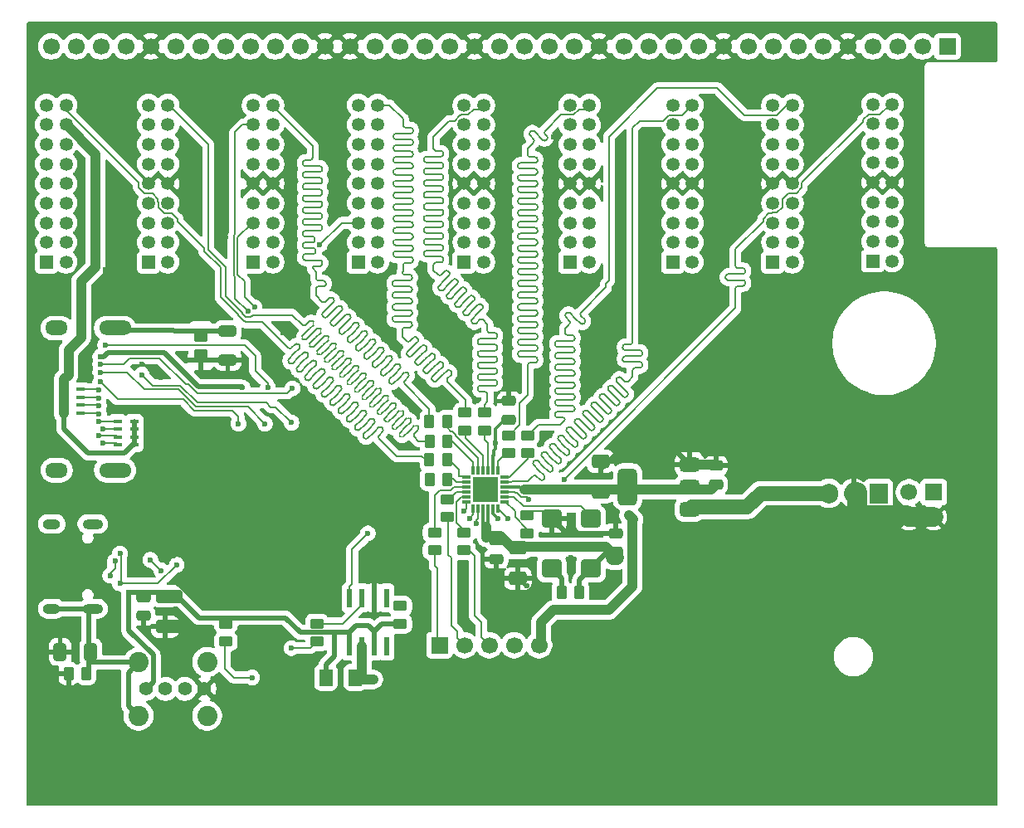
<source format=gbr>
%TF.GenerationSoftware,KiCad,Pcbnew,9.0.4*%
%TF.CreationDate,2025-10-14T22:23:38+02:00*%
%TF.ProjectId,Antminer_hat_PCB,416e746d-696e-4657-925f-6861745f5043,rev?*%
%TF.SameCoordinates,Original*%
%TF.FileFunction,Copper,L2,Bot*%
%TF.FilePolarity,Positive*%
%FSLAX46Y46*%
G04 Gerber Fmt 4.6, Leading zero omitted, Abs format (unit mm)*
G04 Created by KiCad (PCBNEW 9.0.4) date 2025-10-14 22:23:38*
%MOMM*%
%LPD*%
G01*
G04 APERTURE LIST*
G04 Aperture macros list*
%AMRoundRect*
0 Rectangle with rounded corners*
0 $1 Rounding radius*
0 $2 $3 $4 $5 $6 $7 $8 $9 X,Y pos of 4 corners*
0 Add a 4 corners polygon primitive as box body*
4,1,4,$2,$3,$4,$5,$6,$7,$8,$9,$2,$3,0*
0 Add four circle primitives for the rounded corners*
1,1,$1+$1,$2,$3*
1,1,$1+$1,$4,$5*
1,1,$1+$1,$6,$7*
1,1,$1+$1,$8,$9*
0 Add four rect primitives between the rounded corners*
20,1,$1+$1,$2,$3,$4,$5,0*
20,1,$1+$1,$4,$5,$6,$7,0*
20,1,$1+$1,$6,$7,$8,$9,0*
20,1,$1+$1,$8,$9,$2,$3,0*%
G04 Aperture macros list end*
%TA.AperFunction,HeatsinkPad*%
%ADD10O,2.100000X1.000000*%
%TD*%
%TA.AperFunction,HeatsinkPad*%
%ADD11O,1.800000X1.000000*%
%TD*%
%TA.AperFunction,ComponentPad*%
%ADD12R,1.700000X1.700000*%
%TD*%
%TA.AperFunction,ComponentPad*%
%ADD13C,1.700000*%
%TD*%
%TA.AperFunction,ComponentPad*%
%ADD14C,1.420000*%
%TD*%
%TA.AperFunction,ComponentPad*%
%ADD15C,2.050000*%
%TD*%
%TA.AperFunction,ComponentPad*%
%ADD16O,3.300000X1.500000*%
%TD*%
%TA.AperFunction,ComponentPad*%
%ADD17O,2.300000X1.500000*%
%TD*%
%TA.AperFunction,ComponentPad*%
%ADD18R,1.905000X2.000000*%
%TD*%
%TA.AperFunction,ComponentPad*%
%ADD19O,1.905000X2.000000*%
%TD*%
%TA.AperFunction,SMDPad,CuDef*%
%ADD20R,0.900000X0.450000*%
%TD*%
%TA.AperFunction,SMDPad,CuDef*%
%ADD21RoundRect,0.250000X0.450000X-0.262500X0.450000X0.262500X-0.450000X0.262500X-0.450000X-0.262500X0*%
%TD*%
%TA.AperFunction,SMDPad,CuDef*%
%ADD22RoundRect,0.250000X0.475000X-0.250000X0.475000X0.250000X-0.475000X0.250000X-0.475000X-0.250000X0*%
%TD*%
%TA.AperFunction,SMDPad,CuDef*%
%ADD23RoundRect,0.250000X-0.450000X0.262500X-0.450000X-0.262500X0.450000X-0.262500X0.450000X0.262500X0*%
%TD*%
%TA.AperFunction,SMDPad,CuDef*%
%ADD24RoundRect,0.250000X0.262500X0.450000X-0.262500X0.450000X-0.262500X-0.450000X0.262500X-0.450000X0*%
%TD*%
%TA.AperFunction,SMDPad,CuDef*%
%ADD25RoundRect,0.250000X-0.650000X0.325000X-0.650000X-0.325000X0.650000X-0.325000X0.650000X0.325000X0*%
%TD*%
%TA.AperFunction,SMDPad,CuDef*%
%ADD26RoundRect,0.250000X-0.475000X0.250000X-0.475000X-0.250000X0.475000X-0.250000X0.475000X0.250000X0*%
%TD*%
%TA.AperFunction,ComponentPad*%
%ADD27R,1.350000X1.350000*%
%TD*%
%TA.AperFunction,ComponentPad*%
%ADD28C,1.350000*%
%TD*%
%TA.AperFunction,SMDPad,CuDef*%
%ADD29RoundRect,0.250000X0.650000X-0.412500X0.650000X0.412500X-0.650000X0.412500X-0.650000X-0.412500X0*%
%TD*%
%TA.AperFunction,SMDPad,CuDef*%
%ADD30R,0.558800X1.981200*%
%TD*%
%TA.AperFunction,SMDPad,CuDef*%
%ADD31RoundRect,0.250000X-1.100000X0.412500X-1.100000X-0.412500X1.100000X-0.412500X1.100000X0.412500X0*%
%TD*%
%TA.AperFunction,SMDPad,CuDef*%
%ADD32RoundRect,0.250000X0.412500X0.650000X-0.412500X0.650000X-0.412500X-0.650000X0.412500X-0.650000X0*%
%TD*%
%TA.AperFunction,SMDPad,CuDef*%
%ADD33RoundRect,0.250000X0.750000X-0.650000X0.750000X0.650000X-0.750000X0.650000X-0.750000X-0.650000X0*%
%TD*%
%TA.AperFunction,SMDPad,CuDef*%
%ADD34RoundRect,0.250000X-0.262500X-0.450000X0.262500X-0.450000X0.262500X0.450000X-0.262500X0.450000X0*%
%TD*%
%TA.AperFunction,SMDPad,CuDef*%
%ADD35RoundRect,0.375000X0.625000X0.375000X-0.625000X0.375000X-0.625000X-0.375000X0.625000X-0.375000X0*%
%TD*%
%TA.AperFunction,SMDPad,CuDef*%
%ADD36RoundRect,0.500000X0.500000X1.400000X-0.500000X1.400000X-0.500000X-1.400000X0.500000X-1.400000X0*%
%TD*%
%TA.AperFunction,SMDPad,CuDef*%
%ADD37RoundRect,0.250001X0.462499X0.624999X-0.462499X0.624999X-0.462499X-0.624999X0.462499X-0.624999X0*%
%TD*%
%TA.AperFunction,SMDPad,CuDef*%
%ADD38R,0.300000X0.900000*%
%TD*%
%TA.AperFunction,SMDPad,CuDef*%
%ADD39R,0.900000X0.300000*%
%TD*%
%TA.AperFunction,SMDPad,CuDef*%
%ADD40R,2.600000X2.600000*%
%TD*%
%TA.AperFunction,SMDPad,CuDef*%
%ADD41RoundRect,0.250000X-0.650000X0.412500X-0.650000X-0.412500X0.650000X-0.412500X0.650000X0.412500X0*%
%TD*%
%TA.AperFunction,ViaPad*%
%ADD42C,0.600000*%
%TD*%
%TA.AperFunction,ViaPad*%
%ADD43C,7.000000*%
%TD*%
%TA.AperFunction,Conductor*%
%ADD44C,0.200000*%
%TD*%
%TA.AperFunction,Conductor*%
%ADD45C,2.000000*%
%TD*%
%TA.AperFunction,Conductor*%
%ADD46C,0.500000*%
%TD*%
%TA.AperFunction,Conductor*%
%ADD47C,1.000000*%
%TD*%
%TA.AperFunction,Conductor*%
%ADD48C,1.500000*%
%TD*%
%TA.AperFunction,Conductor*%
%ADD49C,0.300000*%
%TD*%
G04 APERTURE END LIST*
D10*
%TO.P,J14,S1,SHIELD*%
%TO.N,Net-(J14-SHIELD)*%
X32220316Y-92744174D03*
D11*
X28040316Y-92744174D03*
D10*
X32220316Y-101384174D03*
D11*
X28040316Y-101384174D03*
%TD*%
D12*
%TO.P,J16,1,Pin_1*%
%TO.N,/BANK34_L1P_PLUG1*%
X119420000Y-44000000D03*
D13*
%TO.P,J16,2,Pin_2*%
%TO.N,/BANK34_L1N_RST1*%
X116880000Y-44000000D03*
%TO.P,J16,3,Pin_3*%
%TO.N,/BANK34_L2P_TXD1*%
X114340000Y-44000000D03*
%TO.P,J16,4,Pin_4*%
%TO.N,/BANK34_L2N_RXD1*%
X111800000Y-44000000D03*
%TO.P,J16,5,Pin_5*%
%TO.N,GND*%
X109260000Y-44000000D03*
%TO.P,J16,6,Pin_6*%
%TO.N,/BANK34_0_PLUG2*%
X106720000Y-44000000D03*
%TO.P,J16,7,Pin_7*%
%TO.N,/BANK34_L3N_RST2*%
X104180000Y-44000000D03*
%TO.P,J16,8,Pin_8*%
%TO.N,/BANK34_L4P_TXD2*%
X101640000Y-44000000D03*
%TO.P,J16,9,Pin_9*%
%TO.N,/BANK34_L4N_RXD2*%
X99100000Y-44000000D03*
%TO.P,J16,10,Pin_10*%
%TO.N,GND*%
X96560000Y-44000000D03*
%TO.P,J16,11,Pin_11*%
%TO.N,/BANK34_L5P_PLUG3*%
X94020000Y-44000000D03*
%TO.P,J16,12,Pin_12*%
%TO.N,/BANK34_L5N_RST3*%
X91480000Y-44000000D03*
%TO.P,J16,13,Pin_13*%
%TO.N,/BANK34_L6P_TXD3*%
X88940000Y-44000000D03*
%TO.P,J16,14,Pin_14*%
%TO.N,/BANK34_L6N_RXD3*%
X86400000Y-44000000D03*
%TO.P,J16,15,Pin_15*%
%TO.N,GND*%
X83860000Y-44000000D03*
%TO.P,J16,16,Pin_16*%
%TO.N,/BANK34_L7P_PLUG4*%
X81320000Y-44000000D03*
%TO.P,J16,17,Pin_17*%
%TO.N,/BANK34_L7N_RST4*%
X78780000Y-44000000D03*
%TO.P,J16,18,Pin_18*%
%TO.N,/BANK34_L8P_TXD4*%
X76240000Y-44000000D03*
%TO.P,J16,19,Pin_19*%
%TO.N,/BANK34_L8N_RXD4*%
X73700000Y-44000000D03*
%TO.P,J16,20,Pin_20*%
%TO.N,GND*%
X71160000Y-44000000D03*
%TO.P,J16,21,Pin_21*%
%TO.N,/BANK34_L9P_PLUG5*%
X68620000Y-44000000D03*
%TO.P,J16,22,Pin_22*%
%TO.N,/BANK34_L9N_RST5*%
X66080000Y-44000000D03*
%TO.P,J16,23,Pin_23*%
%TO.N,/BANK34_L10P_TXD5*%
X63540000Y-44000000D03*
%TO.P,J16,24,Pin_24*%
%TO.N,/BANK34_L10N_RXD5*%
X61000000Y-44000000D03*
%TO.P,J16,25,Pin_25*%
%TO.N,GND*%
X58460000Y-44000000D03*
%TO.P,J16,26,Pin_26*%
X55920000Y-44000000D03*
%TO.P,J16,27,Pin_27*%
%TO.N,+3.3V*%
X53380000Y-44000000D03*
%TO.P,J16,28,Pin_28*%
X50840000Y-44000000D03*
%TO.P,J16,29,Pin_29*%
%TO.N,/BANK34_L17P_PLUG8*%
X48300000Y-44000000D03*
%TO.P,J16,30,Pin_30*%
%TO.N,/BANK34_L17N_RST8*%
X45760000Y-44000000D03*
%TO.P,J16,31,Pin_31*%
%TO.N,/BANK34_L18P_TXD8*%
X43220000Y-44000000D03*
%TO.P,J16,32,Pin_32*%
%TO.N,/BANK34_L18N_RXD8*%
X40680000Y-44000000D03*
%TO.P,J16,33,Pin_33*%
%TO.N,GND*%
X38140000Y-44000000D03*
%TO.P,J16,34,Pin_34*%
%TO.N,/BANK34_L19P_PLUG9*%
X35600000Y-44000000D03*
%TO.P,J16,35,Pin_35*%
%TO.N,/BANK34_L19N_RST9*%
X33060000Y-44000000D03*
%TO.P,J16,36,Pin_36*%
%TO.N,/BANK34_L20P_TXD9*%
X30520000Y-44000000D03*
%TO.P,J16,37,Pin_37*%
%TO.N,/BANK34_L20N_RXD9*%
X27980000Y-44000000D03*
%TD*%
D14*
%TO.P,J15,1,GND*%
%TO.N,GND*%
X43630000Y-109565000D03*
%TO.P,J15,2,D+*%
%TO.N,/Usb connection/USB_D+*%
X41630000Y-109565000D03*
%TO.P,J15,3,D-*%
%TO.N,/Usb connection/USB_D-*%
X39630000Y-109565000D03*
%TO.P,J15,4,V_BUS*%
%TO.N,/Usb connection/V_BUS*%
X37630000Y-109565000D03*
D15*
%TO.P,J15,5,Shield*%
%TO.N,Net-(J14-SHIELD)*%
X43900000Y-112300000D03*
%TO.P,J15,6,Shield*%
X36900000Y-112300000D03*
%TO.P,J15,7,Shield*%
X36900000Y-106830000D03*
%TO.P,J15,8,Shield*%
X43900000Y-106830000D03*
%TD*%
D16*
%TO.P,J13,SH,SH*%
%TO.N,Net-(C4-Pad1)*%
X34500000Y-87250000D03*
X34500000Y-72750000D03*
D17*
X28540000Y-87250000D03*
X28540000Y-72750000D03*
%TD*%
D18*
%TO.P,U1,1,IN*%
%TO.N,+12V*%
X112395000Y-89605000D03*
D19*
%TO.P,U1,2,GND*%
%TO.N,GND*%
X109855000Y-89605000D03*
%TO.P,U1,3,OUT*%
%TO.N,+5V*%
X107315000Y-89605000D03*
%TD*%
D12*
%TO.P,J11,1,Pin_1*%
%TO.N,DATA5*%
X67600000Y-105100000D03*
D13*
%TO.P,J11,2,Pin_2*%
%TO.N,DATA6*%
X70140000Y-105100000D03*
%TO.P,J11,3,Pin_3*%
%TO.N,DATA7*%
X72680000Y-105100000D03*
%TO.P,J11,4,Pin_4*%
%TO.N,RST*%
X75220000Y-105100000D03*
%TO.P,J11,5,Pin_5*%
%TO.N,2.5VCC_IO*%
X77760000Y-105100000D03*
%TD*%
D20*
%TO.P,RN2,1,1*%
%TO.N,/BANK34_L11N_RST6*%
X30950000Y-79000000D03*
%TO.P,RN2,2,2*%
%TO.N,/BANK34_L11P_PLUG6*%
X30950000Y-79800000D03*
%TO.P,RN2,3,3*%
%TO.N,/BANK34_L12N_RXD6*%
X30950000Y-80600000D03*
%TO.P,RN2,4,4*%
%TO.N,/BANK34_L12P_TXD6*%
X30950000Y-81400000D03*
%TO.P,RN2,5,5*%
%TO.N,+3.3V*%
X29250000Y-81400000D03*
%TO.P,RN2,6,6*%
X29250000Y-80600000D03*
%TO.P,RN2,7,7*%
X29250000Y-79800000D03*
%TO.P,RN2,8,8*%
X29250000Y-79000000D03*
%TD*%
D21*
%TO.P,R2,1*%
%TO.N,/Usb connection/V_BUS*%
X63600000Y-102925000D03*
%TO.P,R2,2*%
%TO.N,Net-(IC1-VBUS)*%
X63600000Y-101100000D03*
%TD*%
D22*
%TO.P,C23,1*%
%TO.N,+1.8V*%
X95800000Y-88700000D03*
%TO.P,C23,2*%
%TO.N,GND*%
X95800000Y-86800000D03*
%TD*%
D23*
%TO.P,R20,1*%
%TO.N,/Usb connection/V_BUS*%
X45800000Y-102900000D03*
%TO.P,R20,2*%
%TO.N,Net-(D8-A)*%
X45800000Y-104725000D03*
%TD*%
D24*
%TO.P,R15,1*%
%TO.N,Net-(IC1-DATA2)*%
X68400000Y-82300000D03*
%TO.P,R15,2*%
%TO.N,DATA2*%
X66575000Y-82300000D03*
%TD*%
D23*
%TO.P,R5,1*%
%TO.N,GND*%
X76550000Y-91875000D03*
%TO.P,R5,2*%
%TO.N,Net-(IC1-RBIAS)*%
X76550000Y-93700000D03*
%TD*%
D20*
%TO.P,RN1,1,1*%
%TO.N,/BANK34_L16P_TXD7*%
X34750000Y-84650000D03*
%TO.P,RN1,2,2*%
%TO.N,/BANK34_L16N_RXD7*%
X34750000Y-83850000D03*
%TO.P,RN1,3,3*%
%TO.N,/BANK34_L15P__PLUG7*%
X34750000Y-83050000D03*
%TO.P,RN1,4,4*%
%TO.N,/BANK34_L15N_RST7*%
X34750000Y-82250000D03*
%TO.P,RN1,5,5*%
%TO.N,+3.3V*%
X36450000Y-82250000D03*
%TO.P,RN1,6,6*%
X36450000Y-83050000D03*
%TO.P,RN1,7,7*%
X36450000Y-83850000D03*
%TO.P,RN1,8,8*%
X36450000Y-84650000D03*
%TD*%
D25*
%TO.P,C4,1*%
%TO.N,Net-(C4-Pad1)*%
X46000000Y-73050000D03*
%TO.P,C4,2*%
%TO.N,GND*%
X46000000Y-76000000D03*
%TD*%
D24*
%TO.P,R6,1*%
%TO.N,Net-(IC1-CLKOUT)*%
X68400000Y-86200000D03*
%TO.P,R6,2*%
%TO.N,CLK*%
X66575000Y-86200000D03*
%TD*%
D21*
%TO.P,R18,1*%
%TO.N,Net-(IC1-NXT)*%
X74700000Y-85500000D03*
%TO.P,R18,2*%
%TO.N,NXT*%
X74700000Y-83675000D03*
%TD*%
D26*
%TO.P,C6,1*%
%TO.N,/Usb connection/V_BUS*%
X37400000Y-100200000D03*
%TO.P,C6,2*%
%TO.N,GND*%
X37400000Y-102100000D03*
%TD*%
D24*
%TO.P,R14,1*%
%TO.N,Net-(IC1-DATA3)*%
X68408533Y-84274473D03*
%TO.P,R14,2*%
%TO.N,DATA3*%
X66583533Y-84274473D03*
%TD*%
D27*
%TO.P,J2,1,Pin_1*%
%TO.N,unconnected-(J2-Pin_1-Pad1)*%
X101600000Y-66000000D03*
D28*
%TO.P,J2,2,Pin_2*%
%TO.N,unconnected-(J2-Pin_2-Pad2)*%
X103600000Y-66000000D03*
%TO.P,J2,3,Pin_3*%
%TO.N,unconnected-(J2-Pin_3-Pad3)*%
X101600000Y-64000000D03*
%TO.P,J2,4,Pin_4*%
%TO.N,unconnected-(J2-Pin_4-Pad4)*%
X103600000Y-64000000D03*
%TO.P,J2,5,Pin_5*%
%TO.N,/BANK34_0_PLUG2*%
X101600000Y-62000000D03*
%TO.P,J2,6,Pin_6*%
%TO.N,unconnected-(J2-Pin_6-Pad6)*%
X103600000Y-62000000D03*
%TO.P,J2,7,Pin_7*%
%TO.N,unconnected-(J2-Pin_7-Pad7)*%
X101600000Y-60000000D03*
%TO.P,J2,8,Pin_8*%
%TO.N,unconnected-(J2-Pin_8-Pad8)*%
X103600000Y-60000000D03*
%TO.P,J2,9,Pin_9*%
%TO.N,GND*%
X101600000Y-58000000D03*
%TO.P,J2,10,Pin_10*%
X103600000Y-58000000D03*
%TO.P,J2,11,Pin_11*%
%TO.N,/BANK34_L4P_TXD2*%
X101600000Y-56000000D03*
%TO.P,J2,12,Pin_12*%
%TO.N,/BANK34_L4N_RXD2*%
X103600000Y-56000000D03*
%TO.P,J2,13,Pin_13*%
%TO.N,unconnected-(J2-Pin_13-Pad13)*%
X101600000Y-54000000D03*
%TO.P,J2,14,Pin_14*%
%TO.N,unconnected-(J2-Pin_14-Pad14)*%
X103600000Y-54000000D03*
%TO.P,J2,15,Pin_15*%
%TO.N,/BANK34_L3N_RST2*%
X101600000Y-52000000D03*
%TO.P,J2,16,Pin_16*%
%TO.N,unconnected-(J2-Pin_16-Pad16)*%
X103600000Y-52000000D03*
%TO.P,J2,17,Pin_17*%
%TO.N,unconnected-(J2-Pin_17-Pad17)*%
X101600000Y-50000000D03*
%TO.P,J2,18,Pin_18*%
%TO.N,DIR*%
X103600000Y-50000000D03*
%TD*%
D12*
%TO.P,J12,1,Pin_1*%
%TO.N,+12V*%
X118040000Y-89500000D03*
D13*
%TO.P,J12,2,Pin_2*%
%TO.N,GND*%
X118040000Y-92040000D03*
%TO.P,J12,3,Pin_3*%
%TO.N,+12V*%
X115500000Y-89500000D03*
%TO.P,J12,4,Pin_4*%
%TO.N,GND*%
X115500000Y-92040000D03*
%TD*%
D29*
%TO.P,C24,1*%
%TO.N,+1.8V*%
X84050000Y-89462500D03*
%TO.P,C24,2*%
%TO.N,GND*%
X84050000Y-86337500D03*
%TD*%
D23*
%TO.P,R11,1*%
%TO.N,Net-(IC1-DATA5)*%
X67100000Y-93600000D03*
%TO.P,R11,2*%
%TO.N,DATA5*%
X67100000Y-95425000D03*
%TD*%
D30*
%TO.P,IC2,1,EN*%
%TO.N,Net-(IC1-CPEN)*%
X58408800Y-100271200D03*
%TO.P,IC2,2,FLAG*%
%TO.N,Net-(IC2-FLAG)*%
X59678800Y-100271200D03*
%TO.P,IC2,3,GND*%
%TO.N,GND*%
X60948800Y-100271200D03*
%TO.P,IC2,4,NC*%
%TO.N,unconnected-(IC2-NC-Pad4)*%
X62218800Y-100271200D03*
%TO.P,IC2,5,NC_2*%
%TO.N,unconnected-(IC2-NC_2-Pad5)*%
X62218800Y-105198800D03*
%TO.P,IC2,6,OUT_2*%
%TO.N,/Usb connection/V_BUS*%
X60948800Y-105198800D03*
%TO.P,IC2,7,IN*%
%TO.N,+5V*%
X59678800Y-105198800D03*
%TO.P,IC2,8,OUT*%
%TO.N,/Usb connection/V_BUS*%
X58408800Y-105198800D03*
%TD*%
D27*
%TO.P,J8,1,Pin_1*%
%TO.N,unconnected-(J8-Pin_1-Pad1)*%
X37900000Y-66000000D03*
D28*
%TO.P,J8,2,Pin_2*%
%TO.N,unconnected-(J8-Pin_2-Pad2)*%
X39900000Y-66000000D03*
%TO.P,J8,3,Pin_3*%
%TO.N,unconnected-(J8-Pin_3-Pad3)*%
X37900000Y-64000000D03*
%TO.P,J8,4,Pin_4*%
%TO.N,unconnected-(J8-Pin_4-Pad4)*%
X39900000Y-64000000D03*
%TO.P,J8,5,Pin_5*%
%TO.N,/BANK34_L17P_PLUG8*%
X37900000Y-62000000D03*
%TO.P,J8,6,Pin_6*%
%TO.N,unconnected-(J8-Pin_6-Pad6)*%
X39900000Y-62000000D03*
%TO.P,J8,7,Pin_7*%
%TO.N,unconnected-(J8-Pin_7-Pad7)*%
X37900000Y-60000000D03*
%TO.P,J8,8,Pin_8*%
%TO.N,unconnected-(J8-Pin_8-Pad8)*%
X39900000Y-60000000D03*
%TO.P,J8,9,Pin_9*%
%TO.N,GND*%
X37900000Y-58000000D03*
%TO.P,J8,10,Pin_10*%
X39900000Y-58000000D03*
%TO.P,J8,11,Pin_11*%
%TO.N,/BANK34_L18P_TXD8*%
X37900000Y-56000000D03*
%TO.P,J8,12,Pin_12*%
%TO.N,/BANK34_L18N_RXD8*%
X39900000Y-56000000D03*
%TO.P,J8,13,Pin_13*%
%TO.N,unconnected-(J8-Pin_13-Pad13)*%
X37900000Y-54000000D03*
%TO.P,J8,14,Pin_14*%
%TO.N,unconnected-(J8-Pin_14-Pad14)*%
X39900000Y-54000000D03*
%TO.P,J8,15,Pin_15*%
%TO.N,/BANK34_L17N_RST8*%
X37900000Y-52000000D03*
%TO.P,J8,16,Pin_16*%
%TO.N,+3.3V*%
X39900000Y-52000000D03*
%TO.P,J8,17,Pin_17*%
%TO.N,unconnected-(J8-Pin_17-Pad17)*%
X37900000Y-50000000D03*
%TO.P,J8,18,Pin_18*%
%TO.N,DATA3*%
X39900000Y-50000000D03*
%TD*%
D23*
%TO.P,R13,1*%
%TO.N,Net-(IC1-DATA7)*%
X70100000Y-93600000D03*
%TO.P,R13,2*%
%TO.N,DATA7*%
X70100000Y-95425000D03*
%TD*%
D27*
%TO.P,J7,1,Pin_1*%
%TO.N,unconnected-(J7-Pin_1-Pad1)*%
X48600000Y-66000000D03*
D28*
%TO.P,J7,2,Pin_2*%
%TO.N,unconnected-(J7-Pin_2-Pad2)*%
X50600000Y-66000000D03*
%TO.P,J7,3,Pin_3*%
%TO.N,unconnected-(J7-Pin_3-Pad3)*%
X48600000Y-64000000D03*
%TO.P,J7,4,Pin_4*%
%TO.N,unconnected-(J7-Pin_4-Pad4)*%
X50600000Y-64000000D03*
%TO.P,J7,5,Pin_5*%
%TO.N,/BANK34_L15P__PLUG7*%
X48600000Y-62000000D03*
%TO.P,J7,6,Pin_6*%
%TO.N,unconnected-(J7-Pin_6-Pad6)*%
X50600000Y-62000000D03*
%TO.P,J7,7,Pin_7*%
%TO.N,unconnected-(J7-Pin_7-Pad7)*%
X48600000Y-60000000D03*
%TO.P,J7,8,Pin_8*%
%TO.N,unconnected-(J7-Pin_8-Pad8)*%
X50600000Y-60000000D03*
%TO.P,J7,9,Pin_9*%
%TO.N,GND*%
X48600000Y-58000000D03*
%TO.P,J7,10,Pin_10*%
X50600000Y-58000000D03*
%TO.P,J7,11,Pin_11*%
%TO.N,/BANK34_L16P_TXD7*%
X48600000Y-56000000D03*
%TO.P,J7,12,Pin_12*%
%TO.N,/BANK34_L16N_RXD7*%
X50600000Y-56000000D03*
%TO.P,J7,13,Pin_13*%
%TO.N,unconnected-(J7-Pin_13-Pad13)*%
X48600000Y-54000000D03*
%TO.P,J7,14,Pin_14*%
%TO.N,unconnected-(J7-Pin_14-Pad14)*%
X50600000Y-54000000D03*
%TO.P,J7,15,Pin_15*%
%TO.N,/BANK34_L15N_RST7*%
X48600000Y-52000000D03*
%TO.P,J7,16,Pin_16*%
%TO.N,+3.3V*%
X50600000Y-52000000D03*
%TO.P,J7,17,Pin_17*%
%TO.N,unconnected-(J7-Pin_17-Pad17)*%
X48600000Y-50000000D03*
%TO.P,J7,18,Pin_18*%
%TO.N,DATA2*%
X50600000Y-50000000D03*
%TD*%
D27*
%TO.P,J6,1,Pin_1*%
%TO.N,unconnected-(J6-Pin_1-Pad1)*%
X59300000Y-66000000D03*
D28*
%TO.P,J6,2,Pin_2*%
%TO.N,unconnected-(J6-Pin_2-Pad2)*%
X61300000Y-66000000D03*
%TO.P,J6,3,Pin_3*%
%TO.N,unconnected-(J6-Pin_3-Pad3)*%
X59300000Y-64000000D03*
%TO.P,J6,4,Pin_4*%
%TO.N,unconnected-(J6-Pin_4-Pad4)*%
X61300000Y-64000000D03*
%TO.P,J6,5,Pin_5*%
%TO.N,/BANK34_L11P_PLUG6*%
X59300000Y-62000000D03*
%TO.P,J6,6,Pin_6*%
%TO.N,unconnected-(J6-Pin_6-Pad6)*%
X61300000Y-62000000D03*
%TO.P,J6,7,Pin_7*%
%TO.N,unconnected-(J6-Pin_7-Pad7)*%
X59300000Y-60000000D03*
%TO.P,J6,8,Pin_8*%
%TO.N,unconnected-(J6-Pin_8-Pad8)*%
X61300000Y-60000000D03*
%TO.P,J6,9,Pin_9*%
%TO.N,unconnected-(J6-Pin_9-Pad9)*%
X59300000Y-58000000D03*
%TO.P,J6,10,Pin_10*%
%TO.N,unconnected-(J6-Pin_10-Pad10)*%
X61300000Y-58000000D03*
%TO.P,J6,11,Pin_11*%
%TO.N,/BANK34_L12P_TXD6*%
X59300000Y-56000000D03*
%TO.P,J6,12,Pin_12*%
%TO.N,/BANK34_L12N_RXD6*%
X61300000Y-56000000D03*
%TO.P,J6,13,Pin_13*%
%TO.N,unconnected-(J6-Pin_13-Pad13)*%
X59300000Y-54000000D03*
%TO.P,J6,14,Pin_14*%
%TO.N,unconnected-(J6-Pin_14-Pad14)*%
X61300000Y-54000000D03*
%TO.P,J6,15,Pin_15*%
%TO.N,/BANK34_L11N_RST6*%
X59300000Y-52000000D03*
%TO.P,J6,16,Pin_16*%
%TO.N,unconnected-(J6-Pin_16-Pad16)*%
X61300000Y-52000000D03*
%TO.P,J6,17,Pin_17*%
%TO.N,unconnected-(J6-Pin_17-Pad17)*%
X59300000Y-50000000D03*
%TO.P,J6,18,Pin_18*%
%TO.N,DATA1*%
X61300000Y-50000000D03*
%TD*%
D31*
%TO.P,C7,1*%
%TO.N,/Usb connection/V_BUS*%
X40000000Y-100100000D03*
%TO.P,C7,2*%
%TO.N,GND*%
X40000000Y-103225000D03*
%TD*%
D32*
%TO.P,C8,1*%
%TO.N,Net-(J14-SHIELD)*%
X32025000Y-105800000D03*
%TO.P,C8,2*%
%TO.N,GND*%
X28900000Y-105800000D03*
%TD*%
D27*
%TO.P,J4,1,Pin_1*%
%TO.N,unconnected-(J4-Pin_1-Pad1)*%
X80900000Y-66000000D03*
D28*
%TO.P,J4,2,Pin_2*%
%TO.N,unconnected-(J4-Pin_2-Pad2)*%
X82900000Y-66000000D03*
%TO.P,J4,3,Pin_3*%
%TO.N,unconnected-(J4-Pin_3-Pad3)*%
X80900000Y-64000000D03*
%TO.P,J4,4,Pin_4*%
%TO.N,unconnected-(J4-Pin_4-Pad4)*%
X82900000Y-64000000D03*
%TO.P,J4,5,Pin_5*%
%TO.N,/BANK34_L7P_PLUG4*%
X80900000Y-62000000D03*
%TO.P,J4,6,Pin_6*%
%TO.N,unconnected-(J4-Pin_6-Pad6)*%
X82900000Y-62000000D03*
%TO.P,J4,7,Pin_7*%
%TO.N,unconnected-(J4-Pin_7-Pad7)*%
X80900000Y-60000000D03*
%TO.P,J4,8,Pin_8*%
%TO.N,unconnected-(J4-Pin_8-Pad8)*%
X82900000Y-60000000D03*
%TO.P,J4,9,Pin_9*%
%TO.N,GND*%
X80900000Y-58000000D03*
%TO.P,J4,10,Pin_10*%
X82900000Y-58000000D03*
%TO.P,J4,11,Pin_11*%
%TO.N,/BANK34_L8P_TXD4*%
X80900000Y-56000000D03*
%TO.P,J4,12,Pin_12*%
%TO.N,/BANK34_L8N_RXD4*%
X82900000Y-56000000D03*
%TO.P,J4,13,Pin_13*%
%TO.N,unconnected-(J4-Pin_13-Pad13)*%
X80900000Y-54000000D03*
%TO.P,J4,14,Pin_14*%
%TO.N,unconnected-(J4-Pin_14-Pad14)*%
X82900000Y-54000000D03*
%TO.P,J4,15,Pin_15*%
%TO.N,/BANK34_L7N_RST4*%
X80900000Y-52000000D03*
%TO.P,J4,16,Pin_16*%
%TO.N,unconnected-(J4-Pin_16-Pad16)*%
X82900000Y-52000000D03*
%TO.P,J4,17,Pin_17*%
%TO.N,unconnected-(J4-Pin_17-Pad17)*%
X80900000Y-50000000D03*
%TO.P,J4,18,Pin_18*%
%TO.N,NXT*%
X82900000Y-50000000D03*
%TD*%
D33*
%TO.P,Y1,1,EN*%
%TO.N,Net-(Y1-EN)*%
X79050000Y-97280000D03*
%TO.P,Y1,2,GND*%
%TO.N,GND*%
X79050000Y-92200000D03*
%TO.P,Y1,3,OUT*%
%TO.N,Net-(IC1-REFCLK)*%
X83050000Y-92200000D03*
%TO.P,Y1,4,Vdd*%
%TO.N,+3.3V*%
X83050000Y-97280000D03*
%TD*%
D24*
%TO.P,R10,1*%
%TO.N,Net-(IC1-DATA4)*%
X68425000Y-88200000D03*
%TO.P,R10,2*%
%TO.N,DATA4*%
X66600000Y-88200000D03*
%TD*%
D23*
%TO.P,R1,1*%
%TO.N,Net-(C4-Pad1)*%
X43250000Y-73625000D03*
%TO.P,R1,2*%
%TO.N,GND*%
X43250000Y-75450000D03*
%TD*%
D21*
%TO.P,R16,1*%
%TO.N,Net-(IC1-DATA1)*%
X70200000Y-83200000D03*
%TO.P,R16,2*%
%TO.N,DATA1*%
X70200000Y-81375000D03*
%TD*%
D23*
%TO.P,R3,1*%
%TO.N,Net-(IC2-FLAG)*%
X55100000Y-102900000D03*
%TO.P,R3,2*%
%TO.N,Net-(D2-K)*%
X55100000Y-104725000D03*
%TD*%
D27*
%TO.P,J5,1,Pin_1*%
%TO.N,unconnected-(J5-Pin_1-Pad1)*%
X70100000Y-66000000D03*
D28*
%TO.P,J5,2,Pin_2*%
%TO.N,unconnected-(J5-Pin_2-Pad2)*%
X72100000Y-66000000D03*
%TO.P,J5,3,Pin_3*%
%TO.N,unconnected-(J5-Pin_3-Pad3)*%
X70100000Y-64000000D03*
%TO.P,J5,4,Pin_4*%
%TO.N,unconnected-(J5-Pin_4-Pad4)*%
X72100000Y-64000000D03*
%TO.P,J5,5,Pin_5*%
%TO.N,/BANK34_L9P_PLUG5*%
X70100000Y-62000000D03*
%TO.P,J5,6,Pin_6*%
%TO.N,unconnected-(J5-Pin_6-Pad6)*%
X72100000Y-62000000D03*
%TO.P,J5,7,Pin_7*%
%TO.N,unconnected-(J5-Pin_7-Pad7)*%
X70100000Y-60000000D03*
%TO.P,J5,8,Pin_8*%
%TO.N,unconnected-(J5-Pin_8-Pad8)*%
X72100000Y-60000000D03*
%TO.P,J5,9,Pin_9*%
%TO.N,GND*%
X70100000Y-58000000D03*
%TO.P,J5,10,Pin_10*%
X72100000Y-58000000D03*
%TO.P,J5,11,Pin_11*%
%TO.N,/BANK34_L10P_TXD5*%
X70100000Y-56000000D03*
%TO.P,J5,12,Pin_12*%
%TO.N,/BANK34_L10N_RXD5*%
X72100000Y-56000000D03*
%TO.P,J5,13,Pin_13*%
%TO.N,unconnected-(J5-Pin_13-Pad13)*%
X70100000Y-54000000D03*
%TO.P,J5,14,Pin_14*%
%TO.N,unconnected-(J5-Pin_14-Pad14)*%
X72100000Y-54000000D03*
%TO.P,J5,15,Pin_15*%
%TO.N,/BANK34_L9N_RST5*%
X70100000Y-52000000D03*
%TO.P,J5,16,Pin_16*%
%TO.N,unconnected-(J5-Pin_16-Pad16)*%
X72100000Y-52000000D03*
%TO.P,J5,17,Pin_17*%
%TO.N,unconnected-(J5-Pin_17-Pad17)*%
X70100000Y-50000000D03*
%TO.P,J5,18,Pin_18*%
%TO.N,DATA0*%
X72100000Y-50000000D03*
%TD*%
D22*
%TO.P,C5,1*%
%TO.N,2.5VCC_IO*%
X74700000Y-82100000D03*
%TO.P,C5,2*%
%TO.N,GND*%
X74700000Y-80200000D03*
%TD*%
D26*
%TO.P,C13,1*%
%TO.N,+3.3V*%
X73400000Y-94400000D03*
%TO.P,C13,2*%
%TO.N,GND*%
X73400000Y-96300000D03*
%TD*%
D21*
%TO.P,R19,1*%
%TO.N,Net-(IC1-DIR)*%
X76600000Y-85525000D03*
%TO.P,R19,2*%
%TO.N,DIR*%
X76600000Y-83700000D03*
%TD*%
D23*
%TO.P,R12,1*%
%TO.N,Net-(IC1-DATA6)*%
X68400000Y-90200000D03*
%TO.P,R12,2*%
%TO.N,DATA6*%
X68400000Y-92025000D03*
%TD*%
D27*
%TO.P,J1,1,Pin_1*%
%TO.N,unconnected-(J1-Pin_1-Pad1)*%
X111800000Y-65900000D03*
D28*
%TO.P,J1,2,Pin_2*%
%TO.N,unconnected-(J1-Pin_2-Pad2)*%
X113800000Y-65900000D03*
%TO.P,J1,3,Pin_3*%
%TO.N,unconnected-(J1-Pin_3-Pad3)*%
X111800000Y-63900000D03*
%TO.P,J1,4,Pin_4*%
%TO.N,unconnected-(J1-Pin_4-Pad4)*%
X113800000Y-63900000D03*
%TO.P,J1,5,Pin_5*%
%TO.N,/BANK34_L1P_PLUG1*%
X111800000Y-61900000D03*
%TO.P,J1,6,Pin_6*%
%TO.N,unconnected-(J1-Pin_6-Pad6)*%
X113800000Y-61900000D03*
%TO.P,J1,7,Pin_7*%
%TO.N,unconnected-(J1-Pin_7-Pad7)*%
X111800000Y-59900000D03*
%TO.P,J1,8,Pin_8*%
%TO.N,unconnected-(J1-Pin_8-Pad8)*%
X113800000Y-59900000D03*
%TO.P,J1,9,Pin_9*%
%TO.N,GND*%
X111800000Y-57900000D03*
%TO.P,J1,10,Pin_10*%
X113800000Y-57900000D03*
%TO.P,J1,11,Pin_11*%
%TO.N,/BANK34_L2P_TXD1*%
X111800000Y-55900000D03*
%TO.P,J1,12,Pin_12*%
%TO.N,/BANK34_L2N_RXD1*%
X113800000Y-55900000D03*
%TO.P,J1,13,Pin_13*%
%TO.N,unconnected-(J1-Pin_13-Pad13)*%
X111800000Y-53900000D03*
%TO.P,J1,14,Pin_14*%
%TO.N,unconnected-(J1-Pin_14-Pad14)*%
X113800000Y-53900000D03*
%TO.P,J1,15,Pin_15*%
%TO.N,/BANK34_L1N_RST1*%
X111800000Y-51900000D03*
%TO.P,J1,16,Pin_16*%
%TO.N,+3.3V*%
X113800000Y-51900000D03*
%TO.P,J1,17,Pin_17*%
%TO.N,unconnected-(J1-Pin_17-Pad17)*%
X111800000Y-49900000D03*
%TO.P,J1,18,Pin_18*%
%TO.N,DATA4*%
X113800000Y-49900000D03*
%TD*%
D27*
%TO.P,J9,1,Pin_1*%
%TO.N,unconnected-(J9-Pin_1-Pad1)*%
X27500000Y-66000000D03*
D28*
%TO.P,J9,2,Pin_2*%
%TO.N,unconnected-(J9-Pin_2-Pad2)*%
X29500000Y-66000000D03*
%TO.P,J9,3,Pin_3*%
%TO.N,unconnected-(J9-Pin_3-Pad3)*%
X27500000Y-64000000D03*
%TO.P,J9,4,Pin_4*%
%TO.N,unconnected-(J9-Pin_4-Pad4)*%
X29500000Y-64000000D03*
%TO.P,J9,5,Pin_5*%
%TO.N,/BANK34_L19P_PLUG9*%
X27500000Y-62000000D03*
%TO.P,J9,6,Pin_6*%
%TO.N,unconnected-(J9-Pin_6-Pad6)*%
X29500000Y-62000000D03*
%TO.P,J9,7,Pin_7*%
%TO.N,unconnected-(J9-Pin_7-Pad7)*%
X27500000Y-60000000D03*
%TO.P,J9,8,Pin_8*%
%TO.N,unconnected-(J9-Pin_8-Pad8)*%
X29500000Y-60000000D03*
%TO.P,J9,9,Pin_9*%
%TO.N,unconnected-(J9-Pin_9-Pad9)*%
X27500000Y-58000000D03*
%TO.P,J9,10,Pin_10*%
%TO.N,unconnected-(J9-Pin_10-Pad10)*%
X29500000Y-58000000D03*
%TO.P,J9,11,Pin_11*%
%TO.N,/BANK34_L20P_TXD9*%
X27500000Y-56000000D03*
%TO.P,J9,12,Pin_12*%
%TO.N,/BANK34_L20N_RXD9*%
X29500000Y-56000000D03*
%TO.P,J9,13,Pin_13*%
%TO.N,unconnected-(J9-Pin_13-Pad13)*%
X27500000Y-54000000D03*
%TO.P,J9,14,Pin_14*%
%TO.N,unconnected-(J9-Pin_14-Pad14)*%
X29500000Y-54000000D03*
%TO.P,J9,15,Pin_15*%
%TO.N,/BANK34_L19N_RST9*%
X27500000Y-52000000D03*
%TO.P,J9,16,Pin_16*%
%TO.N,+3.3V*%
X29500000Y-52000000D03*
%TO.P,J9,17,Pin_17*%
%TO.N,unconnected-(J9-Pin_17-Pad17)*%
X27500000Y-50000000D03*
%TO.P,J9,18,Pin_18*%
%TO.N,CLK*%
X29500000Y-50000000D03*
%TD*%
D22*
%TO.P,C25,1*%
%TO.N,+3.3V*%
X85550000Y-95600000D03*
%TO.P,C25,2*%
%TO.N,GND*%
X85550000Y-93700000D03*
%TD*%
D34*
%TO.P,R21,1*%
%TO.N,GND*%
X29757500Y-108000000D03*
%TO.P,R21,2*%
%TO.N,Net-(J14-SHIELD)*%
X31582500Y-108000000D03*
%TD*%
D21*
%TO.P,R17,1*%
%TO.N,Net-(IC1-DATA0)*%
X72200000Y-83200000D03*
%TO.P,R17,2*%
%TO.N,DATA0*%
X72200000Y-81375000D03*
%TD*%
D35*
%TO.P,U2,1,GND*%
%TO.N,GND*%
X93100000Y-86650000D03*
%TO.P,U2,2,VO*%
%TO.N,+1.8V*%
X93100000Y-88950000D03*
D36*
X86800000Y-88950000D03*
D35*
%TO.P,U2,3,VI*%
%TO.N,+5V*%
X93100000Y-91250000D03*
%TD*%
D37*
%TO.P,D4,1,K*%
%TO.N,+5V*%
X59000000Y-108400000D03*
%TO.P,D4,2,A*%
%TO.N,/Usb connection/V_BUS*%
X56025000Y-108400000D03*
%TD*%
D27*
%TO.P,J3,1,Pin_1*%
%TO.N,unconnected-(J3-Pin_1-Pad1)*%
X91400000Y-66000000D03*
D28*
%TO.P,J3,2,Pin_2*%
%TO.N,unconnected-(J3-Pin_2-Pad2)*%
X93400000Y-66000000D03*
%TO.P,J3,3,Pin_3*%
%TO.N,unconnected-(J3-Pin_3-Pad3)*%
X91400000Y-64000000D03*
%TO.P,J3,4,Pin_4*%
%TO.N,unconnected-(J3-Pin_4-Pad4)*%
X93400000Y-64000000D03*
%TO.P,J3,5,Pin_5*%
%TO.N,/BANK34_L5P_PLUG3*%
X91400000Y-62000000D03*
%TO.P,J3,6,Pin_6*%
%TO.N,unconnected-(J3-Pin_6-Pad6)*%
X93400000Y-62000000D03*
%TO.P,J3,7,Pin_7*%
%TO.N,unconnected-(J3-Pin_7-Pad7)*%
X91400000Y-60000000D03*
%TO.P,J3,8,Pin_8*%
%TO.N,unconnected-(J3-Pin_8-Pad8)*%
X93400000Y-60000000D03*
%TO.P,J3,9,Pin_9*%
%TO.N,GND*%
X91400000Y-58000000D03*
%TO.P,J3,10,Pin_10*%
X93400000Y-58000000D03*
%TO.P,J3,11,Pin_11*%
%TO.N,/BANK34_L6P_TXD3*%
X91400000Y-56000000D03*
%TO.P,J3,12,Pin_12*%
%TO.N,/BANK34_L6N_RXD3*%
X93400000Y-56000000D03*
%TO.P,J3,13,Pin_13*%
%TO.N,unconnected-(J3-Pin_13-Pad13)*%
X91400000Y-54000000D03*
%TO.P,J3,14,Pin_14*%
%TO.N,unconnected-(J3-Pin_14-Pad14)*%
X93400000Y-54000000D03*
%TO.P,J3,15,Pin_15*%
%TO.N,/BANK34_L5N_RST3*%
X91400000Y-52000000D03*
%TO.P,J3,16,Pin_16*%
%TO.N,+3.3V*%
X93400000Y-52000000D03*
%TO.P,J3,17,Pin_17*%
%TO.N,unconnected-(J3-Pin_17-Pad17)*%
X91400000Y-50000000D03*
%TO.P,J3,18,Pin_18*%
%TO.N,STP*%
X93400000Y-50000000D03*
%TD*%
D38*
%TO.P,IC1,1,ID*%
%TO.N,Net-(D1-LINE-2)*%
X73550000Y-91150000D03*
%TO.P,IC1,2,VBUS*%
%TO.N,Net-(IC1-VBUS)*%
X73050000Y-91150000D03*
%TO.P,IC1,3,VBAT*%
%TO.N,+3.3V*%
X72550000Y-91150000D03*
%TO.P,IC1,4,VDD3.3*%
X72050000Y-91150000D03*
%TO.P,IC1,5,DM*%
%TO.N,/Usb connection/USB_D-*%
X71550000Y-91150000D03*
%TO.P,IC1,6,DP*%
%TO.N,/Usb connection/USB_D+*%
X71050000Y-91150000D03*
D39*
%TO.P,IC1,7,CPEN*%
%TO.N,Net-(IC1-CPEN)*%
X70350000Y-90450000D03*
%TO.P,IC1,8,DATA7*%
%TO.N,Net-(IC1-DATA7)*%
X70350000Y-89950000D03*
%TO.P,IC1,9,DATA6*%
%TO.N,Net-(IC1-DATA6)*%
X70350000Y-89450000D03*
%TO.P,IC1,10,DATA5*%
%TO.N,Net-(IC1-DATA5)*%
X70350000Y-88950000D03*
%TO.P,IC1,11,DATA4*%
%TO.N,Net-(IC1-DATA4)*%
X70350000Y-88450000D03*
%TO.P,IC1,12,CLKOUT*%
%TO.N,Net-(IC1-CLKOUT)*%
X70350000Y-87950000D03*
D38*
%TO.P,IC1,13,DATA3*%
%TO.N,Net-(IC1-DATA3)*%
X71050000Y-87250000D03*
%TO.P,IC1,14,DATA2*%
%TO.N,Net-(IC1-DATA2)*%
X71550000Y-87250000D03*
%TO.P,IC1,15,DATA1*%
%TO.N,Net-(IC1-DATA1)*%
X72050000Y-87250000D03*
%TO.P,IC1,16,DATA0*%
%TO.N,Net-(IC1-DATA0)*%
X72550000Y-87250000D03*
%TO.P,IC1,17,VDDIO*%
%TO.N,2.5VCC_IO*%
X73050000Y-87250000D03*
%TO.P,IC1,18,NXT*%
%TO.N,Net-(IC1-NXT)*%
X73550000Y-87250000D03*
D39*
%TO.P,IC1,19,DIR*%
%TO.N,Net-(IC1-DIR)*%
X74250000Y-87950000D03*
%TO.P,IC1,20,STP*%
%TO.N,STP*%
X74250000Y-88450000D03*
%TO.P,IC1,21,VDD1.8*%
%TO.N,+1.8V*%
X74250000Y-88950000D03*
%TO.P,IC1,22,RESETB*%
%TO.N,RST*%
X74250000Y-89450000D03*
%TO.P,IC1,23,REFCLK*%
%TO.N,Net-(IC1-REFCLK)*%
X74250000Y-89950000D03*
%TO.P,IC1,24,RBIAS*%
%TO.N,Net-(IC1-RBIAS)*%
X74250000Y-90450000D03*
D40*
%TO.P,IC1,25,GND*%
%TO.N,GND*%
X72300000Y-89200000D03*
%TD*%
D41*
%TO.P,C14,1*%
%TO.N,+3.3V*%
X75600000Y-95175000D03*
%TO.P,C14,2*%
%TO.N,GND*%
X75600000Y-98300000D03*
%TD*%
D34*
%TO.P,R4,1*%
%TO.N,Net-(Y1-EN)*%
X80050000Y-99700000D03*
%TO.P,R4,2*%
%TO.N,+3.3V*%
X81875000Y-99700000D03*
%TD*%
D42*
%TO.N,/BANK34_L12P_TXD6*%
X32850000Y-81484596D03*
%TO.N,/BANK34_L11N_RST6*%
X32850000Y-79084587D03*
%TO.N,/BANK34_L11P_PLUG6*%
X55374265Y-64250000D03*
X32850000Y-79884590D03*
%TO.N,/BANK34_L12N_RXD6*%
X32850000Y-80684593D03*
%TO.N,/BANK34_L16N_RXD7*%
X32833949Y-83683302D03*
%TO.N,/BANK34_L15P__PLUG7*%
X33250003Y-82999999D03*
X48750000Y-70600000D03*
%TO.N,/BANK34_L15N_RST7*%
X32850000Y-82307178D03*
X48072729Y-71025801D03*
%TO.N,/BANK34_L16P_TXD7*%
X33250000Y-84500000D03*
%TO.N,GND*%
X116250000Y-60000000D03*
X67800000Y-79700000D03*
X91300000Y-47300000D03*
X48700000Y-105300000D03*
X78600000Y-83700000D03*
X46100000Y-49800000D03*
X70800000Y-78900000D03*
X79250000Y-53250000D03*
X80300000Y-68200000D03*
X34500000Y-53500000D03*
X92200000Y-46000000D03*
X47500000Y-89750000D03*
X57100000Y-53700000D03*
X120900000Y-120400000D03*
X73000000Y-89750000D03*
X93000000Y-77900000D03*
X72000000Y-68300000D03*
X69400000Y-74400000D03*
X101300000Y-47700000D03*
X49800000Y-74400000D03*
X85300000Y-98600000D03*
X56600000Y-89500000D03*
X45400000Y-55300000D03*
X30800000Y-119700000D03*
X37400000Y-117300000D03*
X71750000Y-89750000D03*
X55100000Y-96700000D03*
X100800000Y-79900000D03*
X44200000Y-117100000D03*
X63400000Y-96500000D03*
X77100000Y-116800000D03*
X81500000Y-105000000D03*
X77300000Y-46000000D03*
X45750000Y-63500000D03*
X51600000Y-73200000D03*
X58700000Y-68300000D03*
X121000000Y-107600000D03*
X92800000Y-84500000D03*
X28500000Y-89750000D03*
X57100000Y-117000000D03*
X45500000Y-110500000D03*
X27400000Y-116100000D03*
X45800000Y-61100000D03*
X100700000Y-85000000D03*
X91300000Y-99100000D03*
X38250000Y-89750000D03*
X42500000Y-89750000D03*
X37400000Y-102100000D03*
X119100000Y-119600000D03*
X79800000Y-92950000D03*
X69300000Y-47700000D03*
X39600000Y-103225000D03*
X93100000Y-109800000D03*
X64500000Y-84800000D03*
X102800000Y-46100000D03*
X44700000Y-52400000D03*
X34500000Y-101600000D03*
X90600000Y-116600000D03*
X107750000Y-63750000D03*
X42600000Y-56200000D03*
X80900000Y-93700000D03*
X97200000Y-116600000D03*
X29800000Y-47300000D03*
X35000000Y-93250000D03*
X74700000Y-79600000D03*
X57000000Y-55100000D03*
X42500000Y-71700000D03*
X29100000Y-115400000D03*
X64200000Y-80300000D03*
X38241982Y-80800000D03*
X28900000Y-105800000D03*
X58400000Y-112500000D03*
X82500000Y-47900000D03*
X37800000Y-70000000D03*
X123400000Y-117900000D03*
X70500000Y-117000000D03*
X42100000Y-60800000D03*
X91600000Y-74900000D03*
X116250000Y-54500000D03*
X72300000Y-89200000D03*
X78700000Y-50400000D03*
X78800000Y-48600000D03*
X90100000Y-87100000D03*
X66349000Y-50949000D03*
X87000000Y-84100000D03*
X33500000Y-66750000D03*
X81050000Y-96200000D03*
X70000000Y-100500000D03*
X121500000Y-82500000D03*
X39200000Y-77801594D03*
X86600000Y-102500000D03*
X37750000Y-84750000D03*
X33250000Y-89750000D03*
D43*
X120900000Y-117900000D03*
D42*
X61100000Y-71000000D03*
X83800000Y-116700000D03*
X83600000Y-74300000D03*
X26600000Y-117900000D03*
X50700000Y-117100000D03*
X44300000Y-69200000D03*
X44700000Y-50500000D03*
X73000000Y-101100000D03*
X41400000Y-75400000D03*
X115000000Y-45600000D03*
X121250000Y-90800000D03*
X77200000Y-81300000D03*
X67600000Y-48700000D03*
X30900000Y-116100000D03*
D43*
X29100000Y-117900000D03*
D42*
X88300000Y-78600000D03*
X112800000Y-48300000D03*
X66500000Y-70500000D03*
X51750000Y-89700000D03*
X42100000Y-65400000D03*
X83600000Y-71400000D03*
X120900000Y-115400000D03*
X122250000Y-43500000D03*
X108789000Y-48750000D03*
X122700000Y-116100000D03*
X29100000Y-120400000D03*
X79200000Y-70100000D03*
X39900000Y-82000000D03*
X100600000Y-106000000D03*
X119200000Y-116100000D03*
X34400000Y-59300000D03*
X27300000Y-119600000D03*
X37225000Y-76475000D03*
X91100000Y-69700000D03*
X90300000Y-82400000D03*
X80200000Y-45800000D03*
X104750000Y-76500000D03*
X42000000Y-64250000D03*
X121000000Y-75800000D03*
X107500000Y-56750000D03*
X29757500Y-108000000D03*
X104200000Y-116700000D03*
X111100000Y-116500000D03*
X122600000Y-119700000D03*
X107500000Y-70750000D03*
X122500000Y-67000000D03*
X38066453Y-82815039D03*
X63400000Y-74900000D03*
X40500000Y-96000000D03*
X76500000Y-99000000D03*
X63900000Y-116900000D03*
X96600000Y-93600000D03*
X121000000Y-99750000D03*
X83800000Y-99900000D03*
X31600000Y-117900000D03*
%TO.N,+5V*%
X60850000Y-108600000D03*
X60100000Y-108600000D03*
%TO.N,+3.3V*%
X85349997Y-96200000D03*
X86000000Y-95900000D03*
%TO.N,Net-(J13-SCL)*%
X33000000Y-77250000D03*
X49800000Y-82500000D03*
%TO.N,Net-(J13-HPD)*%
X50100000Y-78801000D03*
X33500000Y-74500000D03*
%TO.N,Net-(J13-UTILITY)*%
X33000000Y-78250000D03*
X47100000Y-82500000D03*
%TO.N,Net-(J13-CEC)*%
X52500000Y-82400000D03*
X37250000Y-77500000D03*
%TO.N,Net-(J13-+5V)*%
X33000000Y-75649994D03*
X47500000Y-78801000D03*
%TO.N,Net-(J13-SDA)*%
X52600000Y-78900000D03*
X33000000Y-76449997D03*
%TO.N,Net-(D1-LINE-2)*%
X35000000Y-95750000D03*
X35000000Y-98820000D03*
X74550000Y-92200000D03*
X40800000Y-96900000D03*
%TO.N,Net-(IC1-VBUS)*%
X63600000Y-101100000D03*
X73550000Y-92200000D03*
%TO.N,Net-(IC1-CPEN)*%
X60300000Y-93700000D03*
X70050000Y-91450000D03*
%TO.N,Net-(D2-K)*%
X52500000Y-105400000D03*
%TO.N,2.5VCC_IO*%
X86950000Y-91850000D03*
X87400000Y-92300000D03*
X73300000Y-84450000D03*
%TO.N,RST*%
X76700000Y-90200000D03*
%TO.N,DATA4*%
X66575000Y-88100000D03*
X80300000Y-88200000D03*
%TO.N,Net-(D8-A)*%
X48500000Y-108400000D03*
%TO.N,/Usb connection/V_BUS*%
X35900000Y-99700000D03*
X36400000Y-99700000D03*
%TO.N,/Usb connection/USB_D+*%
X39224265Y-97475735D03*
X70650000Y-92200000D03*
X38100000Y-96400000D03*
X34000000Y-98000000D03*
X34500000Y-96500000D03*
%TO.N,/Usb connection/USB_D-*%
X71365261Y-92700073D03*
%TD*%
D44*
%TO.N,/BANK34_L12P_TXD6*%
X32765404Y-81400000D02*
X32850000Y-81484596D01*
X30950000Y-81400000D02*
X32765404Y-81400000D01*
%TO.N,/BANK34_L11N_RST6*%
X32765413Y-79000000D02*
X32850000Y-79084587D01*
X30950000Y-79000000D02*
X32765413Y-79000000D01*
%TO.N,/BANK34_L11P_PLUG6*%
X30950000Y-79800000D02*
X32765410Y-79800000D01*
X55374265Y-64250000D02*
X57624265Y-62000000D01*
X57624265Y-62000000D02*
X59000000Y-62000000D01*
X32765410Y-79800000D02*
X32850000Y-79884590D01*
%TO.N,/BANK34_L12N_RXD6*%
X32765407Y-80600000D02*
X32850000Y-80684593D01*
X30950000Y-80600000D02*
X32765407Y-80600000D01*
%TO.N,/BANK34_L16N_RXD7*%
X34583302Y-83683302D02*
X34750000Y-83850000D01*
X32833949Y-83683302D02*
X34583302Y-83683302D01*
%TO.N,/BANK34_L15P__PLUG7*%
X47750000Y-68000000D02*
X47000000Y-67250000D01*
X33250003Y-82999999D02*
X34699999Y-82999999D01*
X47000000Y-67250000D02*
X47000000Y-63500000D01*
X47750000Y-69600000D02*
X47750000Y-68000000D01*
X47000000Y-63500000D02*
X48500000Y-62000000D01*
X48750000Y-70600000D02*
X47750000Y-69600000D01*
%TO.N,/BANK34_L15N_RST7*%
X32850000Y-82307178D02*
X34692822Y-82307178D01*
X46599000Y-67416100D02*
X46599000Y-63333900D01*
X47500000Y-52000000D02*
X48500000Y-52000000D01*
X46750000Y-67567100D02*
X46599000Y-67416100D01*
X46750000Y-63182900D02*
X46750000Y-52750000D01*
X46750000Y-52750000D02*
X47500000Y-52000000D01*
X46750000Y-69703072D02*
X46750000Y-67567100D01*
X48072729Y-71025801D02*
X46750000Y-69703072D01*
X46599000Y-63333900D02*
X46750000Y-63182900D01*
%TO.N,/BANK34_L16P_TXD7*%
X33250000Y-84500000D02*
X34600000Y-84500000D01*
X34600000Y-84500000D02*
X34750000Y-84650000D01*
D45*
%TO.N,GND*%
X118040000Y-92040000D02*
X115500000Y-92040000D01*
D44*
X38801594Y-77801594D02*
X37475000Y-76475000D01*
X39200000Y-77801594D02*
X38801594Y-77801594D01*
X37475000Y-76475000D02*
X37225000Y-76475000D01*
D45*
X115500000Y-92040000D02*
X115266000Y-91806000D01*
X110241500Y-89505000D02*
X109955000Y-89505000D01*
D46*
X86050000Y-85200000D02*
X91650000Y-85200000D01*
D45*
X115266000Y-91806000D02*
X110241500Y-91806000D01*
D44*
X38066453Y-82815039D02*
X38066453Y-82683547D01*
D46*
X91650000Y-85200000D02*
X93100000Y-86650000D01*
D44*
X76550000Y-91450000D02*
X78300000Y-91450000D01*
D46*
X79800000Y-92950000D02*
X80550000Y-93700000D01*
X80900000Y-93700000D02*
X85550000Y-93700000D01*
D44*
X76500000Y-99000000D02*
X76300000Y-99000000D01*
D47*
X93100000Y-86650000D02*
X95650000Y-86650000D01*
D44*
X38066453Y-82683547D02*
X38673242Y-82076758D01*
D46*
X84300000Y-86950000D02*
X86050000Y-85200000D01*
D44*
X38673242Y-81231260D02*
X38241982Y-80800000D01*
D45*
X110241500Y-91806000D02*
X110241500Y-89505000D01*
X109955000Y-89505000D02*
X109855000Y-89605000D01*
D46*
X80550000Y-93700000D02*
X80900000Y-93700000D01*
D44*
X42898943Y-76000000D02*
X46000000Y-76000000D01*
X76300000Y-99000000D02*
X75600000Y-98300000D01*
X38673242Y-82076758D02*
X38673242Y-81231260D01*
D47*
%TO.N,+5V*%
X59678800Y-105198800D02*
X59678800Y-108428800D01*
X60100000Y-108600000D02*
X60850000Y-108600000D01*
D48*
X100395000Y-89605000D02*
X107315000Y-89605000D01*
D47*
X59678800Y-108428800D02*
X59850000Y-108600000D01*
D48*
X99000000Y-91000000D02*
X100395000Y-89605000D01*
D47*
X59850000Y-108600000D02*
X60100000Y-108600000D01*
D48*
X93100000Y-91250000D02*
X93350000Y-91000000D01*
X93350000Y-91000000D02*
X99000000Y-91000000D01*
D46*
%TO.N,Net-(C4-Pad1)*%
X46000000Y-73050000D02*
X40550000Y-73050000D01*
X40500000Y-73000000D02*
X34750000Y-73000000D01*
D44*
X40550000Y-73050000D02*
X40500000Y-73000000D01*
%TO.N,+3.3V*%
X85550000Y-96100000D02*
X85050000Y-95600000D01*
D47*
X85550000Y-96100000D02*
X84549000Y-95099000D01*
D46*
X84730000Y-95600000D02*
X83050000Y-97280000D01*
X36450000Y-84500000D02*
X36450000Y-84650000D01*
D47*
X29750000Y-75000000D02*
X29750000Y-77500000D01*
D46*
X81875000Y-99700000D02*
X81875000Y-98455000D01*
D47*
X72400000Y-93047128D02*
X72366687Y-93013815D01*
X32500000Y-55000000D02*
X32500000Y-66500000D01*
D46*
X81875000Y-98455000D02*
X83050000Y-97280000D01*
D47*
X31038024Y-73711976D02*
X29750000Y-75000000D01*
X72550000Y-93950000D02*
X72400000Y-94100000D01*
D46*
X36450000Y-82250000D02*
X36450000Y-84500000D01*
X35450000Y-85500000D02*
X31750000Y-85500000D01*
D47*
X29250000Y-78000000D02*
X29250000Y-81400000D01*
D48*
X85349997Y-96200000D02*
X85650000Y-96200000D01*
D47*
X74949000Y-95099000D02*
X73800000Y-93950000D01*
D49*
X72550000Y-91150000D02*
X72550000Y-93450000D01*
D44*
X85050000Y-95600000D02*
X84730000Y-95600000D01*
D47*
X73800000Y-93950000D02*
X72550000Y-93950000D01*
D46*
X29250000Y-83000000D02*
X29250000Y-81400000D01*
D47*
X32500000Y-66500000D02*
X31038024Y-67961976D01*
X29500000Y-52000000D02*
X32500000Y-55000000D01*
D46*
X29250000Y-83000000D02*
X31750000Y-85500000D01*
D47*
X84549000Y-95099000D02*
X74949000Y-95099000D01*
X31038024Y-67961976D02*
X31038024Y-73711976D01*
X72400000Y-94100000D02*
X72400000Y-93047128D01*
D49*
X72050000Y-91150000D02*
X72050000Y-92950000D01*
D44*
X85550000Y-96100000D02*
X85650000Y-96200000D01*
D47*
X29750000Y-77500000D02*
X29250000Y-78000000D01*
D46*
X36450000Y-84500000D02*
X35450000Y-85500000D01*
D49*
X72050000Y-92950000D02*
X72550000Y-93450000D01*
D44*
%TO.N,Net-(J13-SCL)*%
X49800000Y-82500000D02*
X48050000Y-80750000D01*
X42750000Y-80750000D02*
X41000000Y-79000000D01*
X37500000Y-79000000D02*
X35750000Y-77250000D01*
X48050000Y-80750000D02*
X42750000Y-80750000D01*
X41000000Y-79000000D02*
X37500000Y-79000000D01*
X35750000Y-77250000D02*
X33000000Y-77250000D01*
%TO.N,Net-(J13-HPD)*%
X48800000Y-75550000D02*
X47750000Y-74500000D01*
X48800000Y-77101000D02*
X48800000Y-75550000D01*
X47750000Y-74500000D02*
X33500000Y-74500000D01*
X50100000Y-78401000D02*
X48800000Y-77101000D01*
X50100000Y-78801000D02*
X50100000Y-78401000D01*
%TO.N,Net-(J13-UTILITY)*%
X47100000Y-81800000D02*
X46451000Y-81151000D01*
X42583900Y-81151000D02*
X41432900Y-80000000D01*
X41432900Y-80000000D02*
X34750000Y-80000000D01*
X46451000Y-81151000D02*
X42583900Y-81151000D01*
X34750000Y-80000000D02*
X33000000Y-78250000D01*
X47100000Y-82500000D02*
X47100000Y-81800000D01*
%TO.N,Net-(J13-CEC)*%
X38349000Y-78599000D02*
X37250000Y-77500000D01*
X52500000Y-82400000D02*
X50900000Y-80800000D01*
X49949000Y-80349000D02*
X42916100Y-80349000D01*
X50900000Y-80800000D02*
X50400000Y-80800000D01*
X42916100Y-80349000D02*
X41166100Y-78599000D01*
X50400000Y-80800000D02*
X49949000Y-80349000D01*
X41166100Y-78599000D02*
X38349000Y-78599000D01*
D46*
%TO.N,Net-(J13-+5V)*%
X33760072Y-75250000D02*
X33311075Y-75698997D01*
X33311075Y-75698997D02*
X33049003Y-75698997D01*
X47500000Y-78801000D02*
X47449000Y-78750000D01*
X33049003Y-75698997D02*
X33000000Y-75649994D01*
X39500000Y-75250000D02*
X33760072Y-75250000D01*
X47449000Y-78750000D02*
X43000000Y-78750000D01*
X43000000Y-78750000D02*
X39500000Y-75250000D01*
D44*
%TO.N,Net-(J13-SDA)*%
X47751057Y-79402000D02*
X47750057Y-79401000D01*
X39051000Y-75801000D02*
X36000000Y-75801000D01*
X48249943Y-79401000D02*
X48248943Y-79402000D01*
X47750057Y-79401000D02*
X42871768Y-79401000D01*
X41750000Y-78500000D02*
X39051000Y-75801000D01*
X36000000Y-75801000D02*
X35351003Y-76449997D01*
X52600000Y-78900000D02*
X52099000Y-79401000D01*
X35351003Y-76449997D02*
X33000000Y-76449997D01*
X42871768Y-79401000D02*
X41970768Y-78500000D01*
X52099000Y-79401000D02*
X48249943Y-79401000D01*
X41970768Y-78500000D02*
X41750000Y-78500000D01*
X48248943Y-79402000D02*
X47751057Y-79402000D01*
%TO.N,Net-(D1-LINE-2)*%
X35101000Y-95851000D02*
X35101000Y-98719000D01*
X40800000Y-96900000D02*
X38880000Y-98820000D01*
X73550000Y-91200000D02*
X74550000Y-92200000D01*
X35101000Y-98719000D02*
X35000000Y-98820000D01*
X38880000Y-98820000D02*
X35000000Y-98820000D01*
X35000000Y-95750000D02*
X35101000Y-95851000D01*
%TO.N,Net-(IC1-RBIAS)*%
X75300000Y-91450000D02*
X75300000Y-92025000D01*
X75300000Y-92025000D02*
X76550000Y-93275000D01*
X74300000Y-90450000D02*
X75300000Y-91450000D01*
D49*
%TO.N,Net-(IC1-VBUS)*%
X73050000Y-91700000D02*
X73550000Y-92200000D01*
X73050000Y-91150000D02*
X73050000Y-91700000D01*
D47*
%TO.N,+1.8V*%
X76300000Y-89200000D02*
X95300000Y-89200000D01*
D49*
X76300000Y-89200000D02*
X76050000Y-89200000D01*
X75800000Y-88950000D02*
X74250000Y-88950000D01*
D47*
X95300000Y-89200000D02*
X95800000Y-88700000D01*
D49*
X76050000Y-89200000D02*
X75800000Y-88950000D01*
D44*
%TO.N,Net-(IC1-CPEN)*%
X70350000Y-90450000D02*
X70350000Y-91150000D01*
X58700000Y-98867600D02*
X58408800Y-99158800D01*
X58408800Y-99158800D02*
X58408800Y-100271200D01*
X58700000Y-95300000D02*
X58700000Y-98867600D01*
X60300000Y-93700000D02*
X58700000Y-95300000D01*
X70350000Y-91150000D02*
X70050000Y-91450000D01*
%TO.N,Net-(IC1-REFCLK)*%
X74250000Y-89950000D02*
X75200057Y-89950000D01*
X82050000Y-90950000D02*
X83050000Y-91950000D01*
X75200057Y-89950000D02*
X76200057Y-90950000D01*
X76200057Y-90950000D02*
X82050000Y-90950000D01*
%TO.N,Net-(IC2-FLAG)*%
X59678800Y-100982400D02*
X57761200Y-102900000D01*
X57761200Y-102900000D02*
X55100000Y-102900000D01*
D46*
%TO.N,Net-(Y1-EN)*%
X80050000Y-98280000D02*
X79050000Y-97280000D01*
X80050000Y-99700000D02*
X80050000Y-98280000D01*
D44*
%TO.N,Net-(D2-K)*%
X54425000Y-105400000D02*
X55100000Y-104725000D01*
X52500000Y-105400000D02*
X54425000Y-105400000D01*
%TO.N,DATA7*%
X71900000Y-104320000D02*
X71900000Y-102800000D01*
X71200000Y-102100000D02*
X71200000Y-96000000D01*
X71900000Y-102800000D02*
X71200000Y-102100000D01*
X72680000Y-105100000D02*
X71900000Y-104320000D01*
X70800000Y-95600000D02*
X70600000Y-95600000D01*
X71200000Y-96000000D02*
X70800000Y-95600000D01*
%TO.N,DATA1*%
X64900000Y-64534386D02*
X64900000Y-64654386D01*
X65702113Y-75502114D02*
X65702114Y-75502114D01*
X64800000Y-68730000D02*
X64800000Y-68850000D01*
X66861766Y-78075980D02*
X66946618Y-78160832D01*
X68700243Y-77086029D02*
X68785095Y-77170881D01*
X62900000Y-60334386D02*
X62900000Y-60454386D01*
X63140000Y-63694386D02*
X64660000Y-63694386D01*
X63900000Y-51400000D02*
X63900000Y-52054386D01*
X65306137Y-73691924D02*
X65390989Y-73776776D01*
X63040000Y-67890000D02*
X64560000Y-67890000D01*
X63140000Y-61294386D02*
X64660000Y-61294386D01*
X63040000Y-68490000D02*
X64560000Y-68490000D01*
X66154662Y-74540448D02*
X66239514Y-74625300D01*
X63140000Y-53494386D02*
X64660000Y-53494386D01*
X67088041Y-75813239D02*
X66550640Y-76350641D01*
X63140000Y-54094386D02*
X64660000Y-54094386D01*
X63040000Y-72090000D02*
X64560000Y-72090000D01*
X64900000Y-54934386D02*
X64900000Y-55054386D01*
X63140000Y-52894386D02*
X64660000Y-52894386D01*
X64900000Y-59734386D02*
X64900000Y-59854386D01*
X66126377Y-75926376D02*
X66126377Y-75926377D01*
X67399167Y-77199168D02*
X67399168Y-77199168D01*
X66239514Y-74964712D02*
X65702113Y-75502114D01*
X64660000Y-66094386D02*
X64140000Y-66094386D01*
X67851716Y-76237502D02*
X67936568Y-76322354D01*
X70300000Y-80100000D02*
X70300000Y-81375000D01*
X63140000Y-60094386D02*
X64660000Y-60094386D01*
X64800000Y-69930000D02*
X64800000Y-70050000D01*
X62900000Y-63934386D02*
X62900000Y-64054386D01*
X64900000Y-60934386D02*
X64900000Y-61054386D01*
X65277850Y-75077849D02*
X65277850Y-75077850D01*
X64800000Y-72330000D02*
X64800000Y-72450000D01*
X63900000Y-66950000D02*
X63800000Y-67050000D01*
X64900000Y-62134386D02*
X64900000Y-62254386D01*
X64140000Y-52294386D02*
X64660000Y-52294386D01*
X65702114Y-75502114D02*
X65164712Y-76039515D01*
X66550641Y-76350641D02*
X66013239Y-76888042D01*
X65588976Y-76463778D02*
X66126377Y-75926376D01*
X63900000Y-66334386D02*
X63900000Y-66950000D01*
X67823431Y-77623430D02*
X67823431Y-77623431D01*
X63140000Y-59494386D02*
X64660000Y-59494386D01*
X67936568Y-76661766D02*
X67399167Y-77199168D01*
X64900000Y-57334386D02*
X64900000Y-57454386D01*
X63140000Y-63094386D02*
X64660000Y-63094386D01*
X64560000Y-72690000D02*
X64040000Y-72690000D01*
X64900000Y-53734386D02*
X64900000Y-53854386D01*
X63040000Y-70890000D02*
X64560000Y-70890000D01*
X66550640Y-76350641D02*
X66550641Y-76350641D01*
X64740449Y-75615251D02*
X65277850Y-75077849D01*
X63800000Y-73600000D02*
X64259619Y-74059619D01*
X62500000Y-50000000D02*
X63900000Y-51400000D01*
X64599031Y-74059620D02*
X64966725Y-73691923D01*
X64900000Y-63334386D02*
X64900000Y-63454386D01*
X68417399Y-78217399D02*
X70300000Y-80100000D01*
X62900000Y-61534386D02*
X62900000Y-61654386D01*
X63040000Y-69090000D02*
X64560000Y-69090000D01*
X68785095Y-77510293D02*
X68417400Y-77877989D01*
X65277850Y-75077850D02*
X65815250Y-74540447D01*
X62900000Y-62734386D02*
X62900000Y-62854386D01*
X63140000Y-62494386D02*
X64660000Y-62494386D01*
X63140000Y-58294386D02*
X64660000Y-58294386D01*
X64900000Y-65734386D02*
X64900000Y-65854386D01*
X62900000Y-57934386D02*
X62900000Y-58054386D01*
X63140000Y-64894386D02*
X64660000Y-64894386D01*
X63140000Y-55894386D02*
X64660000Y-55894386D01*
X62800000Y-70530000D02*
X62800000Y-70650000D01*
X65164712Y-76378926D02*
X65249564Y-76463778D01*
X64800000Y-67530000D02*
X64800000Y-67650000D01*
X66013239Y-77227453D02*
X66098091Y-77312305D01*
X66437503Y-77312305D02*
X66974904Y-76774903D01*
X63140000Y-54694386D02*
X64660000Y-54694386D01*
X62900000Y-65134386D02*
X62900000Y-65254386D01*
X67399168Y-77199168D02*
X66861766Y-77736569D01*
X62900000Y-59134386D02*
X62900000Y-59254386D01*
X63800000Y-72930000D02*
X63800000Y-73600000D01*
X63140000Y-57094386D02*
X64660000Y-57094386D01*
X63040000Y-69690000D02*
X64560000Y-69690000D01*
X64853586Y-74653588D02*
X64853587Y-74653587D01*
X62800000Y-68130000D02*
X62800000Y-68250000D01*
X62900000Y-54334386D02*
X62900000Y-54454386D01*
X62800000Y-71730000D02*
X62800000Y-71850000D01*
X64900000Y-58534386D02*
X64900000Y-58654386D01*
X64900000Y-56134386D02*
X64900000Y-56254386D01*
X64900000Y-52534386D02*
X64900000Y-52654386D01*
X62900000Y-53134386D02*
X62900000Y-53254386D01*
X67286030Y-78160832D02*
X67823431Y-77623430D01*
X64853587Y-74653587D02*
X64316185Y-75190988D01*
X66974904Y-76774904D02*
X67512304Y-76237501D01*
X63140000Y-60694386D02*
X64660000Y-60694386D01*
X66974904Y-76774903D02*
X66974904Y-76774904D01*
X67003189Y-75388975D02*
X67088041Y-75473827D01*
X64853586Y-74653588D02*
X65390989Y-74116188D01*
X64800000Y-71130000D02*
X64800000Y-71250000D01*
X64316185Y-75530399D02*
X64401037Y-75615251D01*
X63140000Y-55294386D02*
X64660000Y-55294386D01*
X62900000Y-55534386D02*
X62900000Y-55654386D01*
X63140000Y-64294386D02*
X64660000Y-64294386D01*
X62900000Y-56734386D02*
X62900000Y-56854386D01*
X64040000Y-67290000D02*
X64560000Y-67290000D01*
X67993135Y-77453724D02*
X68360831Y-77086028D01*
X66126377Y-75926377D02*
X66663777Y-75388974D01*
X61000000Y-50000000D02*
X62500000Y-50000000D01*
X63140000Y-61894386D02*
X64660000Y-61894386D01*
X63140000Y-65494386D02*
X64660000Y-65494386D01*
X62800000Y-69330000D02*
X62800000Y-69450000D01*
X63040000Y-70290000D02*
X64560000Y-70290000D01*
X63140000Y-56494386D02*
X64660000Y-56494386D01*
X67823431Y-77623431D02*
X67993135Y-77453724D01*
X63140000Y-57694386D02*
X64660000Y-57694386D01*
X63040000Y-71490000D02*
X64560000Y-71490000D01*
X63140000Y-58894386D02*
X64660000Y-58894386D01*
X63800000Y-67050000D02*
G75*
G03*
X64040000Y-67290000I240000J0D01*
G01*
X63040000Y-69090000D02*
G75*
G03*
X62800000Y-69330000I0J-240000D01*
G01*
X64560000Y-70890000D02*
G75*
G02*
X64800000Y-71130000I0J-240000D01*
G01*
X63140000Y-54094386D02*
G75*
G03*
X62899986Y-54334386I0J-240014D01*
G01*
X67936568Y-76322354D02*
G75*
G02*
X67936608Y-76661806I-169668J-169746D01*
G01*
X62900000Y-55654386D02*
G75*
G03*
X63140000Y-55894400I240000J-14D01*
G01*
X67088041Y-75473827D02*
G75*
G02*
X67088008Y-75813206I-169741J-169673D01*
G01*
X68417400Y-77877989D02*
G75*
G03*
X68417393Y-78217405I169700J-169711D01*
G01*
X66013239Y-76888042D02*
G75*
G03*
X66013286Y-77227405I169661J-169658D01*
G01*
X62800000Y-71850000D02*
G75*
G03*
X63040000Y-72090000I240000J0D01*
G01*
X66663777Y-75388974D02*
G75*
G02*
X67003206Y-75388957I169723J-169726D01*
G01*
X64660000Y-53494386D02*
G75*
G02*
X64900014Y-53734386I0J-240014D01*
G01*
X65249564Y-76463778D02*
G75*
G03*
X65588976Y-76463778I169706J169704D01*
G01*
X63140000Y-60094386D02*
G75*
G03*
X62899986Y-60334386I0J-240014D01*
G01*
X62900000Y-54454386D02*
G75*
G03*
X63140000Y-54694400I240000J-14D01*
G01*
X64660000Y-54694386D02*
G75*
G02*
X64900014Y-54934386I0J-240014D01*
G01*
X64800000Y-67650000D02*
G75*
G02*
X64560000Y-67890000I-240000J0D01*
G01*
X64800000Y-72450000D02*
G75*
G02*
X64560000Y-72690000I-240000J0D01*
G01*
X63040000Y-67890000D02*
G75*
G03*
X62800000Y-68130000I0J-240000D01*
G01*
X64660000Y-63094386D02*
G75*
G02*
X64900014Y-63334386I0J-240014D01*
G01*
X62900000Y-59254386D02*
G75*
G03*
X63140000Y-59494400I240000J-14D01*
G01*
X64800000Y-70050000D02*
G75*
G02*
X64560000Y-70290000I-240000J0D01*
G01*
X64560000Y-68490000D02*
G75*
G02*
X64800000Y-68730000I0J-240000D01*
G01*
X62900000Y-65254386D02*
G75*
G03*
X63140000Y-65494400I240000J-14D01*
G01*
X64900000Y-55054386D02*
G75*
G02*
X64660000Y-55294400I-240000J-14D01*
G01*
X64900000Y-65854386D02*
G75*
G02*
X64660000Y-66094400I-240000J-14D01*
G01*
X67512304Y-76237501D02*
G75*
G02*
X67851706Y-76237511I169696J-169699D01*
G01*
X62900000Y-58054386D02*
G75*
G03*
X63140000Y-58294400I240000J-14D01*
G01*
X64660000Y-52294386D02*
G75*
G02*
X64900014Y-52534386I0J-240014D01*
G01*
X64660000Y-60694386D02*
G75*
G02*
X64900014Y-60934386I0J-240014D01*
G01*
X64900000Y-59854386D02*
G75*
G02*
X64660000Y-60094400I-240000J-14D01*
G01*
X64140000Y-66094386D02*
G75*
G03*
X63899986Y-66334386I0J-240014D01*
G01*
X64800000Y-71250000D02*
G75*
G02*
X64560000Y-71490000I-240000J0D01*
G01*
X64040000Y-72690000D02*
G75*
G03*
X63800000Y-72930000I0J-240000D01*
G01*
X63140000Y-63694386D02*
G75*
G03*
X62899986Y-63934386I0J-240014D01*
G01*
X65390989Y-73776776D02*
G75*
G02*
X65391007Y-74116206I-169689J-169724D01*
G01*
X63040000Y-70290000D02*
G75*
G03*
X62800000Y-70530000I0J-240000D01*
G01*
X63040000Y-71490000D02*
G75*
G03*
X62800000Y-71730000I0J-240000D01*
G01*
X64660000Y-58294386D02*
G75*
G02*
X64900014Y-58534386I0J-240014D01*
G01*
X64660000Y-65494386D02*
G75*
G02*
X64900014Y-65734386I0J-240014D01*
G01*
X64900000Y-61054386D02*
G75*
G02*
X64660000Y-61294400I-240000J-14D01*
G01*
X63140000Y-56494386D02*
G75*
G03*
X62899986Y-56734386I0J-240014D01*
G01*
X65815250Y-74540447D02*
G75*
G02*
X66154706Y-74540403I169750J-169753D01*
G01*
X64660000Y-64294386D02*
G75*
G02*
X64900014Y-64534386I0J-240014D01*
G01*
X64401037Y-75615251D02*
G75*
G03*
X64740449Y-75615251I169706J169704D01*
G01*
X64259619Y-74059619D02*
G75*
G03*
X64599006Y-74059595I169681J169719D01*
G01*
X63140000Y-52894386D02*
G75*
G03*
X62899986Y-53134386I0J-240014D01*
G01*
X64560000Y-67290000D02*
G75*
G02*
X64800000Y-67530000I0J-240000D01*
G01*
X62900000Y-60454386D02*
G75*
G03*
X63140000Y-60694400I240000J-14D01*
G01*
X63140000Y-64894386D02*
G75*
G03*
X62899986Y-65134386I0J-240014D01*
G01*
X64800000Y-68850000D02*
G75*
G02*
X64560000Y-69090000I-240000J0D01*
G01*
X64316185Y-75190988D02*
G75*
G03*
X64316178Y-75530405I169715J-169712D01*
G01*
X63140000Y-58894386D02*
G75*
G03*
X62899986Y-59134386I0J-240014D01*
G01*
X64660000Y-61894386D02*
G75*
G02*
X64900014Y-62134386I0J-240014D01*
G01*
X62800000Y-70650000D02*
G75*
G03*
X63040000Y-70890000I240000J0D01*
G01*
X62800000Y-68250000D02*
G75*
G03*
X63040000Y-68490000I240000J0D01*
G01*
X64660000Y-57094386D02*
G75*
G02*
X64900014Y-57334386I0J-240014D01*
G01*
X62900000Y-64054386D02*
G75*
G03*
X63140000Y-64294400I240000J-14D01*
G01*
X66861766Y-77736569D02*
G75*
G03*
X66861740Y-78076005I169734J-169731D01*
G01*
X66098091Y-77312305D02*
G75*
G03*
X66437503Y-77312305I169706J169704D01*
G01*
X66239514Y-74625300D02*
G75*
G02*
X66239508Y-74964706I-169714J-169700D01*
G01*
X66946618Y-78160832D02*
G75*
G03*
X67286030Y-78160832I169706J169704D01*
G01*
X62800000Y-69450000D02*
G75*
G03*
X63040000Y-69690000I240000J0D01*
G01*
X64900000Y-56254386D02*
G75*
G02*
X64660000Y-56494400I-240000J-14D01*
G01*
X64900000Y-53854386D02*
G75*
G02*
X64660000Y-54094400I-240000J-14D01*
G01*
X64900000Y-58654386D02*
G75*
G02*
X64660000Y-58894400I-240000J-14D01*
G01*
X62900000Y-61654386D02*
G75*
G03*
X63140000Y-61894400I240000J-14D01*
G01*
X63140000Y-57694386D02*
G75*
G03*
X62899986Y-57934386I0J-240014D01*
G01*
X62900000Y-53254386D02*
G75*
G03*
X63140000Y-53494400I240000J-14D01*
G01*
X68360831Y-77086028D02*
G75*
G02*
X68700206Y-77086065I169669J-169672D01*
G01*
X64900000Y-64654386D02*
G75*
G02*
X64660000Y-64894400I-240000J-14D01*
G01*
X64900000Y-57454386D02*
G75*
G02*
X64660000Y-57694400I-240000J-14D01*
G01*
X65164712Y-76039515D02*
G75*
G03*
X65164732Y-76378905I169688J-169685D01*
G01*
X63140000Y-62494386D02*
G75*
G03*
X62899986Y-62734386I0J-240014D01*
G01*
X64660000Y-59494386D02*
G75*
G02*
X64900014Y-59734386I0J-240014D01*
G01*
X62900000Y-62854386D02*
G75*
G03*
X63140000Y-63094400I240000J-14D01*
G01*
X63140000Y-61294386D02*
G75*
G03*
X62899986Y-61534386I0J-240014D01*
G01*
X64560000Y-69690000D02*
G75*
G02*
X64800000Y-69930000I0J-240000D01*
G01*
X64660000Y-55894386D02*
G75*
G02*
X64900014Y-56134386I0J-240014D01*
G01*
X64560000Y-72090000D02*
G75*
G02*
X64800000Y-72330000I0J-240000D01*
G01*
X63140000Y-55294386D02*
G75*
G03*
X62899986Y-55534386I0J-240014D01*
G01*
X62900000Y-56854386D02*
G75*
G03*
X63140000Y-57094400I240000J-14D01*
G01*
X64966725Y-73691923D02*
G75*
G02*
X65306106Y-73691954I169675J-169677D01*
G01*
X64900000Y-63454386D02*
G75*
G02*
X64660000Y-63694400I-240000J-14D01*
G01*
X64900000Y-62254386D02*
G75*
G02*
X64660000Y-62494400I-240000J-14D01*
G01*
X63900000Y-52054386D02*
G75*
G03*
X64140000Y-52294400I240000J-14D01*
G01*
X64900000Y-52654386D02*
G75*
G02*
X64660000Y-52894400I-240000J-14D01*
G01*
X68785095Y-77170881D02*
G75*
G02*
X68785108Y-77510306I-169695J-169719D01*
G01*
%TO.N,NXT*%
X77600000Y-67530000D02*
X77600000Y-67650000D01*
X76600000Y-54400000D02*
X76600000Y-55050000D01*
X76600000Y-76530000D02*
X76600000Y-79600000D01*
X75840000Y-58290000D02*
X77360000Y-58290000D01*
X75600000Y-57330000D02*
X75600000Y-57450000D01*
X75840000Y-58890000D02*
X77360000Y-58890000D01*
X75840000Y-65490000D02*
X77360000Y-65490000D01*
X75840000Y-62490000D02*
X77360000Y-62490000D01*
X77600000Y-56730000D02*
X77600000Y-56850000D01*
X75840000Y-59490000D02*
X77360000Y-59490000D01*
X75840000Y-75690000D02*
X77360000Y-75690000D01*
X75600000Y-70530000D02*
X75600000Y-70650000D01*
X75840000Y-69690000D02*
X77360000Y-69690000D01*
X77600000Y-69930000D02*
X77600000Y-70050000D01*
X75600000Y-63330000D02*
X75600000Y-63450000D01*
X75840000Y-56490000D02*
X77360000Y-56490000D01*
X77197594Y-53802403D02*
X77112742Y-53887257D01*
X76829899Y-53095297D02*
X77197594Y-53462992D01*
X75840000Y-72090000D02*
X77360000Y-72090000D01*
X77600000Y-63930000D02*
X77600000Y-64050000D01*
X75840000Y-74490000D02*
X77360000Y-74490000D01*
X75840000Y-55890000D02*
X77360000Y-55890000D01*
X80024000Y-50976000D02*
X78385537Y-52614463D01*
X75600000Y-72930000D02*
X75600000Y-73050000D01*
X75600000Y-68130000D02*
X75600000Y-68250000D01*
X75840000Y-57690000D02*
X77360000Y-57690000D01*
X81876000Y-50404273D02*
X81304273Y-50976000D01*
X75840000Y-61290000D02*
X77360000Y-61290000D01*
X78385537Y-52953875D02*
X78576456Y-53144794D01*
X75600000Y-64530000D02*
X75600000Y-64650000D01*
X76914752Y-52671033D02*
X76829899Y-52755885D01*
X75800000Y-82600000D02*
X74725000Y-83675000D01*
X75600000Y-60930000D02*
X75600000Y-61050000D01*
X75840000Y-68490000D02*
X77360000Y-68490000D01*
X75600000Y-66930000D02*
X75600000Y-67050000D01*
X75600000Y-75330000D02*
X75600000Y-75450000D01*
X77600000Y-62730000D02*
X77600000Y-62850000D01*
X75600000Y-74130000D02*
X75600000Y-74250000D01*
X77600000Y-73530000D02*
X77600000Y-73650000D01*
X77600000Y-57930000D02*
X77600000Y-58050000D01*
X75840000Y-64290000D02*
X77360000Y-64290000D01*
X77600000Y-55530000D02*
X77600000Y-55650000D01*
X77600000Y-60330000D02*
X77600000Y-60450000D01*
X75840000Y-72690000D02*
X77360000Y-72690000D01*
X77600000Y-61530000D02*
X77600000Y-61650000D01*
X77112742Y-53887257D02*
X76600000Y-54400000D01*
X75840000Y-57090000D02*
X77360000Y-57090000D01*
X75840000Y-70290000D02*
X77360000Y-70290000D01*
X75840000Y-70890000D02*
X77360000Y-70890000D01*
X75840000Y-64890000D02*
X77360000Y-64890000D01*
X75840000Y-73890000D02*
X77360000Y-73890000D01*
X75600000Y-56130000D02*
X75600000Y-56250000D01*
X75600000Y-62130000D02*
X75600000Y-62250000D01*
X76600000Y-79600000D02*
X75800000Y-80400000D01*
X75840000Y-67290000D02*
X77360000Y-67290000D01*
X78576456Y-53484206D02*
X78491603Y-53569060D01*
X75840000Y-66690000D02*
X77360000Y-66690000D01*
X75840000Y-60690000D02*
X77360000Y-60690000D01*
X77360000Y-76290000D02*
X76840000Y-76290000D01*
X77254163Y-52671033D02*
X78152191Y-53569060D01*
X81304273Y-50976000D02*
X80024000Y-50976000D01*
X75840000Y-66090000D02*
X77360000Y-66090000D01*
X75600000Y-65730000D02*
X75600000Y-65850000D01*
X75800000Y-80400000D02*
X75800000Y-82600000D01*
X77600000Y-68730000D02*
X77600000Y-68850000D01*
X77600000Y-66330000D02*
X77600000Y-66450000D01*
X77600000Y-72330000D02*
X77600000Y-72450000D01*
X75840000Y-73290000D02*
X77360000Y-73290000D01*
X77600000Y-74730000D02*
X77600000Y-74850000D01*
X75840000Y-67890000D02*
X77360000Y-67890000D01*
X75840000Y-63690000D02*
X77360000Y-63690000D01*
X75840000Y-63090000D02*
X77360000Y-63090000D01*
X75600000Y-58530000D02*
X75600000Y-58650000D01*
X75840000Y-61890000D02*
X77360000Y-61890000D01*
X75600000Y-69330000D02*
X75600000Y-69450000D01*
X82495727Y-50404273D02*
X81876000Y-50404273D01*
X75600000Y-59730000D02*
X75600000Y-59850000D01*
X76840000Y-55290000D02*
X77360000Y-55290000D01*
X75840000Y-75090000D02*
X77360000Y-75090000D01*
X75840000Y-69090000D02*
X77360000Y-69090000D01*
X77600000Y-59130000D02*
X77600000Y-59250000D01*
X77600000Y-71130000D02*
X77600000Y-71250000D01*
X77600000Y-75930000D02*
X77600000Y-76050000D01*
X77600000Y-65130000D02*
X77600000Y-65250000D01*
X75840000Y-71490000D02*
X77360000Y-71490000D01*
X75840000Y-60090000D02*
X77360000Y-60090000D01*
X75600000Y-71730000D02*
X75600000Y-71850000D01*
X77360000Y-70890000D02*
G75*
G02*
X77600000Y-71130000I0J-240000D01*
G01*
X77600000Y-73650000D02*
G75*
G02*
X77360000Y-73890000I-240000J0D01*
G01*
X77600000Y-66450000D02*
G75*
G02*
X77360000Y-66690000I-240000J0D01*
G01*
X75600000Y-67050000D02*
G75*
G03*
X75840000Y-67290000I240000J0D01*
G01*
X77360000Y-68490000D02*
G75*
G02*
X77600000Y-68730000I0J-240000D01*
G01*
X75840000Y-69090000D02*
G75*
G03*
X75600000Y-69330000I0J-240000D01*
G01*
X75600000Y-62250000D02*
G75*
G03*
X75840000Y-62490000I240000J0D01*
G01*
X77600000Y-60450000D02*
G75*
G02*
X77360000Y-60690000I-240000J0D01*
G01*
X75600000Y-69450000D02*
G75*
G03*
X75840000Y-69690000I240000J0D01*
G01*
X77360000Y-56490000D02*
G75*
G02*
X77600000Y-56730000I0J-240000D01*
G01*
X75840000Y-58290000D02*
G75*
G03*
X75600000Y-58530000I0J-240000D01*
G01*
X77600000Y-65250000D02*
G75*
G02*
X77360000Y-65490000I-240000J0D01*
G01*
X75840000Y-72690000D02*
G75*
G03*
X75600000Y-72930000I0J-240000D01*
G01*
X75600000Y-74250000D02*
G75*
G03*
X75840000Y-74490000I240000J0D01*
G01*
X77600000Y-72450000D02*
G75*
G02*
X77360000Y-72690000I-240000J0D01*
G01*
X77600000Y-70050000D02*
G75*
G02*
X77360000Y-70290000I-240000J0D01*
G01*
X77360000Y-55290000D02*
G75*
G02*
X77600000Y-55530000I0J-240000D01*
G01*
X75600000Y-65850000D02*
G75*
G03*
X75840000Y-66090000I240000J0D01*
G01*
X75840000Y-59490000D02*
G75*
G03*
X75600000Y-59730000I0J-240000D01*
G01*
X75840000Y-61890000D02*
G75*
G03*
X75600000Y-62130000I0J-240000D01*
G01*
X77197594Y-53462992D02*
G75*
G02*
X77197597Y-53802406I-169694J-169708D01*
G01*
X77600000Y-55650000D02*
G75*
G02*
X77360000Y-55890000I-240000J0D01*
G01*
X75600000Y-64650000D02*
G75*
G03*
X75840000Y-64890000I240000J0D01*
G01*
X75840000Y-66690000D02*
G75*
G03*
X75600000Y-66930000I0J-240000D01*
G01*
X75840000Y-64290000D02*
G75*
G03*
X75600000Y-64530000I0J-240000D01*
G01*
X75600000Y-63450000D02*
G75*
G03*
X75840000Y-63690000I240000J0D01*
G01*
X77600000Y-64050000D02*
G75*
G02*
X77360000Y-64290000I-240000J0D01*
G01*
X75840000Y-73890000D02*
G75*
G03*
X75600000Y-74130000I0J-240000D01*
G01*
X75840000Y-60690000D02*
G75*
G03*
X75600000Y-60930000I0J-240000D01*
G01*
X76829899Y-52755885D02*
G75*
G03*
X76829890Y-53095306I169701J-169715D01*
G01*
X77600000Y-56850000D02*
G75*
G02*
X77360000Y-57090000I-240000J0D01*
G01*
X78385537Y-52614463D02*
G75*
G03*
X78385506Y-52953906I169663J-169737D01*
G01*
X77600000Y-76050000D02*
G75*
G02*
X77360000Y-76290000I-240000J0D01*
G01*
X77600000Y-62850000D02*
G75*
G02*
X77360000Y-63090000I-240000J0D01*
G01*
X77360000Y-74490000D02*
G75*
G02*
X77600000Y-74730000I0J-240000D01*
G01*
X75840000Y-55890000D02*
G75*
G03*
X75600000Y-56130000I0J-240000D01*
G01*
X77600000Y-74850000D02*
G75*
G02*
X77360000Y-75090000I-240000J0D01*
G01*
X75600000Y-56250000D02*
G75*
G03*
X75840000Y-56490000I240000J0D01*
G01*
X75840000Y-75090000D02*
G75*
G03*
X75600000Y-75330000I0J-240000D01*
G01*
X76600000Y-55050000D02*
G75*
G03*
X76840000Y-55290000I240000J0D01*
G01*
X77360000Y-64890000D02*
G75*
G02*
X77600000Y-65130000I0J-240000D01*
G01*
X75840000Y-57090000D02*
G75*
G03*
X75600000Y-57330000I0J-240000D01*
G01*
X77360000Y-63690000D02*
G75*
G02*
X77600000Y-63930000I0J-240000D01*
G01*
X77360000Y-60090000D02*
G75*
G02*
X77600000Y-60330000I0J-240000D01*
G01*
X77360000Y-62490000D02*
G75*
G02*
X77600000Y-62730000I0J-240000D01*
G01*
X77360000Y-58890000D02*
G75*
G02*
X77600000Y-59130000I0J-240000D01*
G01*
X77360000Y-69690000D02*
G75*
G02*
X77600000Y-69930000I0J-240000D01*
G01*
X75600000Y-57450000D02*
G75*
G03*
X75840000Y-57690000I240000J0D01*
G01*
X77360000Y-61290000D02*
G75*
G02*
X77600000Y-61530000I0J-240000D01*
G01*
X75600000Y-73050000D02*
G75*
G03*
X75840000Y-73290000I240000J0D01*
G01*
X76840000Y-76290000D02*
G75*
G03*
X76600000Y-76530000I0J-240000D01*
G01*
X75600000Y-58650000D02*
G75*
G03*
X75840000Y-58890000I240000J0D01*
G01*
X75840000Y-63090000D02*
G75*
G03*
X75600000Y-63330000I0J-240000D01*
G01*
X75600000Y-68250000D02*
G75*
G03*
X75840000Y-68490000I240000J0D01*
G01*
X77600000Y-58050000D02*
G75*
G02*
X77360000Y-58290000I-240000J0D01*
G01*
X77360000Y-73290000D02*
G75*
G02*
X77600000Y-73530000I0J-240000D01*
G01*
X77600000Y-61650000D02*
G75*
G02*
X77360000Y-61890000I-240000J0D01*
G01*
X78576456Y-53144794D02*
G75*
G02*
X78576456Y-53484206I-169756J-169706D01*
G01*
X75600000Y-71850000D02*
G75*
G03*
X75840000Y-72090000I240000J0D01*
G01*
X77360000Y-67290000D02*
G75*
G02*
X77600000Y-67530000I0J-240000D01*
G01*
X75840000Y-67890000D02*
G75*
G03*
X75600000Y-68130000I0J-240000D01*
G01*
X77360000Y-57690000D02*
G75*
G02*
X77600000Y-57930000I0J-240000D01*
G01*
X77360000Y-72090000D02*
G75*
G02*
X77600000Y-72330000I0J-240000D01*
G01*
X77600000Y-59250000D02*
G75*
G02*
X77360000Y-59490000I-240000J0D01*
G01*
X77600000Y-67650000D02*
G75*
G02*
X77360000Y-67890000I-240000J0D01*
G01*
X77360000Y-66090000D02*
G75*
G02*
X77600000Y-66330000I0J-240000D01*
G01*
X75840000Y-70290000D02*
G75*
G03*
X75600000Y-70530000I0J-240000D01*
G01*
X75840000Y-65490000D02*
G75*
G03*
X75600000Y-65730000I0J-240000D01*
G01*
X75840000Y-71490000D02*
G75*
G03*
X75600000Y-71730000I0J-240000D01*
G01*
X77360000Y-75690000D02*
G75*
G02*
X77600000Y-75930000I0J-240000D01*
G01*
X75600000Y-70650000D02*
G75*
G03*
X75840000Y-70890000I240000J0D01*
G01*
X78491603Y-53569060D02*
G75*
G02*
X78152191Y-53569060I-169706J169708D01*
G01*
X75600000Y-75450000D02*
G75*
G03*
X75840000Y-75690000I240000J0D01*
G01*
X75600000Y-59850000D02*
G75*
G03*
X75840000Y-60090000I240000J0D01*
G01*
X75600000Y-61050000D02*
G75*
G03*
X75840000Y-61290000I240000J0D01*
G01*
X77254163Y-52671033D02*
G75*
G03*
X76914753Y-52671033I-169705J-169703D01*
G01*
X77600000Y-68850000D02*
G75*
G02*
X77360000Y-69090000I-240000J0D01*
G01*
X77600000Y-71250000D02*
G75*
G02*
X77360000Y-71490000I-240000J0D01*
G01*
D47*
%TO.N,2.5VCC_IO*%
X79200000Y-101500000D02*
X77960000Y-102740000D01*
X87300000Y-92400000D02*
X87300000Y-99100000D01*
D49*
X73300000Y-83000000D02*
X73300000Y-85049000D01*
D47*
X87400000Y-92300000D02*
X87300000Y-92400000D01*
X77960000Y-102740000D02*
X77960000Y-104900000D01*
D49*
X74200000Y-82100000D02*
X73300000Y-83000000D01*
D47*
X87400000Y-92300000D02*
X86950000Y-91850000D01*
X84900000Y-101500000D02*
X79200000Y-101500000D01*
D49*
X73099000Y-85733622D02*
X73049743Y-85782879D01*
X73300000Y-85049000D02*
X73099000Y-85250000D01*
D47*
X87300000Y-99100000D02*
X84900000Y-101500000D01*
D49*
X73099000Y-85250000D02*
X73099000Y-85733622D01*
X73049743Y-85782879D02*
X73049743Y-87249743D01*
D44*
%TO.N,DIR*%
X79640000Y-80060000D02*
X81160000Y-80060000D01*
X80160000Y-81860000D02*
X79640000Y-81860000D01*
X80400000Y-73220000D02*
X80400000Y-72800000D01*
X79640000Y-79460000D02*
X81160000Y-79460000D01*
X84900000Y-53200000D02*
X89850000Y-48250000D01*
X81400000Y-77420000D02*
X81400000Y-77300000D01*
X79640000Y-74660000D02*
X81160000Y-74660000D01*
X79640000Y-76460000D02*
X81160000Y-76460000D01*
X98726000Y-51024000D02*
X101976000Y-51024000D01*
X79400000Y-75620000D02*
X79400000Y-75500000D01*
X79640000Y-78260000D02*
X81160000Y-78260000D01*
X82330402Y-72283811D02*
X82415254Y-72198958D01*
X79400000Y-80420000D02*
X79400000Y-80300000D01*
X79640000Y-78860000D02*
X81160000Y-78860000D01*
X79640000Y-81260000D02*
X81160000Y-81260000D01*
X79640000Y-74060000D02*
X81160000Y-74060000D01*
X101976000Y-51024000D02*
X103000000Y-50000000D01*
X80400000Y-72800000D02*
X80859619Y-72340380D01*
X80859620Y-72000968D02*
X80491925Y-71633273D01*
X77700000Y-82600000D02*
X79900000Y-82600000D01*
X81400000Y-73820000D02*
X81400000Y-73700000D01*
X84900000Y-67900000D02*
X84900000Y-53200000D01*
X79400000Y-79220000D02*
X79400000Y-79100000D01*
X79640000Y-75860000D02*
X81160000Y-75860000D01*
X82047558Y-71152439D02*
X84600000Y-68600000D01*
X79400000Y-76820000D02*
X79400000Y-76700000D01*
X79400000Y-74420000D02*
X79400000Y-74300000D01*
X79640000Y-77660000D02*
X81160000Y-77660000D01*
X81453592Y-71746412D02*
X81453590Y-71746410D01*
X79640000Y-80660000D02*
X81160000Y-80660000D01*
X81400000Y-76220000D02*
X81400000Y-76100000D01*
X82415254Y-71859546D02*
X82047558Y-71491850D01*
X79400000Y-78020000D02*
X79400000Y-77900000D01*
X95952000Y-48250000D02*
X98726000Y-51024000D01*
X81453590Y-71746410D02*
X81990991Y-72283811D01*
X81160000Y-73460000D02*
X80640000Y-73460000D01*
X80916190Y-71209010D02*
X81453592Y-71746412D01*
X81400000Y-78620000D02*
X81400000Y-78500000D01*
X76600000Y-83700000D02*
X77700000Y-82600000D01*
X81400000Y-75020000D02*
X81400000Y-74900000D01*
X79400000Y-81620000D02*
X79400000Y-81500000D01*
X79640000Y-75260000D02*
X81160000Y-75260000D01*
X84600000Y-68200000D02*
X84900000Y-67900000D01*
X89850000Y-48250000D02*
X95952000Y-48250000D01*
X84600000Y-68600000D02*
X84600000Y-68200000D01*
X80491924Y-71293863D02*
X80576778Y-71209010D01*
X79900000Y-82600000D02*
X80400000Y-82100000D01*
X79640000Y-77060000D02*
X81160000Y-77060000D01*
X81400000Y-79820000D02*
X81400000Y-79700000D01*
X81400000Y-81020000D02*
X81400000Y-80900000D01*
X81160000Y-75260000D02*
G75*
G03*
X81400000Y-75020000I0J240000D01*
G01*
X79400000Y-77900000D02*
G75*
G02*
X79640000Y-77660000I240000J0D01*
G01*
X79640000Y-77060000D02*
G75*
G02*
X79400000Y-76820000I0J240000D01*
G01*
X81400000Y-78500000D02*
G75*
G03*
X81160000Y-78260000I-240000J0D01*
G01*
X80576778Y-71209010D02*
G75*
G02*
X80916190Y-71209010I169706J-169708D01*
G01*
X82415254Y-72198958D02*
G75*
G03*
X82415206Y-71859594I-169754J169658D01*
G01*
X80491925Y-71633273D02*
G75*
G02*
X80491956Y-71293896I169675J169673D01*
G01*
X80400000Y-82100000D02*
G75*
G03*
X80160000Y-81860000I-240000J0D01*
G01*
X79400000Y-76700000D02*
G75*
G02*
X79640000Y-76460000I240000J0D01*
G01*
X79400000Y-75500000D02*
G75*
G02*
X79640000Y-75260000I240000J0D01*
G01*
X79640000Y-79460000D02*
G75*
G02*
X79400000Y-79220000I0J240000D01*
G01*
X81160000Y-78860000D02*
G75*
G03*
X81400000Y-78620000I0J240000D01*
G01*
X79400000Y-81500000D02*
G75*
G02*
X79640000Y-81260000I240000J0D01*
G01*
X79400000Y-80300000D02*
G75*
G02*
X79640000Y-80060000I240000J0D01*
G01*
X81400000Y-73700000D02*
G75*
G03*
X81160000Y-73460000I-240000J0D01*
G01*
X81400000Y-80900000D02*
G75*
G03*
X81160000Y-80660000I-240000J0D01*
G01*
X79400000Y-79100000D02*
G75*
G02*
X79640000Y-78860000I240000J0D01*
G01*
X79400000Y-74300000D02*
G75*
G02*
X79640000Y-74060000I240000J0D01*
G01*
X80859619Y-72340380D02*
G75*
G03*
X80859594Y-72000994I-169719J169680D01*
G01*
X81400000Y-79700000D02*
G75*
G03*
X81160000Y-79460000I-240000J0D01*
G01*
X81160000Y-77660000D02*
G75*
G03*
X81400000Y-77420000I0J240000D01*
G01*
X81160000Y-80060000D02*
G75*
G03*
X81400000Y-79820000I0J240000D01*
G01*
X79640000Y-80660000D02*
G75*
G02*
X79400000Y-80420000I0J240000D01*
G01*
X81160000Y-74060000D02*
G75*
G03*
X81400000Y-73820000I0J240000D01*
G01*
X81400000Y-76100000D02*
G75*
G03*
X81160000Y-75860000I-240000J0D01*
G01*
X80640000Y-73460000D02*
G75*
G02*
X80400000Y-73220000I0J240000D01*
G01*
X81160000Y-81260000D02*
G75*
G03*
X81400000Y-81020000I0J240000D01*
G01*
X79640000Y-75860000D02*
G75*
G02*
X79400000Y-75620000I0J240000D01*
G01*
X81990991Y-72283811D02*
G75*
G03*
X82330402Y-72283812I169706J169707D01*
G01*
X79640000Y-81860000D02*
G75*
G02*
X79400000Y-81620000I0J240000D01*
G01*
X82047558Y-71491850D02*
G75*
G02*
X82047513Y-71152395I169742J169750D01*
G01*
X81160000Y-76460000D02*
G75*
G03*
X81400000Y-76220000I0J240000D01*
G01*
X81400000Y-77300000D02*
G75*
G03*
X81160000Y-77060000I-240000J0D01*
G01*
X79640000Y-74660000D02*
G75*
G02*
X79400000Y-74420000I0J240000D01*
G01*
X79640000Y-78260000D02*
G75*
G02*
X79400000Y-78020000I0J240000D01*
G01*
X81400000Y-74900000D02*
G75*
G03*
X81160000Y-74660000I-240000J0D01*
G01*
%TO.N,RST*%
X76700000Y-90200000D02*
X76501000Y-90001000D01*
X75499000Y-89531784D02*
X75381784Y-89531784D01*
X75381784Y-89531784D02*
X75300000Y-89450000D01*
X75300000Y-89450000D02*
X74250000Y-89450000D01*
X75968216Y-90001000D02*
X75499000Y-89531784D01*
X76501000Y-90001000D02*
X75968216Y-90001000D01*
%TO.N,DATA6*%
X69400000Y-103700000D02*
X68800000Y-103100000D01*
X70140000Y-105100000D02*
X69400000Y-104360000D01*
X68800000Y-103100000D02*
X68800000Y-96200000D01*
X68500000Y-95900000D02*
X68500000Y-92125000D01*
X68800000Y-96200000D02*
X68500000Y-95900000D01*
X69400000Y-104360000D02*
X69400000Y-103700000D01*
%TO.N,DATA0*%
X70174904Y-70024904D02*
X70712304Y-69487501D01*
X69695727Y-51024000D02*
X69124000Y-51595727D01*
X72500000Y-80275000D02*
X72200000Y-80575000D01*
X72500000Y-72350000D02*
X72500000Y-73000000D01*
X68053587Y-67903587D02*
X67516185Y-68440988D01*
X69750640Y-69600641D02*
X69750641Y-69600641D01*
X72500000Y-79480000D02*
X72500000Y-80275000D01*
X71136568Y-69911766D02*
X70599167Y-70449168D01*
X67516185Y-68780399D02*
X67601037Y-68865251D01*
X66000000Y-60289117D02*
X66000000Y-60409117D01*
X68477850Y-68327850D02*
X69015250Y-67790447D01*
X71740000Y-77440000D02*
X73260000Y-77440000D01*
X73500000Y-75880000D02*
X73500000Y-76000000D01*
X71023431Y-70873431D02*
X71560831Y-70336028D01*
X71740000Y-76240000D02*
X73260000Y-76240000D01*
X68000000Y-63289117D02*
X68000000Y-63409117D01*
X68477850Y-68327849D02*
X68477850Y-68327850D01*
X70599167Y-70449168D02*
X70599168Y-70449168D01*
X71740000Y-75640000D02*
X73260000Y-75640000D01*
X66000000Y-59089117D02*
X66000000Y-59209117D01*
X68000000Y-56089117D02*
X68000000Y-56209117D01*
X68000000Y-65689117D02*
X68000000Y-65809117D01*
X67000000Y-53200000D02*
X67000000Y-54409117D01*
X73500000Y-73480000D02*
X73500000Y-73600000D01*
X67760000Y-66049117D02*
X67240000Y-66049117D01*
X66240000Y-60049117D02*
X67760000Y-60049117D01*
X71334557Y-72259359D02*
X71702252Y-71891663D01*
X70504273Y-50976000D02*
X69774000Y-50976000D01*
X67240000Y-54649117D02*
X67760000Y-54649117D01*
X66240000Y-63049117D02*
X67760000Y-63049117D01*
X69439514Y-68214712D02*
X68902113Y-68752114D01*
X71076000Y-50404273D02*
X70504273Y-50976000D01*
X69326377Y-69176376D02*
X69326377Y-69176377D01*
X73500000Y-78280000D02*
X73500000Y-78400000D01*
X67799031Y-67309620D02*
X68166725Y-66941923D01*
X72740000Y-73240000D02*
X73260000Y-73240000D01*
X69124000Y-51595727D02*
X68604273Y-51595727D01*
X66240000Y-61249117D02*
X67760000Y-61249117D01*
X71500000Y-78880000D02*
X71500000Y-79000000D01*
X70174904Y-70024903D02*
X70174904Y-70024904D01*
X66240000Y-62449117D02*
X67760000Y-62449117D01*
X66240000Y-63649117D02*
X67760000Y-63649117D01*
X66240000Y-58849117D02*
X67760000Y-58849117D01*
X66000000Y-55489117D02*
X66000000Y-55609117D01*
X66240000Y-56449117D02*
X67760000Y-56449117D01*
X71740000Y-75040000D02*
X73260000Y-75040000D01*
X73500000Y-74680000D02*
X73500000Y-74800000D01*
X66000000Y-57889117D02*
X66000000Y-58009117D01*
X71695727Y-50404273D02*
X71076000Y-50404273D01*
X71740000Y-76840000D02*
X73260000Y-76840000D01*
X68000000Y-58489117D02*
X68000000Y-58609117D01*
X72041663Y-71891663D02*
X72500000Y-72350000D01*
X66240000Y-61849117D02*
X67760000Y-61849117D01*
X68902113Y-68752114D02*
X68902114Y-68752114D01*
X69726000Y-51024000D02*
X69695727Y-51024000D01*
X71740000Y-78640000D02*
X73260000Y-78640000D01*
X69637503Y-70562305D02*
X70174904Y-70024903D01*
X68788976Y-69713778D02*
X69326377Y-69176376D01*
X66000000Y-65089117D02*
X66000000Y-65209117D01*
X66240000Y-58249117D02*
X67760000Y-58249117D01*
X66000000Y-63889117D02*
X66000000Y-64009117D01*
X70288041Y-69063239D02*
X69750640Y-69600641D01*
X68364712Y-69628926D02*
X68449564Y-69713778D01*
X68902114Y-68752114D02*
X68364712Y-69289515D01*
X71740000Y-73840000D02*
X73260000Y-73840000D01*
X68506137Y-66941924D02*
X68590989Y-67026776D01*
X71500000Y-75280000D02*
X71500000Y-75400000D01*
X67000000Y-66289117D02*
X67000000Y-66850000D01*
X71740000Y-78040000D02*
X73260000Y-78040000D01*
X66240000Y-64849117D02*
X67760000Y-64849117D01*
X69326377Y-69176377D02*
X69863777Y-68638974D01*
X73500000Y-77080000D02*
X73500000Y-77200000D01*
X68000000Y-62089117D02*
X68000000Y-62209117D01*
X66240000Y-59449117D02*
X67760000Y-59449117D01*
X71500000Y-76480000D02*
X71500000Y-76600000D01*
X70486030Y-71410832D02*
X71023431Y-70873430D01*
X66240000Y-60649117D02*
X67760000Y-60649117D01*
X71740000Y-79240000D02*
X72260000Y-79240000D01*
X66240000Y-55249117D02*
X67760000Y-55249117D01*
X68604273Y-51595727D02*
X67000000Y-53200000D01*
X71500000Y-74080000D02*
X71500000Y-74200000D01*
X68053586Y-67903588D02*
X68590989Y-67366188D01*
X71900243Y-70336029D02*
X71985095Y-70420881D01*
X71740000Y-74440000D02*
X73260000Y-74440000D01*
X66000000Y-56689117D02*
X66000000Y-56809117D01*
X68000000Y-54889117D02*
X68000000Y-55009117D01*
X70910293Y-72174507D02*
X70995145Y-72259359D01*
X68053586Y-67903588D02*
X68053587Y-67903587D01*
X69354662Y-67790448D02*
X69439514Y-67875300D01*
X66240000Y-57049117D02*
X67760000Y-57049117D01*
X69750641Y-69600641D02*
X69213239Y-70138042D01*
X70910293Y-71835096D02*
X71447695Y-71297695D01*
X66000000Y-62689117D02*
X66000000Y-62809117D01*
X66240000Y-57649117D02*
X67760000Y-57649117D01*
X71500000Y-77680000D02*
X71500000Y-77800000D01*
X70061766Y-71325980D02*
X70146618Y-71410832D01*
X66240000Y-64249117D02*
X67760000Y-64249117D01*
X66240000Y-65449117D02*
X67760000Y-65449117D01*
X68000000Y-59689117D02*
X68000000Y-59809117D01*
X71447694Y-71297695D02*
X71447695Y-71297695D01*
X70203189Y-68638975D02*
X70288041Y-68723827D01*
X68000000Y-60889117D02*
X68000000Y-61009117D01*
X71023431Y-70873430D02*
X71023431Y-70873431D01*
X67940449Y-68865251D02*
X68477850Y-68327849D01*
X67000000Y-66850000D02*
X67459619Y-67309619D01*
X66000000Y-61489117D02*
X66000000Y-61609117D01*
X71051716Y-69487502D02*
X71136568Y-69572354D01*
X71985095Y-70760293D02*
X71447694Y-71297695D01*
X66240000Y-55849117D02*
X67760000Y-55849117D01*
X68000000Y-57289117D02*
X68000000Y-57409117D01*
X69774000Y-50976000D02*
X69726000Y-51024000D01*
X72200000Y-80575000D02*
X72200000Y-81375000D01*
X70599168Y-70449168D02*
X70061766Y-70986569D01*
X68000000Y-64489117D02*
X68000000Y-64609117D01*
X69213239Y-70477453D02*
X69298091Y-70562305D01*
X66240000Y-62449117D02*
G75*
G03*
X66000017Y-62689117I0J-239983D01*
G01*
X66000000Y-58009117D02*
G75*
G03*
X66240000Y-58249100I240000J17D01*
G01*
X72500000Y-73000000D02*
G75*
G03*
X72740000Y-73240000I240000J0D01*
G01*
X67459619Y-67309619D02*
G75*
G03*
X67799006Y-67309595I169681J169719D01*
G01*
X69298091Y-70562305D02*
G75*
G03*
X69637503Y-70562305I169706J169704D01*
G01*
X66240000Y-60049117D02*
G75*
G03*
X66000017Y-60289117I0J-239983D01*
G01*
X66000000Y-59209117D02*
G75*
G03*
X66240000Y-59449100I240000J17D01*
G01*
X70712304Y-69487501D02*
G75*
G02*
X71051706Y-69487511I169696J-169699D01*
G01*
X71740000Y-77440000D02*
G75*
G03*
X71500000Y-77680000I0J-240000D01*
G01*
X71740000Y-76240000D02*
G75*
G03*
X71500000Y-76480000I0J-240000D01*
G01*
X69213239Y-70138042D02*
G75*
G03*
X69213286Y-70477405I169661J-169658D01*
G01*
X68166725Y-66941923D02*
G75*
G02*
X68506106Y-66941954I169675J-169677D01*
G01*
X71500000Y-76600000D02*
G75*
G03*
X71740000Y-76840000I240000J0D01*
G01*
X70995145Y-72259359D02*
G75*
G03*
X71334557Y-72259359I169706J169704D01*
G01*
X66000000Y-60409117D02*
G75*
G03*
X66240000Y-60649100I240000J17D01*
G01*
X66240000Y-57649117D02*
G75*
G03*
X66000017Y-57889117I0J-239983D01*
G01*
X67760000Y-57049117D02*
G75*
G02*
X67999983Y-57289117I0J-239983D01*
G01*
X73260000Y-73240000D02*
G75*
G02*
X73500000Y-73480000I0J-240000D01*
G01*
X68000000Y-58609117D02*
G75*
G02*
X67760000Y-58849100I-240000J17D01*
G01*
X66240000Y-61249117D02*
G75*
G03*
X66000017Y-61489117I0J-239983D01*
G01*
X66000000Y-62809117D02*
G75*
G03*
X66240000Y-63049100I240000J17D01*
G01*
X68000000Y-56209117D02*
G75*
G02*
X67760000Y-56449100I-240000J17D01*
G01*
X71702252Y-71891663D02*
G75*
G02*
X72041663Y-71891662I169706J-169707D01*
G01*
X70288041Y-68723827D02*
G75*
G02*
X70288008Y-69063206I-169741J-169673D01*
G01*
X68000000Y-57409117D02*
G75*
G02*
X67760000Y-57649100I-240000J17D01*
G01*
X73260000Y-74440000D02*
G75*
G02*
X73500000Y-74680000I0J-240000D01*
G01*
X66240000Y-58849117D02*
G75*
G03*
X66000017Y-59089117I0J-239983D01*
G01*
X66000000Y-55609117D02*
G75*
G03*
X66240000Y-55849100I240000J17D01*
G01*
X73260000Y-75640000D02*
G75*
G02*
X73500000Y-75880000I0J-240000D01*
G01*
X66240000Y-55249117D02*
G75*
G03*
X66000017Y-55489117I0J-239983D01*
G01*
X69439514Y-67875300D02*
G75*
G02*
X69439508Y-68214706I-169714J-169700D01*
G01*
X71500000Y-74200000D02*
G75*
G03*
X71740000Y-74440000I240000J0D01*
G01*
X67760000Y-54649117D02*
G75*
G02*
X67999983Y-54889117I0J-239983D01*
G01*
X67516185Y-68440988D02*
G75*
G03*
X67516178Y-68780405I169715J-169712D01*
G01*
X68364712Y-69289515D02*
G75*
G03*
X68364732Y-69628905I169688J-169685D01*
G01*
X66240000Y-56449117D02*
G75*
G03*
X66000017Y-56689117I0J-239983D01*
G01*
X67760000Y-55849117D02*
G75*
G02*
X67999983Y-56089117I0J-239983D01*
G01*
X68000000Y-55009117D02*
G75*
G02*
X67760000Y-55249100I-240000J17D01*
G01*
X71136568Y-69572354D02*
G75*
G02*
X71136608Y-69911806I-169668J-169746D01*
G01*
X68449564Y-69713778D02*
G75*
G03*
X68788976Y-69713778I169706J169704D01*
G01*
X67760000Y-65449117D02*
G75*
G02*
X67999983Y-65689117I0J-239983D01*
G01*
X68000000Y-61009117D02*
G75*
G02*
X67760000Y-61249100I-240000J17D01*
G01*
X71985095Y-70420881D02*
G75*
G02*
X71985108Y-70760306I-169695J-169719D01*
G01*
X71740000Y-73840000D02*
G75*
G03*
X71500000Y-74080000I0J-240000D01*
G01*
X66000000Y-64009117D02*
G75*
G03*
X66240000Y-64249100I240000J17D01*
G01*
X67760000Y-59449117D02*
G75*
G02*
X67999983Y-59689117I0J-239983D01*
G01*
X71740000Y-78640000D02*
G75*
G03*
X71500000Y-78880000I0J-240000D01*
G01*
X73260000Y-76840000D02*
G75*
G02*
X73500000Y-77080000I0J-240000D01*
G01*
X66240000Y-64849117D02*
G75*
G03*
X66000017Y-65089117I0J-239983D01*
G01*
X67760000Y-58249117D02*
G75*
G02*
X67999983Y-58489117I0J-239983D01*
G01*
X67760000Y-60649117D02*
G75*
G02*
X67999983Y-60889117I0J-239983D01*
G01*
X67760000Y-63049117D02*
G75*
G02*
X67999983Y-63289117I0J-239983D01*
G01*
X69015250Y-67790447D02*
G75*
G02*
X69354706Y-67790403I169750J-169753D01*
G01*
X72260000Y-79240000D02*
G75*
G02*
X72500000Y-79480000I0J-240000D01*
G01*
X67240000Y-66049117D02*
G75*
G03*
X67000017Y-66289117I0J-239983D01*
G01*
X68590989Y-67026776D02*
G75*
G02*
X68591007Y-67366206I-169689J-169724D01*
G01*
X68000000Y-63409117D02*
G75*
G02*
X67760000Y-63649100I-240000J17D01*
G01*
X73500000Y-76000000D02*
G75*
G02*
X73260000Y-76240000I-240000J0D01*
G01*
X68000000Y-59809117D02*
G75*
G02*
X67760000Y-60049100I-240000J17D01*
G01*
X73500000Y-77200000D02*
G75*
G02*
X73260000Y-77440000I-240000J0D01*
G01*
X67760000Y-61849117D02*
G75*
G02*
X67999983Y-62089117I0J-239983D01*
G01*
X70146618Y-71410832D02*
G75*
G03*
X70486030Y-71410832I169706J169704D01*
G01*
X67601037Y-68865251D02*
G75*
G03*
X67940449Y-68865251I169706J169704D01*
G01*
X66240000Y-63649117D02*
G75*
G03*
X66000017Y-63889117I0J-239983D01*
G01*
X71560831Y-70336028D02*
G75*
G02*
X71900206Y-70336065I169669J-169672D01*
G01*
X67000000Y-54409117D02*
G75*
G03*
X67240000Y-54649100I240000J17D01*
G01*
X67760000Y-64249117D02*
G75*
G02*
X67999983Y-64489117I0J-239983D01*
G01*
X71740000Y-75040000D02*
G75*
G03*
X71500000Y-75280000I0J-240000D01*
G01*
X73500000Y-73600000D02*
G75*
G02*
X73260000Y-73840000I-240000J0D01*
G01*
X73260000Y-78040000D02*
G75*
G02*
X73500000Y-78280000I0J-240000D01*
G01*
X68000000Y-64609117D02*
G75*
G02*
X67760000Y-64849100I-240000J17D01*
G01*
X69863777Y-68638974D02*
G75*
G02*
X70203206Y-68638957I169723J-169726D01*
G01*
X66000000Y-61609117D02*
G75*
G03*
X66240000Y-61849100I240000J17D01*
G01*
X71500000Y-79000000D02*
G75*
G03*
X71740000Y-79240000I240000J0D01*
G01*
X68000000Y-65809117D02*
G75*
G02*
X67760000Y-66049100I-240000J17D01*
G01*
X73500000Y-74800000D02*
G75*
G02*
X73260000Y-75040000I-240000J0D01*
G01*
X71500000Y-77800000D02*
G75*
G03*
X71740000Y-78040000I240000J0D01*
G01*
X68000000Y-62209117D02*
G75*
G02*
X67760000Y-62449100I-240000J17D01*
G01*
X73500000Y-78400000D02*
G75*
G02*
X73260000Y-78640000I-240000J0D01*
G01*
X70910293Y-71835096D02*
G75*
G03*
X70910294Y-72174506I169707J-169704D01*
G01*
X70061766Y-70986569D02*
G75*
G03*
X70061740Y-71326005I169734J-169731D01*
G01*
X66000000Y-56809117D02*
G75*
G03*
X66240000Y-57049100I240000J17D01*
G01*
X71500000Y-75400000D02*
G75*
G03*
X71740000Y-75640000I240000J0D01*
G01*
X66000000Y-65209117D02*
G75*
G03*
X66240000Y-65449100I240000J17D01*
G01*
%TO.N,DATA3*%
X55143765Y-75357978D02*
X55220132Y-75434345D01*
X54934465Y-73734465D02*
X54380093Y-74288836D01*
X58543526Y-76234783D02*
X57989153Y-76789153D01*
X60489469Y-80703682D02*
X60565836Y-80780049D01*
X58198453Y-78412666D02*
X58274820Y-78489033D01*
X62189349Y-80989349D02*
X62743719Y-80434976D01*
X54552629Y-73352629D02*
X55106999Y-72798256D01*
X57607317Y-76407317D02*
X58161687Y-75852944D01*
X58467159Y-75852946D02*
X58543526Y-75929313D01*
X65340207Y-82725994D02*
X65416574Y-82802361D01*
X55316301Y-74116301D02*
X55870671Y-73561928D01*
X48548473Y-71400000D02*
X52600000Y-71400000D01*
X64576535Y-81962322D02*
X64652902Y-82038689D01*
X59307198Y-76998455D02*
X58752825Y-77552825D01*
X56843645Y-75643645D02*
X57398015Y-75089272D01*
X63716693Y-82516693D02*
X64271063Y-81962320D01*
X63162322Y-83071065D02*
X63716693Y-82516693D01*
X63889230Y-81580487D02*
X63334857Y-82134857D01*
X53616421Y-73525164D02*
X54323528Y-72818058D01*
X63125558Y-80816815D02*
X62571185Y-81371185D01*
X65014936Y-83814936D02*
X65474473Y-84274473D01*
X60758175Y-78143962D02*
X60834542Y-78220329D01*
X61807513Y-80607513D02*
X61253141Y-81161884D01*
X57989153Y-76789153D02*
X57434781Y-77343524D01*
X64480365Y-83280365D02*
X64633099Y-83127628D01*
X59516497Y-78316497D02*
X58962125Y-78870868D01*
X52600000Y-71400000D02*
X53636222Y-72436222D01*
X58962125Y-79176338D02*
X59038492Y-79252705D01*
X62953021Y-81753021D02*
X63507391Y-81198648D01*
X47471729Y-71221729D02*
X47471729Y-71274744D01*
X40000000Y-50000000D02*
X44000000Y-54000000D01*
X61253141Y-81467354D02*
X61329508Y-81543721D01*
X57703487Y-75089274D02*
X57779854Y-75165641D01*
X60280169Y-79080169D02*
X59725797Y-79634540D01*
X54761930Y-74670673D02*
X55316301Y-74116301D01*
X61425677Y-80225677D02*
X61980047Y-79671304D01*
X56252510Y-73943767D02*
X55698137Y-74498137D01*
X59343962Y-79252705D02*
X59898333Y-78698333D01*
X59725797Y-79940010D02*
X59802164Y-80016377D01*
X56461809Y-75261809D02*
X55907437Y-75816180D01*
X64098529Y-82898529D02*
X63544157Y-83452900D01*
X57434781Y-77648994D02*
X57511148Y-77725361D01*
X60662005Y-79462005D02*
X61216375Y-78907632D01*
X54648799Y-72034586D02*
X54725166Y-72110953D01*
X59898333Y-78698333D02*
X60452703Y-78143960D01*
X60070870Y-77762127D02*
X59516497Y-78316497D01*
X59230831Y-76616618D02*
X59307198Y-76692985D01*
X47471729Y-71274744D02*
X47823786Y-71626801D01*
X57816618Y-77725361D02*
X58370989Y-77170989D01*
X55412471Y-72798258D02*
X55488838Y-72874625D01*
X56079973Y-74879973D02*
X56634343Y-74325600D01*
X64652902Y-82344159D02*
X64098529Y-82898529D01*
X57779854Y-75471111D02*
X57225481Y-76025481D01*
X62285519Y-79671306D02*
X62361886Y-79747673D01*
X60107634Y-80016377D02*
X60662005Y-79462005D01*
X44000000Y-54000000D02*
X44000000Y-64750000D01*
X61043841Y-79843841D02*
X60489469Y-80398212D01*
X53998258Y-73907001D02*
X54552629Y-73352629D01*
X64633099Y-83127628D02*
X65034735Y-82725992D01*
X47823786Y-71626801D02*
X48321672Y-71626801D01*
X54725166Y-72416423D02*
X54323528Y-72818058D01*
X54380093Y-74594306D02*
X54456460Y-74670673D01*
X59134661Y-77934661D02*
X59689031Y-77380288D01*
X57016182Y-74707439D02*
X56461809Y-75261809D01*
X61521847Y-78907634D02*
X61598214Y-78984001D01*
X58752825Y-77552825D02*
X58198453Y-78107196D01*
X56671109Y-76885322D02*
X56747476Y-76961689D01*
X56289274Y-76198017D02*
X56843645Y-75643645D01*
X59994503Y-77380290D02*
X60070870Y-77456657D01*
X62780485Y-82994698D02*
X62856852Y-83071065D01*
X58370989Y-77170989D02*
X58925359Y-76616616D01*
X65416574Y-83107831D02*
X65014936Y-83509466D01*
X63812863Y-81198650D02*
X63889230Y-81275017D01*
X48321672Y-71626801D02*
X48548473Y-71400000D01*
X53941692Y-72436222D02*
X54343329Y-72034586D01*
X55488838Y-73180095D02*
X54934465Y-73734465D01*
X53616421Y-73830634D02*
X53692788Y-73907001D01*
X56939815Y-74325602D02*
X57016182Y-74401969D01*
X55698137Y-74498137D02*
X55143765Y-75052508D01*
X56176143Y-73561930D02*
X56252510Y-73638297D01*
X62571185Y-81371185D02*
X62016813Y-81925556D01*
X45750000Y-69500000D02*
X47471729Y-71221729D01*
X44000000Y-64750000D02*
X45750000Y-66500000D01*
X63334857Y-82134857D02*
X62780485Y-82689228D01*
X62361886Y-80053143D02*
X61807513Y-80607513D01*
X62398650Y-82307393D02*
X62953021Y-81753021D01*
X57052946Y-76961689D02*
X57607317Y-76407317D01*
X63925994Y-83834737D02*
X64480365Y-83280365D01*
X62016813Y-82231026D02*
X62093180Y-82307393D01*
X63544157Y-83758370D02*
X63620524Y-83834737D01*
X65474473Y-84274473D02*
X66583533Y-84274473D01*
X63049191Y-80434978D02*
X63125558Y-80511345D01*
X58580290Y-78489033D02*
X59134661Y-77934661D01*
X61598214Y-79289471D02*
X61043841Y-79843841D01*
X45750000Y-66500000D02*
X45750000Y-69500000D01*
X60834542Y-78525799D02*
X60280169Y-79080169D01*
X60871306Y-80780049D02*
X61425677Y-80225677D01*
X55525602Y-75434345D02*
X56079973Y-74879973D01*
X61634978Y-81543721D02*
X62189349Y-80989349D01*
X55907437Y-76121650D02*
X55983804Y-76198017D01*
X57225481Y-76025481D02*
X56671109Y-76579852D01*
X62780485Y-82689228D02*
G75*
G03*
X62780448Y-82994735I152715J-152772D01*
G01*
X60070870Y-77456657D02*
G75*
G02*
X60070878Y-77762135I-152770J-152743D01*
G01*
X55907437Y-75816180D02*
G75*
G03*
X55907452Y-76121635I152763J-152720D01*
G01*
X62093180Y-82307393D02*
G75*
G03*
X62398650Y-82307393I152735J152735D01*
G01*
X57398015Y-75089272D02*
G75*
G02*
X57703437Y-75089324I152685J-152728D01*
G01*
X57511148Y-77725361D02*
G75*
G03*
X57816618Y-77725361I152735J152735D01*
G01*
X63544157Y-83452900D02*
G75*
G03*
X63544192Y-83758335I152743J-152700D01*
G01*
X55983804Y-76198017D02*
G75*
G03*
X56289274Y-76198017I152735J152735D01*
G01*
X58543526Y-75929313D02*
G75*
G02*
X58543478Y-76234735I-152726J-152687D01*
G01*
X54380093Y-74288836D02*
G75*
G03*
X54380064Y-74594335I152707J-152764D01*
G01*
X61216375Y-78907632D02*
G75*
G02*
X61521837Y-78907644I152725J-152768D01*
G01*
X60452703Y-78143960D02*
G75*
G02*
X60758137Y-78144000I152697J-152740D01*
G01*
X63620524Y-83834737D02*
G75*
G03*
X63925994Y-83834737I152735J152735D01*
G01*
X59802164Y-80016377D02*
G75*
G03*
X60107634Y-80016377I152735J152735D01*
G01*
X53692788Y-73907001D02*
G75*
G03*
X53998258Y-73907001I152735J152735D01*
G01*
X58198453Y-78107196D02*
G75*
G03*
X58198484Y-78412635I152747J-152704D01*
G01*
X65034735Y-82725992D02*
G75*
G02*
X65340237Y-82725964I152765J-152708D01*
G01*
X60489469Y-80398212D02*
G75*
G03*
X60489516Y-80703635I152731J-152688D01*
G01*
X61980047Y-79671304D02*
G75*
G02*
X62285537Y-79671288I152753J-152696D01*
G01*
X54725166Y-72110953D02*
G75*
G02*
X54725178Y-72416435I-152766J-152747D01*
G01*
X55143765Y-75052508D02*
G75*
G03*
X55143808Y-75357935I152735J-152692D01*
G01*
X64271063Y-81962320D02*
G75*
G02*
X64576537Y-81962320I152737J-152780D01*
G01*
X56747476Y-76961689D02*
G75*
G03*
X57052946Y-76961689I152735J152735D01*
G01*
X59307198Y-76692985D02*
G75*
G02*
X59307178Y-76998435I-152698J-152715D01*
G01*
X65416574Y-82802361D02*
G75*
G02*
X65416578Y-83107835I-152774J-152739D01*
G01*
X57434781Y-77343524D02*
G75*
G03*
X57434740Y-77649035I152719J-152776D01*
G01*
X62743719Y-80434976D02*
G75*
G02*
X63049237Y-80434932I152781J-152724D01*
G01*
X63507391Y-81198648D02*
G75*
G02*
X63812837Y-81198676I152709J-152752D01*
G01*
X59689031Y-77380288D02*
G75*
G02*
X59994537Y-77380256I152769J-152712D01*
G01*
X58962125Y-78870868D02*
G75*
G03*
X58962128Y-79176335I152775J-152732D01*
G01*
X60834542Y-78220329D02*
G75*
G02*
X60834578Y-78525835I-152742J-152771D01*
G01*
X57016182Y-74401969D02*
G75*
G02*
X57016178Y-74707435I-152782J-152731D01*
G01*
X62361886Y-79747673D02*
G75*
G02*
X62361878Y-80053135I-152686J-152727D01*
G01*
X63125558Y-80511345D02*
G75*
G02*
X63125578Y-80816835I-152758J-152755D01*
G01*
X59038492Y-79252705D02*
G75*
G03*
X59343962Y-79252705I152735J152735D01*
G01*
X56671109Y-76579852D02*
G75*
G03*
X56671096Y-76885335I152691J-152748D01*
G01*
X60565836Y-80780049D02*
G75*
G03*
X60871306Y-80780049I152735J152735D01*
G01*
X55488838Y-72874625D02*
G75*
G02*
X55488878Y-73180135I-152738J-152775D01*
G01*
X56634343Y-74325600D02*
G75*
G02*
X56939837Y-74325580I152757J-152700D01*
G01*
X58161687Y-75852944D02*
G75*
G02*
X58467137Y-75852968I152713J-152756D01*
G01*
X64652902Y-82038689D02*
G75*
G02*
X64652878Y-82344135I-152702J-152711D01*
G01*
X65014936Y-83509466D02*
G75*
G03*
X65014937Y-83814935I152764J-152734D01*
G01*
X57779854Y-75165641D02*
G75*
G02*
X57779878Y-75471135I-152754J-152759D01*
G01*
X63889230Y-81275017D02*
G75*
G02*
X63889278Y-81580535I-152730J-152783D01*
G01*
X55106999Y-72798256D02*
G75*
G02*
X55412437Y-72798292I152701J-152744D01*
G01*
X62016813Y-81925556D02*
G75*
G03*
X62016804Y-82231035I152687J-152744D01*
G01*
X61329508Y-81543721D02*
G75*
G03*
X61634978Y-81543721I152735J152735D01*
G01*
X59725797Y-79634540D02*
G75*
G03*
X59725772Y-79940035I152703J-152760D01*
G01*
X58274820Y-78489033D02*
G75*
G03*
X58580290Y-78489033I152735J152735D01*
G01*
X54343329Y-72034586D02*
G75*
G02*
X54648799Y-72034586I152735J-152735D01*
G01*
X55220132Y-75434345D02*
G75*
G03*
X55525602Y-75434345I152735J152735D01*
G01*
X62856852Y-83071065D02*
G75*
G03*
X63162322Y-83071065I152735J152735D01*
G01*
X61253141Y-81161884D02*
G75*
G03*
X61253160Y-81467335I152759J-152716D01*
G01*
X54456460Y-74670673D02*
G75*
G03*
X54761930Y-74670673I152735J152735D01*
G01*
X61598214Y-78984001D02*
G75*
G02*
X61598178Y-79289435I-152714J-152699D01*
G01*
X56252510Y-73638297D02*
G75*
G02*
X56252478Y-73943735I-152710J-152703D01*
G01*
X58925359Y-76616616D02*
G75*
G02*
X59230837Y-76616612I152741J-152784D01*
G01*
X55870671Y-73561928D02*
G75*
G02*
X56176137Y-73561936I152729J-152772D01*
G01*
X53636222Y-72436222D02*
G75*
G03*
X53941692Y-72436222I152735J152735D01*
G01*
X53616421Y-73525164D02*
G75*
G03*
X53616420Y-73830635I152779J-152736D01*
G01*
%TO.N,DATA4*%
X103195727Y-59024000D02*
X103476000Y-59024000D01*
X104004273Y-58976000D02*
X104576000Y-58404273D01*
X112524000Y-50976000D02*
X113500000Y-50000000D01*
X102576000Y-60404273D02*
X102576000Y-59924000D01*
X110824000Y-51676000D02*
X110824000Y-51495727D01*
X102576000Y-59924000D02*
X102624000Y-59876000D01*
X97800000Y-64700000D02*
X100624000Y-61876000D01*
X97040000Y-67240713D02*
X98560000Y-67240713D01*
X98800000Y-68080713D02*
X98800000Y-68200713D01*
X101476000Y-61024000D02*
X101524000Y-60976000D01*
X111395727Y-50924000D02*
X112204273Y-50924000D01*
X96800000Y-67480713D02*
X96800000Y-67600713D01*
X98560000Y-68440713D02*
X98040000Y-68440713D01*
X98040000Y-66640713D02*
X98560000Y-66640713D01*
X112204273Y-50924000D02*
X112256273Y-50976000D01*
X104576000Y-58404273D02*
X104576000Y-57924000D01*
X97800000Y-68680713D02*
X97800000Y-70700000D01*
X100624000Y-61595727D02*
X101195727Y-61024000D01*
X100624000Y-61876000D02*
X100624000Y-61595727D01*
X98800000Y-66880713D02*
X98800000Y-67000713D01*
X110824000Y-51495727D02*
X111395727Y-50924000D01*
X102624000Y-59595727D02*
X103195727Y-59024000D01*
X97040000Y-67840713D02*
X98560000Y-67840713D01*
X102624000Y-59876000D02*
X102624000Y-59595727D01*
X97800000Y-66400713D02*
X97800000Y-64700000D01*
X101195727Y-61024000D02*
X101476000Y-61024000D01*
X112256273Y-50976000D02*
X112524000Y-50976000D01*
X101524000Y-60976000D02*
X102004273Y-60976000D01*
X103476000Y-59024000D02*
X103524000Y-58976000D01*
X80300000Y-88200000D02*
X97800000Y-70700000D01*
X103524000Y-58976000D02*
X104004273Y-58976000D01*
X104576000Y-57924000D02*
X110824000Y-51676000D01*
X102004273Y-60976000D02*
X102576000Y-60404273D01*
X98800000Y-68200713D02*
G75*
G02*
X98560000Y-68440700I-240000J13D01*
G01*
X97800000Y-66400713D02*
G75*
G03*
X98040000Y-66640700I240000J13D01*
G01*
X98560000Y-66640713D02*
G75*
G02*
X98799987Y-66880713I0J-239987D01*
G01*
X98040000Y-68440713D02*
G75*
G03*
X97800013Y-68680713I0J-239987D01*
G01*
X98560000Y-67840713D02*
G75*
G02*
X98799987Y-68080713I0J-239987D01*
G01*
X96800000Y-67600713D02*
G75*
G03*
X97040000Y-67840700I240000J13D01*
G01*
X98800000Y-67000713D02*
G75*
G02*
X98560000Y-67240700I-240000J13D01*
G01*
X97040000Y-67240713D02*
G75*
G03*
X96800013Y-67480713I0J-239987D01*
G01*
%TO.N,DATA2*%
X53649000Y-63169000D02*
X53649000Y-63049000D01*
X59100230Y-74575032D02*
X59637630Y-74037629D01*
X61730682Y-77544896D02*
X61645829Y-77460043D01*
X62296364Y-75621562D02*
X61758962Y-76158963D01*
X53889000Y-58009000D02*
X55409000Y-58009000D01*
X54649000Y-54149000D02*
X50500000Y-50000000D01*
X56554631Y-72029433D02*
X57092031Y-71492030D01*
X60061896Y-74461897D02*
X60061896Y-74461896D01*
X54949000Y-65059000D02*
X54949000Y-64759000D01*
X63569162Y-76554948D02*
X63484309Y-76470095D01*
X61645829Y-77120631D02*
X62183229Y-76583228D01*
X53889000Y-62809000D02*
X55409000Y-62809000D01*
X53889000Y-55609000D02*
X54409000Y-55609000D01*
X56243497Y-70643497D02*
X56780898Y-70106095D01*
X53649000Y-59569000D02*
X53649000Y-59449000D01*
X56780898Y-69766684D02*
X56696045Y-69681831D01*
X57516297Y-71916297D02*
X56978894Y-72453697D01*
X53889000Y-61009000D02*
X55409000Y-61009000D01*
X63456028Y-77856029D02*
X63456028Y-77856028D01*
X55790951Y-71605165D02*
X55706098Y-71520312D01*
X61758962Y-76158962D02*
X61221559Y-76696362D01*
X56667764Y-71067765D02*
X56667764Y-71067764D01*
X56000000Y-68270000D02*
X56000000Y-68150000D01*
X53889000Y-59809000D02*
X55409000Y-59809000D01*
X63031761Y-77431761D02*
X63569162Y-76894359D01*
X59326497Y-72312283D02*
X59241644Y-72227430D01*
X58251697Y-73726499D02*
X58789097Y-73189096D01*
X53889000Y-63409000D02*
X54749000Y-63409000D01*
X61334695Y-75734695D02*
X61872096Y-75197293D01*
X58789097Y-73189096D02*
X58789096Y-73189096D01*
X53649000Y-65569000D02*
X53649000Y-65449000D01*
X53649000Y-58369000D02*
X53649000Y-58249000D01*
X54649000Y-55369000D02*
X54649000Y-54149000D01*
X57403164Y-72877966D02*
X57940564Y-72340563D01*
X60175030Y-73160816D02*
X60090177Y-73075963D01*
X58053699Y-71378897D02*
X57516297Y-71916298D01*
X61334696Y-75734695D02*
X61334695Y-75734695D01*
X58902232Y-72227430D02*
X58364830Y-72764831D01*
X61447831Y-74773029D02*
X60910429Y-75310430D01*
X55649000Y-61369000D02*
X55649000Y-61249000D01*
X62607495Y-77007496D02*
X62607495Y-77007495D01*
X53889000Y-64609000D02*
X54799000Y-64609000D01*
X63031762Y-77431761D02*
X63031761Y-77431761D01*
X61023563Y-74009349D02*
X60938710Y-73924496D01*
X55649000Y-57769000D02*
X55649000Y-57649000D01*
X60486163Y-74886162D02*
X60486162Y-74886162D01*
X53889000Y-62209000D02*
X55409000Y-62209000D01*
X57488017Y-73302231D02*
X57403164Y-73217378D01*
X53889000Y-58609000D02*
X55409000Y-58609000D01*
X55649000Y-62569000D02*
X55649000Y-62449000D01*
X60033616Y-75847830D02*
X59948763Y-75762977D01*
X57516297Y-71916298D02*
X57516297Y-71916297D01*
X64050000Y-78110588D02*
X64417695Y-77742892D01*
X63456028Y-77856029D02*
X63993430Y-77318628D01*
X66575000Y-80975000D02*
X64050000Y-78450000D01*
X60599298Y-73924496D02*
X60061896Y-74461897D01*
X55760000Y-67910000D02*
X55240000Y-67910000D01*
X57205166Y-70530364D02*
X56667764Y-71067765D01*
X57940564Y-72340563D02*
X57940563Y-72340563D01*
X63456028Y-77856028D02*
X62918625Y-78393428D01*
X55649000Y-56569000D02*
X55649000Y-56449000D01*
X60910429Y-75310430D02*
X60910429Y-75310429D01*
X53889000Y-65209000D02*
X54799000Y-65209000D01*
X56667764Y-71067764D02*
X56130361Y-71605164D01*
X62720629Y-75706415D02*
X62635776Y-75621562D01*
X53649000Y-57169000D02*
X53649000Y-57049000D01*
X55000000Y-69400000D02*
X55000000Y-68750000D01*
X53889000Y-56809000D02*
X55409000Y-56809000D01*
X62579215Y-78393429D02*
X62494362Y-78308576D01*
X58336550Y-74150764D02*
X58251697Y-74065911D01*
X53889000Y-64009000D02*
X54749000Y-64009000D01*
X59185083Y-74999297D02*
X59100230Y-74914444D01*
X66575000Y-82300000D02*
X66575000Y-80975000D01*
X53889000Y-65809000D02*
X55409000Y-65809000D01*
X53649000Y-60769000D02*
X53649000Y-60649000D01*
X53649000Y-55969000D02*
X53649000Y-55849000D01*
X59637630Y-74037629D02*
X59637629Y-74037629D01*
X56639484Y-72453698D02*
X56554631Y-72368845D01*
X57629431Y-70615217D02*
X57544578Y-70530364D01*
X55706098Y-71180900D02*
X56243498Y-70643497D01*
X59948763Y-75423565D02*
X60486163Y-74886162D01*
X53889000Y-56209000D02*
X55409000Y-56209000D01*
X63144897Y-76470095D02*
X62607495Y-77007496D01*
X53889000Y-57409000D02*
X55409000Y-57409000D01*
X62183228Y-76583228D02*
X62720629Y-76045826D01*
X57940563Y-72340563D02*
X58477964Y-71803161D01*
X59213363Y-73613364D02*
X59213363Y-73613363D01*
X60797296Y-76272098D02*
X61334696Y-75734695D01*
X62494362Y-77969164D02*
X63031762Y-77431761D01*
X59637629Y-74037629D02*
X60175030Y-73500227D01*
X53889000Y-60409000D02*
X55409000Y-60409000D01*
X58477964Y-71463750D02*
X58393111Y-71378897D01*
X57092031Y-71492030D02*
X57092030Y-71492030D01*
X55240000Y-68510000D02*
X55760000Y-68510000D01*
X53649000Y-61969000D02*
X53649000Y-61849000D01*
X60486162Y-74886162D02*
X61023563Y-74348760D01*
X53649000Y-64369000D02*
X53649000Y-64249000D01*
X58364830Y-72764831D02*
X58364830Y-72764830D01*
X55649000Y-58969000D02*
X55649000Y-58849000D01*
X54889000Y-66409000D02*
X55409000Y-66409000D01*
X59750765Y-73075963D02*
X59213363Y-73613364D01*
X57092030Y-71492030D02*
X57629431Y-70954628D01*
X55000000Y-69400000D02*
X55649526Y-70049526D01*
X55000000Y-67670000D02*
X55000000Y-67000000D01*
X53889000Y-59209000D02*
X55409000Y-59209000D01*
X60882149Y-76696363D02*
X60797296Y-76611510D01*
X60061896Y-74461896D02*
X59524493Y-74999296D01*
X55649000Y-60169000D02*
X55649000Y-60049000D01*
X62183229Y-76583228D02*
X62183228Y-76583228D01*
X61758962Y-76158963D02*
X61758962Y-76158962D01*
X55000000Y-67000000D02*
X54649000Y-66649000D01*
X56356633Y-69681831D02*
X55988937Y-70049526D01*
X64417695Y-77403481D02*
X64332842Y-77318628D01*
X55649000Y-66169000D02*
X55649000Y-66049000D01*
X58364830Y-72764830D02*
X57827427Y-73302230D01*
X58789096Y-73189096D02*
X59326497Y-72651694D01*
X56243498Y-70643497D02*
X56243497Y-70643497D01*
X54849000Y-63909000D02*
X54849000Y-63509000D01*
X60910429Y-75310429D02*
X60373026Y-75847829D01*
X59213363Y-73613363D02*
X58675960Y-74150763D01*
X53889000Y-61609000D02*
X55409000Y-61609000D01*
X62607495Y-77007495D02*
X62070092Y-77544895D01*
X61872096Y-74857882D02*
X61787243Y-74773029D01*
X60938710Y-73924496D02*
G75*
G03*
X60599298Y-73924496I-169706J-169704D01*
G01*
X55000000Y-68750000D02*
G75*
G02*
X55240000Y-68510000I240000J0D01*
G01*
X55240000Y-67910000D02*
G75*
G02*
X55000000Y-67670000I0J240000D01*
G01*
X54949000Y-64759000D02*
G75*
G03*
X54799000Y-64609000I-150000J0D01*
G01*
X62070092Y-77544895D02*
G75*
G02*
X61730696Y-77544883I-169692J169695D01*
G01*
X61787243Y-74773029D02*
G75*
G03*
X61447831Y-74773029I-169706J-169704D01*
G01*
X55649000Y-58849000D02*
G75*
G03*
X55409000Y-58609000I-240000J0D01*
G01*
X54749000Y-64009000D02*
G75*
G03*
X54849000Y-63909000I0J100000D01*
G01*
X57403164Y-73217378D02*
G75*
G02*
X57403192Y-72877994I169736J169678D01*
G01*
X53889000Y-63409000D02*
G75*
G02*
X53649000Y-63169000I0J240000D01*
G01*
X54849000Y-63509000D02*
G75*
G03*
X54749000Y-63409000I-100000J0D01*
G01*
X55409000Y-59209000D02*
G75*
G03*
X55649000Y-58969000I0J240000D01*
G01*
X56000000Y-68150000D02*
G75*
G03*
X55760000Y-67910000I-240000J0D01*
G01*
X63484309Y-76470095D02*
G75*
G03*
X63144897Y-76470095I-169706J-169704D01*
G01*
X56130361Y-71605164D02*
G75*
G02*
X55790996Y-71605121I-169661J169664D01*
G01*
X57827427Y-73302230D02*
G75*
G02*
X57487996Y-73302253I-169727J169730D01*
G01*
X55649000Y-62449000D02*
G75*
G03*
X55409000Y-62209000I-240000J0D01*
G01*
X53889000Y-59809000D02*
G75*
G02*
X53649000Y-59569000I0J240000D01*
G01*
X57629431Y-70954628D02*
G75*
G03*
X57629454Y-70615195I-169731J169728D01*
G01*
X55409000Y-61609000D02*
G75*
G03*
X55649000Y-61369000I0J240000D01*
G01*
X53889000Y-56209000D02*
G75*
G02*
X53649000Y-55969000I0J240000D01*
G01*
X63569162Y-76894359D02*
G75*
G03*
X63569116Y-76554995I-169662J169659D01*
G01*
X53649000Y-55849000D02*
G75*
G02*
X53889000Y-55609000I240000J0D01*
G01*
X53649000Y-60649000D02*
G75*
G02*
X53889000Y-60409000I240000J0D01*
G01*
X58393111Y-71378897D02*
G75*
G03*
X58053699Y-71378897I-169706J-169704D01*
G01*
X59100230Y-74914444D02*
G75*
G02*
X59100192Y-74574994I169670J169744D01*
G01*
X60797296Y-76611510D02*
G75*
G02*
X60797292Y-76272094I169704J169710D01*
G01*
X56780898Y-70106095D02*
G75*
G03*
X56780888Y-69766695I-169698J169695D01*
G01*
X55649000Y-56449000D02*
G75*
G03*
X55409000Y-56209000I-240000J0D01*
G01*
X53889000Y-57409000D02*
G75*
G02*
X53649000Y-57169000I0J240000D01*
G01*
X55649000Y-60049000D02*
G75*
G03*
X55409000Y-59809000I-240000J0D01*
G01*
X55409000Y-66409000D02*
G75*
G03*
X55649000Y-66169000I0J240000D01*
G01*
X55706098Y-71520312D02*
G75*
G02*
X55706092Y-71180894I169702J169712D01*
G01*
X56696045Y-69681831D02*
G75*
G03*
X56356633Y-69681831I-169706J-169704D01*
G01*
X53649000Y-64249000D02*
G75*
G02*
X53889000Y-64009000I240000J0D01*
G01*
X62494362Y-78308576D02*
G75*
G02*
X62494392Y-77969194I169738J169676D01*
G01*
X61023563Y-74348760D02*
G75*
G03*
X61023518Y-74009395I-169663J169660D01*
G01*
X55409000Y-56809000D02*
G75*
G03*
X55649000Y-56569000I0J240000D01*
G01*
X53649000Y-58249000D02*
G75*
G02*
X53889000Y-58009000I240000J0D01*
G01*
X56978894Y-72453697D02*
G75*
G02*
X56639496Y-72453687I-169694J169697D01*
G01*
X53649000Y-57049000D02*
G75*
G02*
X53889000Y-56809000I240000J0D01*
G01*
X62635776Y-75621562D02*
G75*
G03*
X62296364Y-75621562I-169706J-169704D01*
G01*
X56554631Y-72368845D02*
G75*
G02*
X56554592Y-72029394I169669J169745D01*
G01*
X61645829Y-77460043D02*
G75*
G02*
X61645792Y-77120594I169671J169743D01*
G01*
X57544578Y-70530364D02*
G75*
G03*
X57205166Y-70530364I-169706J-169704D01*
G01*
X59241644Y-72227430D02*
G75*
G03*
X58902232Y-72227430I-169706J-169704D01*
G01*
X58477964Y-71803161D02*
G75*
G03*
X58477920Y-71463795I-169664J169661D01*
G01*
X60175030Y-73500227D02*
G75*
G03*
X60175052Y-73160795I-169730J169727D01*
G01*
X55649000Y-66049000D02*
G75*
G03*
X55409000Y-65809000I-240000J0D01*
G01*
X58251697Y-74065911D02*
G75*
G02*
X58251692Y-73726494I169703J169711D01*
G01*
X55409000Y-58009000D02*
G75*
G03*
X55649000Y-57769000I0J240000D01*
G01*
X54799000Y-65209000D02*
G75*
G03*
X54949000Y-65059000I0J150000D01*
G01*
X53889000Y-65809000D02*
G75*
G02*
X53649000Y-65569000I0J240000D01*
G01*
X53649000Y-61849000D02*
G75*
G02*
X53889000Y-61609000I240000J0D01*
G01*
X55409000Y-60409000D02*
G75*
G03*
X55649000Y-60169000I0J240000D01*
G01*
X55988937Y-70049526D02*
G75*
G02*
X55649527Y-70049526I-169705J169703D01*
G01*
X59948763Y-75762977D02*
G75*
G02*
X59948792Y-75423594I169737J169677D01*
G01*
X60090177Y-73075963D02*
G75*
G03*
X59750765Y-73075963I-169706J-169704D01*
G01*
X55649000Y-57649000D02*
G75*
G03*
X55409000Y-57409000I-240000J0D01*
G01*
X54409000Y-55609000D02*
G75*
G03*
X54649000Y-55369000I0J240000D01*
G01*
X53649000Y-65449000D02*
G75*
G02*
X53889000Y-65209000I240000J0D01*
G01*
X64050000Y-78450000D02*
G75*
G02*
X64050006Y-78110594I169700J169700D01*
G01*
X59524493Y-74999296D02*
G75*
G02*
X59185096Y-74999285I-169693J169696D01*
G01*
X58675960Y-74150763D02*
G75*
G02*
X58336596Y-74150719I-169660J169663D01*
G01*
X55409000Y-62809000D02*
G75*
G03*
X55649000Y-62569000I0J240000D01*
G01*
X55649000Y-61249000D02*
G75*
G03*
X55409000Y-61009000I-240000J0D01*
G01*
X64417695Y-77742892D02*
G75*
G03*
X64417682Y-77403495I-169695J169692D01*
G01*
X54649000Y-66649000D02*
G75*
G02*
X54889000Y-66409000I240000J0D01*
G01*
X53889000Y-62209000D02*
G75*
G02*
X53649000Y-61969000I0J240000D01*
G01*
X53649000Y-59449000D02*
G75*
G02*
X53889000Y-59209000I240000J0D01*
G01*
X53649000Y-63049000D02*
G75*
G02*
X53889000Y-62809000I240000J0D01*
G01*
X60373026Y-75847829D02*
G75*
G02*
X60033596Y-75847851I-169726J169729D01*
G01*
X61221559Y-76696362D02*
G75*
G02*
X60882196Y-76696317I-169659J169662D01*
G01*
X55760000Y-68510000D02*
G75*
G03*
X56000000Y-68270000I0J240000D01*
G01*
X53889000Y-58609000D02*
G75*
G02*
X53649000Y-58369000I0J240000D01*
G01*
X59326497Y-72651694D02*
G75*
G03*
X59326486Y-72312295I-169697J169694D01*
G01*
X62918625Y-78393428D02*
G75*
G02*
X62579196Y-78393449I-169725J169728D01*
G01*
X64332842Y-77318628D02*
G75*
G03*
X63993430Y-77318628I-169706J-169704D01*
G01*
X61872096Y-75197293D02*
G75*
G03*
X61872084Y-74857895I-169696J169693D01*
G01*
X62720629Y-76045826D02*
G75*
G03*
X62720650Y-75706395I-169729J169726D01*
G01*
X53889000Y-64609000D02*
G75*
G02*
X53649000Y-64369000I0J240000D01*
G01*
X53889000Y-61009000D02*
G75*
G02*
X53649000Y-60769000I0J240000D01*
G01*
%TO.N,DATA5*%
X67100000Y-97000000D02*
X67100000Y-95425000D01*
X67400000Y-97300000D02*
X67100000Y-97000000D01*
X67400000Y-104900000D02*
X67400000Y-97300000D01*
%TO.N,STP*%
X87300000Y-74170000D02*
X87300000Y-52300000D01*
X80715615Y-84284385D02*
X81253016Y-84821786D01*
X78594295Y-86405705D02*
X78056894Y-85868304D01*
X81564145Y-83435859D02*
X81564143Y-83435857D01*
X77745767Y-87254233D02*
X77208366Y-86716832D01*
X82836933Y-82163063D02*
X82836935Y-82163065D01*
X86768447Y-79306353D02*
X86231045Y-78768951D01*
X78170031Y-86829969D02*
X78707432Y-87367370D01*
X84222863Y-81851937D02*
X83685461Y-81314535D01*
X78198314Y-88215898D02*
X78283166Y-88131045D01*
X84845119Y-78740668D02*
X84929971Y-78655817D01*
X86540000Y-75010000D02*
X88060000Y-75010000D01*
X88004273Y-51595727D02*
X90424000Y-51595727D01*
X85835067Y-80579146D02*
X85919919Y-80494293D01*
X82440955Y-83973258D02*
X82525807Y-83888405D01*
X83572327Y-80352873D02*
X84109729Y-80890275D01*
X81139879Y-83860121D02*
X80602478Y-83322720D01*
X87300000Y-77700000D02*
X87300000Y-77050000D01*
X82525807Y-83548993D02*
X81988405Y-83011591D01*
X84958255Y-80041745D02*
X85495656Y-80579146D01*
X83289483Y-83124730D02*
X83374335Y-83039877D01*
X84986539Y-81427674D02*
X85071391Y-81342821D01*
X85806783Y-79193217D02*
X86344184Y-79730618D01*
X85382517Y-79617479D02*
X85382519Y-79617481D01*
X79442823Y-85557177D02*
X78905422Y-85019776D01*
X82412671Y-82587329D02*
X82950072Y-83124730D01*
X83261201Y-81738803D02*
X83261199Y-81738801D01*
X80291349Y-84708647D02*
X80291351Y-84708649D01*
X83374335Y-82700465D02*
X82836933Y-82163063D01*
X75050000Y-88351000D02*
X76649000Y-88351000D01*
X88300000Y-76570000D02*
X88300000Y-76450000D01*
X83996591Y-79589196D02*
X84081443Y-79504345D01*
X85693646Y-78231552D02*
X86231047Y-78768953D01*
X78594293Y-86405703D02*
X78594295Y-86405705D01*
X84958257Y-80041747D02*
X84958255Y-80041745D01*
X86231045Y-78768951D02*
X86231047Y-78768953D01*
X84109727Y-80890273D02*
X84647128Y-81427674D01*
X78481159Y-85444041D02*
X79018561Y-85981443D01*
X74951000Y-88450000D02*
X75050000Y-88351000D01*
X84533991Y-80466009D02*
X83996590Y-79928608D01*
X81677279Y-84397521D02*
X81139877Y-83860119D01*
X85269383Y-78655817D02*
X85806785Y-79193219D01*
X79753951Y-83831836D02*
X79838803Y-83746985D01*
X79329687Y-84595513D02*
X79867089Y-85132915D01*
X86683595Y-79730618D02*
X86768447Y-79645765D01*
X79131695Y-86943105D02*
X78594293Y-86405703D01*
X86117911Y-77807289D02*
X86485607Y-78174985D01*
X78056895Y-85528892D02*
X78141747Y-85444041D01*
X76649000Y-88351000D02*
X77151797Y-87848203D01*
X79867087Y-85132913D02*
X80404488Y-85670314D01*
X77208367Y-86377420D02*
X77293219Y-86292569D01*
X86300000Y-74770000D02*
X86300000Y-74650000D01*
X80178215Y-83746985D02*
X80715617Y-84284387D01*
X90424000Y-51595727D02*
X90995727Y-51024000D01*
X78170033Y-86829971D02*
X78170031Y-86829969D01*
X81988407Y-83011593D02*
X81451006Y-82474192D01*
X74250000Y-88450000D02*
X74951000Y-88450000D01*
X80291351Y-84708649D02*
X79753950Y-84171248D01*
X86540000Y-76210000D02*
X88060000Y-76210000D01*
X79980223Y-86094577D02*
X79442821Y-85557175D01*
X90995727Y-51024000D02*
X91476000Y-51024000D01*
X86540000Y-75610000D02*
X88060000Y-75610000D01*
X91476000Y-51024000D02*
X91500000Y-51000000D01*
X81451007Y-82134780D02*
X81535859Y-82049929D01*
X91500000Y-51000000D02*
X92400000Y-51000000D01*
X80828751Y-85246049D02*
X80291349Y-84708647D01*
X86825019Y-78174984D02*
X86909871Y-78090130D01*
X81592427Y-84821786D02*
X81677279Y-84736933D01*
X83685463Y-81314537D02*
X83148062Y-80777136D01*
X85071391Y-81003409D02*
X84533989Y-80466007D01*
X79018561Y-85981443D02*
X79018559Y-85981441D01*
X84138011Y-82276202D02*
X84222863Y-82191349D01*
X83148063Y-80437724D02*
X83232915Y-80352873D01*
X81139877Y-83860119D02*
X81139879Y-83860121D01*
X80743899Y-85670314D02*
X80828751Y-85585461D01*
X85382519Y-79617481D02*
X84845118Y-79080080D01*
X81564143Y-83435857D02*
X82101544Y-83973258D01*
X81988405Y-83011591D02*
X81988407Y-83011593D01*
X83685461Y-81314535D02*
X83685463Y-81314537D01*
X78905423Y-84680364D02*
X78990275Y-84595513D01*
X77745764Y-87254231D02*
X78283166Y-87791633D01*
X79867089Y-85132915D02*
X79867087Y-85132913D01*
X82299535Y-81286252D02*
X82384387Y-81201401D01*
X79895371Y-86518842D02*
X79980223Y-86433989D01*
X85693647Y-77892140D02*
X85778499Y-77807289D01*
X81026743Y-82898457D02*
X81564145Y-83435859D01*
X79018559Y-85981441D02*
X79555960Y-86518842D01*
X92400000Y-51000000D02*
X93400000Y-50000000D01*
X86300000Y-75970000D02*
X86300000Y-75850000D01*
X83261199Y-81738801D02*
X83798600Y-82276202D01*
X77745764Y-87254231D02*
X77745767Y-87254233D01*
X84109729Y-80890275D02*
X84109727Y-80890273D01*
X82723799Y-81201401D02*
X83261201Y-81738803D01*
X86909871Y-78090130D02*
X87300000Y-77700000D01*
X84420855Y-79504345D02*
X84958257Y-80041747D01*
X87300000Y-52300000D02*
X88004273Y-51595727D01*
X80602479Y-82983308D02*
X80687331Y-82898457D01*
X77632631Y-86292569D02*
X78170033Y-86829971D01*
X88300000Y-75370000D02*
X88300000Y-75250000D01*
X79046843Y-87367370D02*
X79131695Y-87282517D01*
X85806785Y-79193219D02*
X85806783Y-79193217D01*
X82412673Y-82587331D02*
X82412671Y-82587329D01*
X85919919Y-80154881D02*
X85382517Y-79617479D01*
X86540000Y-74410000D02*
X87060000Y-74410000D01*
X80715617Y-84284387D02*
X80715615Y-84284385D01*
X79442821Y-85557175D02*
X79442823Y-85557177D01*
X84533989Y-80466007D02*
X84533991Y-80466009D01*
X87540000Y-76810000D02*
X88060000Y-76810000D01*
X81875271Y-82049929D02*
X82412673Y-82587331D01*
X82836935Y-82163065D02*
X82299534Y-81625664D01*
X77491208Y-87848203D02*
X77858903Y-88215898D01*
X80404488Y-85670314D02*
G75*
G03*
X80743899Y-85670315I169706J169707D01*
G01*
X79980223Y-86433989D02*
G75*
G03*
X79980206Y-86094594I-169723J169689D01*
G01*
X85495656Y-80579146D02*
G75*
G03*
X85835067Y-80579147I169706J169707D01*
G01*
X87060000Y-74410000D02*
G75*
G03*
X87300000Y-74170000I0J240000D01*
G01*
X79131695Y-87282517D02*
G75*
G03*
X79131706Y-86943094I-169695J169717D01*
G01*
X84222863Y-82191349D02*
G75*
G03*
X84222906Y-81851894I-169663J169749D01*
G01*
X87300000Y-77050000D02*
G75*
G02*
X87540000Y-76810000I240000J0D01*
G01*
X82299534Y-81625664D02*
G75*
G02*
X82299576Y-81286294I169666J169664D01*
G01*
X77858903Y-88215898D02*
G75*
G03*
X78198314Y-88215899I169706J169707D01*
G01*
X82384387Y-81201401D02*
G75*
G02*
X82723799Y-81201401I169706J-169701D01*
G01*
X79838803Y-83746985D02*
G75*
G02*
X80178215Y-83746985I169706J-169701D01*
G01*
X85071391Y-81342821D02*
G75*
G03*
X85071406Y-81003394I-169691J169721D01*
G01*
X85919919Y-80494293D02*
G75*
G03*
X85919906Y-80154894I-169719J169693D01*
G01*
X81253016Y-84821786D02*
G75*
G03*
X81592427Y-84821786I169705J169707D01*
G01*
X86300000Y-74650000D02*
G75*
G02*
X86540000Y-74410000I240000J0D01*
G01*
X78990275Y-84595513D02*
G75*
G02*
X79329687Y-84595513I169706J-169701D01*
G01*
X84929971Y-78655817D02*
G75*
G02*
X85269383Y-78655817I169706J-169701D01*
G01*
X83232915Y-80352873D02*
G75*
G02*
X83572327Y-80352873I169706J-169701D01*
G01*
X82950072Y-83124730D02*
G75*
G03*
X83289483Y-83124731I169706J169707D01*
G01*
X77293219Y-86292569D02*
G75*
G02*
X77632631Y-86292569I169706J-169701D01*
G01*
X83374335Y-83039877D02*
G75*
G03*
X83374306Y-82700494I-169735J169677D01*
G01*
X88060000Y-76810000D02*
G75*
G03*
X88300000Y-76570000I0J240000D01*
G01*
X82101544Y-83973258D02*
G75*
G03*
X82440955Y-83973259I169706J169707D01*
G01*
X78141747Y-85444041D02*
G75*
G02*
X78481159Y-85444041I169706J-169701D01*
G01*
X86540000Y-76210000D02*
G75*
G02*
X86300000Y-75970000I0J240000D01*
G01*
X86485607Y-78174985D02*
G75*
G03*
X86825006Y-78174972I169693J169685D01*
G01*
X86300000Y-75850000D02*
G75*
G02*
X86540000Y-75610000I240000J0D01*
G01*
X85693646Y-78231552D02*
G75*
G02*
X85693600Y-77892094I169754J169752D01*
G01*
X80828751Y-85585461D02*
G75*
G03*
X80828706Y-85246094I-169751J169661D01*
G01*
X80687331Y-82898457D02*
G75*
G02*
X81026743Y-82898457I169706J-169701D01*
G01*
X83148062Y-80777136D02*
G75*
G02*
X83148032Y-80437694I169738J169736D01*
G01*
X78707432Y-87367370D02*
G75*
G03*
X79046843Y-87367371I169706J169707D01*
G01*
X78056894Y-85868304D02*
G75*
G02*
X78056896Y-85528894I169706J169704D01*
G01*
X80602478Y-83322720D02*
G75*
G02*
X80602464Y-82983294I169722J169720D01*
G01*
X84647128Y-81427674D02*
G75*
G03*
X84986539Y-81427675I169706J169707D01*
G01*
X88300000Y-76450000D02*
G75*
G03*
X88060000Y-76210000I-240000J0D01*
G01*
X86344184Y-79730618D02*
G75*
G03*
X86683595Y-79730619I169706J169707D01*
G01*
X88300000Y-75250000D02*
G75*
G03*
X88060000Y-75010000I-240000J0D01*
G01*
X83798600Y-82276202D02*
G75*
G03*
X84138011Y-82276203I169706J169707D01*
G01*
X85778499Y-77807289D02*
G75*
G02*
X86117911Y-77807289I169706J-169701D01*
G01*
X78283166Y-88131045D02*
G75*
G03*
X78283205Y-87791594I-169666J169745D01*
G01*
X82525807Y-83888405D02*
G75*
G03*
X82525806Y-83548994I-169707J169705D01*
G01*
X81677279Y-84736933D02*
G75*
G03*
X81677306Y-84397494I-169679J169733D01*
G01*
X77151797Y-87848203D02*
G75*
G02*
X77491208Y-87848202I169706J-169707D01*
G01*
X79753950Y-84171248D02*
G75*
G02*
X79753908Y-83831794I169750J169748D01*
G01*
X86540000Y-75010000D02*
G75*
G02*
X86300000Y-74770000I0J240000D01*
G01*
X79555960Y-86518842D02*
G75*
G03*
X79895371Y-86518843I169706J169707D01*
G01*
X88060000Y-75610000D02*
G75*
G03*
X88300000Y-75370000I0J240000D01*
G01*
X77208366Y-86716832D02*
G75*
G02*
X77208340Y-86377394I169734J169732D01*
G01*
X78905422Y-85019776D02*
G75*
G02*
X78905452Y-84680394I169678J169676D01*
G01*
X83996590Y-79928608D02*
G75*
G02*
X83996588Y-79589194I169710J169708D01*
G01*
X84845118Y-79080080D02*
G75*
G02*
X84845144Y-78740694I169682J169680D01*
G01*
X86768447Y-79645765D02*
G75*
G03*
X86768406Y-79306394I-169747J169665D01*
G01*
X81535859Y-82049929D02*
G75*
G02*
X81875271Y-82049929I169706J-169701D01*
G01*
X84081443Y-79504345D02*
G75*
G02*
X84420855Y-79504345I169706J-169701D01*
G01*
X81451006Y-82474192D02*
G75*
G02*
X81451020Y-82134794I169694J169692D01*
G01*
%TO.N,CLK*%
X55740067Y-78340066D02*
X55740067Y-78340067D01*
X53505612Y-77180414D02*
X54043013Y-76643012D01*
X56899720Y-80574522D02*
X57437121Y-80037120D01*
X54071298Y-75257084D02*
X54156150Y-75341936D01*
X59247312Y-80772510D02*
X58709911Y-81309912D01*
X58596774Y-82271576D02*
X59134175Y-81734174D01*
X52770222Y-75370224D02*
X53307625Y-74832824D01*
X56164331Y-78764331D02*
X55626929Y-79301732D01*
X59162460Y-80348246D02*
X59247312Y-80433098D01*
X40304273Y-61024000D02*
X40876000Y-61595727D01*
X53222773Y-74408560D02*
X53307625Y-74493412D01*
X54156150Y-75681348D02*
X53618749Y-76218750D01*
X56588594Y-79188594D02*
X57125994Y-78651191D01*
X57861385Y-80461385D02*
X57323983Y-80998786D01*
X60293828Y-83968630D02*
X60831229Y-83431228D01*
X53081348Y-77095562D02*
X53166200Y-77180414D01*
X56164330Y-78764331D02*
X56164331Y-78764331D01*
X61708041Y-82893827D02*
X61792893Y-82978679D01*
X59021037Y-83035251D02*
X59105889Y-83120103D01*
X57012857Y-79612858D02*
X57012858Y-79612858D01*
X36924000Y-57924000D02*
X36924000Y-58404273D01*
X61792893Y-83318091D02*
X61425198Y-83685787D01*
X58285648Y-80885647D02*
X58285648Y-80885648D01*
X58709911Y-81309912D02*
X58709912Y-81309912D01*
X57861384Y-80461385D02*
X57861385Y-80461385D01*
X54778402Y-78792616D02*
X54863254Y-78877468D01*
X56616879Y-77802665D02*
X56701731Y-77887517D01*
X60406965Y-83006966D02*
X60406966Y-83006966D01*
X36924000Y-58404273D02*
X37495727Y-58976000D01*
X53618750Y-76218750D02*
X53081348Y-76756151D01*
X52515667Y-74776256D02*
X52883361Y-74408559D01*
X60406966Y-83006966D02*
X59869564Y-83544367D01*
X47070729Y-71387829D02*
X47070729Y-71440844D01*
X54354139Y-78028941D02*
X54891540Y-77491539D01*
X45250000Y-66567100D02*
X45250000Y-69567100D01*
X54043013Y-76643012D02*
X54043013Y-76643013D01*
X60095839Y-81621037D02*
X59558438Y-82158439D01*
X38924000Y-59924000D02*
X38924000Y-60404273D01*
X59445301Y-83120103D02*
X59982702Y-82582701D01*
X57012858Y-79612858D02*
X56475456Y-80150259D01*
X55740067Y-78340067D02*
X56277467Y-77802664D01*
X53929875Y-77944089D02*
X54014727Y-78028941D01*
X57323983Y-81338197D02*
X57408835Y-81423049D01*
X40876000Y-61595727D02*
X40876000Y-61876000D01*
X45250000Y-69567100D02*
X47070729Y-71387829D01*
X55768352Y-76954138D02*
X55853204Y-77038990D01*
X59869564Y-83883778D02*
X59954416Y-83968630D01*
X61000933Y-83261522D02*
X61368629Y-82893826D01*
X58398785Y-79923983D02*
X57861384Y-80461385D01*
X54891540Y-77491540D02*
X55428940Y-76954137D01*
X29500000Y-50500000D02*
X36924000Y-57924000D01*
X61425197Y-84025197D02*
X63200000Y-85800000D01*
X55853204Y-77378402D02*
X55315803Y-77915804D01*
X55202666Y-78877468D02*
X55740067Y-78340066D01*
X38924000Y-60404273D02*
X39543727Y-61024000D01*
X56588594Y-79188593D02*
X56588594Y-79188594D01*
X43599000Y-64599000D02*
X43599000Y-64916100D01*
X59558438Y-82158439D02*
X59558439Y-82158439D01*
X65800000Y-85800000D02*
X66200000Y-86200000D01*
X47657686Y-72027801D02*
X47710701Y-72027801D01*
X57437121Y-80037120D02*
X57437121Y-80037121D01*
X59134175Y-81734174D02*
X59134175Y-81734175D01*
X54467277Y-77067277D02*
X53929875Y-77604678D01*
X60831229Y-83431229D02*
X61000933Y-83261522D01*
X60859514Y-82045300D02*
X60944366Y-82130152D01*
X37976000Y-58976000D02*
X38024000Y-59024000D01*
X47070729Y-71440844D02*
X47657686Y-72027801D01*
X49551000Y-72151000D02*
X52176255Y-74776255D01*
X57437121Y-80037121D02*
X57974521Y-79499718D01*
X59982702Y-82582701D02*
X59982702Y-82582702D01*
X39543727Y-61024000D02*
X40304273Y-61024000D01*
X40876000Y-61876000D02*
X43599000Y-64599000D01*
X53194486Y-75794485D02*
X53194486Y-75794486D01*
X60010987Y-81196773D02*
X60095839Y-81281625D01*
X60831229Y-83431228D02*
X60831229Y-83431229D01*
X59982702Y-82582702D02*
X60520102Y-82045299D01*
X54919825Y-76105611D02*
X55004677Y-76190463D01*
X52770222Y-75370224D02*
X52770223Y-75370223D01*
X59134175Y-81734175D02*
X59671575Y-81196772D01*
X52232821Y-76247035D02*
X52317673Y-76331887D01*
X55004677Y-76529875D02*
X54467276Y-77067277D01*
X58709912Y-81309912D02*
X58172510Y-81847313D01*
X47710701Y-72027801D02*
X47833900Y-72151000D01*
X58313933Y-79499719D02*
X58398785Y-79584571D01*
X56701731Y-78226929D02*
X56164330Y-78764331D01*
X38876000Y-59876000D02*
X38924000Y-59924000D01*
X57748247Y-81423049D02*
X58285648Y-80885647D01*
X53194486Y-75794486D02*
X53731886Y-75257083D01*
X54043013Y-76643013D02*
X54580413Y-76105610D01*
X52657085Y-76331887D02*
X53194486Y-75794485D01*
X59558439Y-82158439D02*
X59021037Y-82695840D01*
X57465406Y-78651192D02*
X57550258Y-78736044D01*
X63200000Y-85800000D02*
X65800000Y-85800000D01*
X58172510Y-82186724D02*
X58257362Y-82271576D01*
X60944366Y-82469564D02*
X60406965Y-83006966D01*
X38024000Y-59024000D02*
X38304273Y-59024000D01*
X47833900Y-72151000D02*
X49551000Y-72151000D01*
X56051193Y-79725995D02*
X56588594Y-79188593D01*
X55315804Y-77915804D02*
X54778402Y-78453205D01*
X55626929Y-79641143D02*
X55711781Y-79725995D01*
X54891540Y-77491539D02*
X54891540Y-77491540D01*
X52770223Y-75370223D02*
X52232821Y-75907624D01*
X55315803Y-77915804D02*
X55315804Y-77915804D01*
X53618749Y-76218750D02*
X53618750Y-76218750D01*
X43599000Y-64916100D02*
X45250000Y-66567100D01*
X38304273Y-59024000D02*
X38876000Y-59595727D01*
X54467276Y-77067277D02*
X54467277Y-77067277D01*
X38876000Y-59595727D02*
X38876000Y-59876000D01*
X58285648Y-80885648D02*
X58823048Y-80348245D01*
X37495727Y-58976000D02*
X37976000Y-58976000D01*
X57550258Y-79075456D02*
X57012857Y-79612858D01*
X56475456Y-80489670D02*
X56560308Y-80574522D01*
X53929875Y-77604678D02*
G75*
G03*
X53929858Y-77944105I169725J-169722D01*
G01*
X54156150Y-75341936D02*
G75*
G02*
X54156108Y-75681306I-169750J-169664D01*
G01*
X56475456Y-80150259D02*
G75*
G03*
X56475420Y-80489705I169744J-169741D01*
G01*
X58398785Y-79584571D02*
G75*
G02*
X58398808Y-79924006I-169685J-169729D01*
G01*
X52176255Y-74776255D02*
G75*
G03*
X52515705Y-74776295I169745J169755D01*
G01*
X58257362Y-82271576D02*
G75*
G03*
X58596774Y-82271576I169706J169704D01*
G01*
X57323983Y-80998786D02*
G75*
G03*
X57323974Y-81338205I169717J-169714D01*
G01*
X61425198Y-83685787D02*
G75*
G03*
X61425189Y-84025204I169702J-169713D01*
G01*
X52232821Y-75907624D02*
G75*
G03*
X52232850Y-76247005I169679J-169676D01*
G01*
X57408835Y-81423049D02*
G75*
G03*
X57748247Y-81423049I169706J169704D01*
G01*
X52883361Y-74408559D02*
G75*
G02*
X53222806Y-74408526I169739J-169741D01*
G01*
X56701731Y-77887517D02*
G75*
G02*
X56701708Y-78226906I-169731J-169683D01*
G01*
X55853204Y-77038990D02*
G75*
G02*
X55853208Y-77378406I-169704J-169710D01*
G01*
X58172510Y-81847313D02*
G75*
G03*
X58172528Y-82186705I169690J-169687D01*
G01*
X59954416Y-83968630D02*
G75*
G03*
X60293828Y-83968630I169706J169704D01*
G01*
X53731886Y-75257083D02*
G75*
G02*
X54071306Y-75257075I169714J-169717D01*
G01*
X60944366Y-82130152D02*
G75*
G02*
X60944408Y-82469606I-169666J-169748D01*
G01*
X61792893Y-82978679D02*
G75*
G02*
X61792908Y-83318106I-169693J-169721D01*
G01*
X55004677Y-76190463D02*
G75*
G02*
X55004708Y-76529906I-169677J-169737D01*
G01*
X55428940Y-76954137D02*
G75*
G02*
X55768306Y-76954183I169660J-169663D01*
G01*
X57125994Y-78651191D02*
G75*
G02*
X57465407Y-78651191I169706J-169709D01*
G01*
X54863254Y-78877468D02*
G75*
G03*
X55202666Y-78877468I169706J169704D01*
G01*
X55711781Y-79725995D02*
G75*
G03*
X56051193Y-79725995I169706J169704D01*
G01*
X56560308Y-80574522D02*
G75*
G03*
X56899720Y-80574522I169706J169704D01*
G01*
X54014727Y-78028941D02*
G75*
G03*
X54354139Y-78028941I169706J169704D01*
G01*
X60520102Y-82045299D02*
G75*
G02*
X60859506Y-82045307I169698J-169701D01*
G01*
X59869564Y-83544367D02*
G75*
G03*
X59869536Y-83883805I169736J-169733D01*
G01*
X53166200Y-77180414D02*
G75*
G03*
X53505612Y-77180414I169706J169704D01*
G01*
X54580413Y-76105610D02*
G75*
G02*
X54919806Y-76105629I169687J-169690D01*
G01*
X54778402Y-78453205D02*
G75*
G03*
X54778412Y-78792605I169698J-169695D01*
G01*
X59105889Y-83120103D02*
G75*
G03*
X59445301Y-83120103I169706J169704D01*
G01*
X60095839Y-81281625D02*
G75*
G02*
X60095808Y-81621006I-169739J-169675D01*
G01*
X58823048Y-80348245D02*
G75*
G02*
X59162506Y-80348199I169752J-169755D01*
G01*
X53081348Y-76756151D02*
G75*
G03*
X53081304Y-77095605I169752J-169749D01*
G01*
X55626929Y-79301732D02*
G75*
G03*
X55626966Y-79641105I169671J-169668D01*
G01*
X59671575Y-81196772D02*
G75*
G02*
X60011006Y-81196753I169725J-169728D01*
G01*
X53307625Y-74493412D02*
G75*
G02*
X53307607Y-74832806I-169725J-169688D01*
G01*
X57550258Y-78736044D02*
G75*
G02*
X57550308Y-79075506I-169658J-169756D01*
G01*
X56277467Y-77802664D02*
G75*
G02*
X56616906Y-77802637I169733J-169736D01*
G01*
X61368629Y-82893826D02*
G75*
G02*
X61708006Y-82893861I169671J-169674D01*
G01*
X59247312Y-80433098D02*
G75*
G02*
X59247308Y-80772506I-169712J-169702D01*
G01*
X59021037Y-82695840D02*
G75*
G03*
X59021082Y-83035205I169663J-169660D01*
G01*
X57974521Y-79499718D02*
G75*
G02*
X58313906Y-79499745I169679J-169682D01*
G01*
X52317673Y-76331887D02*
G75*
G03*
X52657085Y-76331887I169706J169704D01*
G01*
%TO.N,Net-(IC1-DATA7)*%
X69550000Y-90200000D02*
X69800000Y-89950000D01*
X70009200Y-93275000D02*
X69352000Y-92617800D01*
X69352000Y-90465100D02*
X69550000Y-90267100D01*
X69550000Y-90267100D02*
X69550000Y-90200000D01*
X69800000Y-89950000D02*
X70350000Y-89950000D01*
X69352000Y-92617800D02*
X69352000Y-90465100D01*
%TO.N,Net-(IC1-DATA6)*%
X69300000Y-89450000D02*
X70350000Y-89450000D01*
X68951000Y-89799000D02*
X69300000Y-89450000D01*
%TO.N,Net-(IC1-DATA4)*%
X68950000Y-88100000D02*
X68400000Y-88100000D01*
X70350000Y-88450000D02*
X69300000Y-88450000D01*
X69300000Y-88450000D02*
X68950000Y-88100000D01*
%TO.N,Net-(IC1-DATA5)*%
X68700000Y-89300000D02*
X69050000Y-88950000D01*
X67100000Y-89800000D02*
X67600000Y-89300000D01*
X67600000Y-89300000D02*
X68700000Y-89300000D01*
X67100000Y-93600000D02*
X67100000Y-89800000D01*
X69050000Y-88950000D02*
X70350000Y-88950000D01*
%TO.N,Net-(IC1-CLKOUT)*%
X69600000Y-87900000D02*
X69600000Y-87200000D01*
X70300000Y-87900000D02*
X69600000Y-87900000D01*
X69600000Y-87200000D02*
X68900000Y-86500000D01*
X68900000Y-86500000D02*
X68700000Y-86500000D01*
%TO.N,Net-(IC1-DATA1)*%
X72050000Y-87250000D02*
X72050000Y-85750000D01*
X70300000Y-84000000D02*
X70300000Y-83200000D01*
X72050000Y-85750000D02*
X70300000Y-84000000D01*
%TO.N,Net-(IC1-NXT)*%
X73550000Y-86350000D02*
X73550000Y-87250000D01*
X74400000Y-85500000D02*
X73550000Y-86350000D01*
%TO.N,Net-(IC1-DIR)*%
X76600000Y-85525000D02*
X76600000Y-86100000D01*
X76600000Y-86100000D02*
X74750000Y-87950000D01*
X74750000Y-87950000D02*
X74250000Y-87950000D01*
%TO.N,Net-(IC1-DATA0)*%
X72200000Y-84100000D02*
X72200000Y-83300000D01*
X72550000Y-84450000D02*
X72200000Y-84100000D01*
X72550000Y-87250000D02*
X72550000Y-84450000D01*
%TO.N,Net-(IC1-DATA3)*%
X71050000Y-87250000D02*
X71050000Y-86850000D01*
X71050000Y-86850000D02*
X71000000Y-86800000D01*
X71000000Y-86400000D02*
X68900000Y-84300000D01*
X68900000Y-84300000D02*
X68434060Y-84300000D01*
X71000000Y-86800000D02*
X71000000Y-86400000D01*
%TO.N,Net-(IC1-DATA2)*%
X69222033Y-83589313D02*
X68906193Y-83273473D01*
X69222033Y-83722033D02*
X69222033Y-83589313D01*
X68906193Y-83273473D02*
X68773473Y-83273473D01*
X71501000Y-87201000D02*
X71501000Y-86001000D01*
X71501000Y-86001000D02*
X69222033Y-83722033D01*
X68773473Y-83273473D02*
X68400000Y-82900000D01*
%TO.N,Net-(D8-A)*%
X46600000Y-108400000D02*
X48500000Y-108400000D01*
X45700000Y-104725000D02*
X45700000Y-107500000D01*
X45700000Y-107500000D02*
X46600000Y-108400000D01*
D46*
%TO.N,/Usb connection/V_BUS*%
X38403500Y-106103500D02*
X35900000Y-103600000D01*
X40450000Y-99700000D02*
X35900000Y-99700000D01*
X35900000Y-103600000D02*
X35900000Y-99700000D01*
X56025000Y-107582600D02*
X56025000Y-107075000D01*
X60948800Y-103698800D02*
X61722600Y-102925000D01*
X58408800Y-103791200D02*
X58408800Y-105198800D01*
X38403500Y-108854000D02*
X38403500Y-106103500D01*
X60948800Y-103698800D02*
X60350000Y-103100000D01*
X60350000Y-103100000D02*
X59100000Y-103100000D01*
X59100000Y-103100000D02*
X58408800Y-103791200D01*
X60948800Y-105198800D02*
X60948800Y-103698800D01*
X53400000Y-103800000D02*
X51900000Y-102300000D01*
X37657500Y-109600000D02*
X38403500Y-108854000D01*
X56900000Y-106200000D02*
X56900000Y-103800000D01*
X40450000Y-99700000D02*
X43050000Y-102300000D01*
X56025000Y-107075000D02*
X56900000Y-106200000D01*
X61722600Y-102925000D02*
X63600000Y-102925000D01*
X58400000Y-103800000D02*
X53400000Y-103800000D01*
D44*
X56025000Y-108400000D02*
X56025000Y-107582600D01*
D46*
X51900000Y-102300000D02*
X43050000Y-102300000D01*
X58408800Y-103791200D02*
X58400000Y-103800000D01*
D44*
%TO.N,/Usb connection/USB_D+*%
X70650000Y-92200000D02*
X71050000Y-91800000D01*
X71050000Y-91800000D02*
X71050000Y-91150000D01*
X34000000Y-97750000D02*
X34000000Y-98000000D01*
X34500000Y-97250000D02*
X34000000Y-97750000D01*
X39175735Y-97475735D02*
X38100000Y-96400000D01*
X39224265Y-97475735D02*
X39175735Y-97475735D01*
X34500000Y-96500000D02*
X34500000Y-97250000D01*
%TO.N,/Usb connection/USB_D-*%
X71365687Y-92699647D02*
X71365687Y-92384313D01*
X71365261Y-92700073D02*
X71365687Y-92699647D01*
X71365687Y-92384313D02*
X71550000Y-92200000D01*
X71550000Y-92200000D02*
X71550000Y-91150000D01*
D46*
%TO.N,Net-(J14-SHIELD)*%
X28000000Y-101390000D02*
X32180000Y-101390000D01*
X31800000Y-101770000D02*
X31800000Y-107782500D01*
X31600000Y-106200000D02*
X32200000Y-106800000D01*
X36927500Y-112335000D02*
X35902501Y-111310001D01*
X32652500Y-106800000D02*
X32717500Y-106865000D01*
X32180000Y-101390000D02*
X31800000Y-101770000D01*
X35902501Y-111310001D02*
X35902501Y-107889999D01*
X35902501Y-107889999D02*
X36927500Y-106865000D01*
X32717500Y-106865000D02*
X36927500Y-106865000D01*
X32200000Y-106800000D02*
X32652500Y-106800000D01*
X31600000Y-105800000D02*
X31600000Y-106200000D01*
%TD*%
%TA.AperFunction,Conductor*%
%TO.N,GND*%
G36*
X40815767Y-101130480D02*
G01*
X40834489Y-101145856D01*
X42467049Y-102778416D01*
X42539898Y-102851265D01*
X42571585Y-102882952D01*
X42694498Y-102965080D01*
X42694511Y-102965087D01*
X42829351Y-103020939D01*
X42831087Y-103021658D01*
X42831091Y-103021658D01*
X42831092Y-103021659D01*
X42976079Y-103050500D01*
X42976082Y-103050500D01*
X44475501Y-103050500D01*
X44542540Y-103070185D01*
X44588295Y-103122989D01*
X44599501Y-103174500D01*
X44599501Y-103212518D01*
X44610000Y-103315296D01*
X44610001Y-103315299D01*
X44639201Y-103403417D01*
X44665186Y-103481834D01*
X44755124Y-103627648D01*
X44757289Y-103631157D01*
X44850951Y-103724819D01*
X44884436Y-103786142D01*
X44879452Y-103855834D01*
X44850951Y-103900181D01*
X44757289Y-103993842D01*
X44665187Y-104143163D01*
X44665185Y-104143168D01*
X44639657Y-104220208D01*
X44610001Y-104309703D01*
X44610001Y-104309704D01*
X44610000Y-104309704D01*
X44599500Y-104412483D01*
X44599500Y-105037501D01*
X44599501Y-105037519D01*
X44610000Y-105140296D01*
X44610001Y-105140299D01*
X44650531Y-105262609D01*
X44652933Y-105332437D01*
X44617201Y-105392479D01*
X44554681Y-105423672D01*
X44490557Y-105416738D01*
X44490222Y-105417770D01*
X44485592Y-105416265D01*
X44485589Y-105416264D01*
X44257222Y-105342063D01*
X44020059Y-105304500D01*
X43779941Y-105304500D01*
X43677690Y-105320695D01*
X43542777Y-105342063D01*
X43314406Y-105416265D01*
X43100463Y-105525276D01*
X42906201Y-105666416D01*
X42736416Y-105836201D01*
X42595276Y-106030463D01*
X42486265Y-106244406D01*
X42412063Y-106472777D01*
X42377674Y-106689899D01*
X42374500Y-106709941D01*
X42374500Y-106950059D01*
X42393469Y-107069822D01*
X42412063Y-107187222D01*
X42486265Y-107415593D01*
X42569942Y-107579815D01*
X42595276Y-107629536D01*
X42736414Y-107823796D01*
X42906204Y-107993586D01*
X43100464Y-108134724D01*
X43197306Y-108184067D01*
X43229277Y-108200358D01*
X43280073Y-108248333D01*
X43296868Y-108316154D01*
X43274330Y-108382289D01*
X43219615Y-108425740D01*
X43211302Y-108428773D01*
X43165520Y-108443648D01*
X42995815Y-108530118D01*
X42968511Y-108549956D01*
X42968511Y-108549957D01*
X43533251Y-109114697D01*
X43452447Y-109136349D01*
X43347554Y-109196909D01*
X43261909Y-109282554D01*
X43201349Y-109387447D01*
X43179697Y-109468251D01*
X42703411Y-108991965D01*
X42680608Y-108960581D01*
X42665312Y-108930560D01*
X42553318Y-108776412D01*
X42418588Y-108641682D01*
X42264440Y-108529688D01*
X42264441Y-108529688D01*
X42264439Y-108529687D01*
X42094668Y-108443184D01*
X41913462Y-108384307D01*
X41772315Y-108361951D01*
X41725268Y-108354500D01*
X41534732Y-108354500D01*
X41472001Y-108364435D01*
X41346539Y-108384307D01*
X41346536Y-108384307D01*
X41165331Y-108443184D01*
X40995560Y-108529687D01*
X40841411Y-108641682D01*
X40717681Y-108765413D01*
X40656358Y-108798898D01*
X40586666Y-108793914D01*
X40542319Y-108765413D01*
X40418588Y-108641682D01*
X40264439Y-108529687D01*
X40094668Y-108443184D01*
X39913462Y-108384307D01*
X39772315Y-108361951D01*
X39725268Y-108354500D01*
X39534732Y-108354500D01*
X39472001Y-108364435D01*
X39346539Y-108384307D01*
X39346532Y-108384308D01*
X39316317Y-108394126D01*
X39246476Y-108396121D01*
X39186643Y-108360040D01*
X39155816Y-108297338D01*
X39154000Y-108276195D01*
X39154000Y-106029579D01*
X39136449Y-105941348D01*
X39134864Y-105933379D01*
X39125159Y-105884588D01*
X39082562Y-105781751D01*
X39071067Y-105753999D01*
X39068587Y-105748011D01*
X39068580Y-105747998D01*
X39006106Y-105654500D01*
X39006106Y-105654499D01*
X38986455Y-105625090D01*
X38986452Y-105625085D01*
X37931552Y-104570185D01*
X37048854Y-103687486D01*
X38200001Y-103687486D01*
X38210494Y-103790197D01*
X38265641Y-103956619D01*
X38265643Y-103956624D01*
X38357684Y-104105845D01*
X38481654Y-104229815D01*
X38630875Y-104321856D01*
X38630880Y-104321858D01*
X38797302Y-104377005D01*
X38797309Y-104377006D01*
X38900019Y-104387499D01*
X39349999Y-104387499D01*
X39850000Y-104387499D01*
X40299972Y-104387499D01*
X40299986Y-104387498D01*
X40402697Y-104377005D01*
X40569119Y-104321858D01*
X40569124Y-104321856D01*
X40718345Y-104229815D01*
X40842315Y-104105845D01*
X40934356Y-103956624D01*
X40934358Y-103956619D01*
X40989505Y-103790197D01*
X40989506Y-103790190D01*
X40999999Y-103687486D01*
X41000000Y-103687473D01*
X41000000Y-103475000D01*
X39850000Y-103475000D01*
X39850000Y-104387499D01*
X39349999Y-104387499D01*
X39350000Y-104387498D01*
X39350000Y-103475000D01*
X38200001Y-103475000D01*
X38200001Y-103687486D01*
X37048854Y-103687486D01*
X36872687Y-103511319D01*
X36686819Y-103325451D01*
X36672115Y-103298523D01*
X36655523Y-103272705D01*
X36654631Y-103266504D01*
X36653334Y-103264128D01*
X36650500Y-103237770D01*
X36650500Y-103214376D01*
X36670185Y-103147337D01*
X36722989Y-103101582D01*
X36787103Y-103091018D01*
X36875019Y-103099999D01*
X37149999Y-103099999D01*
X37150000Y-103099998D01*
X37150000Y-102224000D01*
X37169685Y-102156961D01*
X37222489Y-102111206D01*
X37274000Y-102100000D01*
X37526000Y-102100000D01*
X37593039Y-102119685D01*
X37638794Y-102172489D01*
X37650000Y-102224000D01*
X37650000Y-103099999D01*
X37924972Y-103099999D01*
X37924986Y-103099998D01*
X38027696Y-103089505D01*
X38070000Y-103075486D01*
X38081635Y-103059374D01*
X38089685Y-103031961D01*
X38142489Y-102986206D01*
X38194000Y-102975000D01*
X39350000Y-102975000D01*
X39850000Y-102975000D01*
X40999999Y-102975000D01*
X40999999Y-102762528D01*
X40999998Y-102762513D01*
X40989505Y-102659802D01*
X40934358Y-102493380D01*
X40934356Y-102493375D01*
X40842315Y-102344154D01*
X40718345Y-102220184D01*
X40569124Y-102128143D01*
X40569119Y-102128141D01*
X40402697Y-102072994D01*
X40402690Y-102072993D01*
X40299986Y-102062500D01*
X39850000Y-102062500D01*
X39850000Y-102975000D01*
X39350000Y-102975000D01*
X39350000Y-102062500D01*
X38900028Y-102062500D01*
X38900012Y-102062501D01*
X38797302Y-102072994D01*
X38787998Y-102076077D01*
X38718169Y-102078475D01*
X38658129Y-102042741D01*
X38626939Y-101980219D01*
X38624999Y-101958369D01*
X38624999Y-101800028D01*
X38624998Y-101800013D01*
X38614505Y-101697302D01*
X38559358Y-101530880D01*
X38559356Y-101530875D01*
X38467313Y-101381651D01*
X38463459Y-101376777D01*
X38437316Y-101311983D01*
X38450353Y-101243341D01*
X38498432Y-101192644D01*
X38566288Y-101175988D01*
X38625818Y-101194324D01*
X38630666Y-101197314D01*
X38797203Y-101252499D01*
X38899991Y-101263000D01*
X40300008Y-101262999D01*
X40402797Y-101252499D01*
X40569334Y-101197314D01*
X40681713Y-101127998D01*
X40749103Y-101109558D01*
X40815767Y-101130480D01*
G37*
%TD.AperFunction*%
%TA.AperFunction,Conductor*%
G36*
X71298281Y-94196821D02*
G01*
X71312127Y-94194568D01*
X71331934Y-94203174D01*
X71353154Y-94207180D01*
X71363342Y-94216820D01*
X71376209Y-94222411D01*
X71388219Y-94240360D01*
X71403905Y-94255202D01*
X71412715Y-94276967D01*
X71415066Y-94280480D01*
X71416655Y-94286700D01*
X71417148Y-94287917D01*
X71417821Y-94290647D01*
X71437949Y-94391836D01*
X71446302Y-94412001D01*
X71449888Y-94420660D01*
X71449890Y-94420665D01*
X71513364Y-94573907D01*
X71513371Y-94573920D01*
X71622860Y-94737781D01*
X71622863Y-94737785D01*
X71762214Y-94877136D01*
X71762218Y-94877139D01*
X71926079Y-94986628D01*
X71926092Y-94986635D01*
X72054833Y-95039961D01*
X72108159Y-95062049D01*
X72108164Y-95062051D01*
X72139158Y-95068216D01*
X72280385Y-95096308D01*
X72342296Y-95128693D01*
X72343875Y-95130243D01*
X72456344Y-95242712D01*
X72456346Y-95242713D01*
X72459653Y-95244753D01*
X72461445Y-95246746D01*
X72462011Y-95247193D01*
X72461934Y-95247289D01*
X72506379Y-95296699D01*
X72517603Y-95365661D01*
X72489761Y-95429744D01*
X72459665Y-95455826D01*
X72456660Y-95457679D01*
X72456655Y-95457683D01*
X72332684Y-95581654D01*
X72240643Y-95730875D01*
X72240641Y-95730880D01*
X72185494Y-95897302D01*
X72185493Y-95897309D01*
X72175000Y-96000013D01*
X72175000Y-96050000D01*
X73276000Y-96050000D01*
X73343039Y-96069685D01*
X73388794Y-96122489D01*
X73400000Y-96174000D01*
X73400000Y-96300000D01*
X73526000Y-96300000D01*
X73593039Y-96319685D01*
X73638794Y-96372489D01*
X73650000Y-96424000D01*
X73650000Y-97299999D01*
X73924972Y-97299999D01*
X73924986Y-97299998D01*
X74027697Y-97289505D01*
X74194119Y-97234358D01*
X74194125Y-97234355D01*
X74200280Y-97230559D01*
X74267671Y-97212116D01*
X74334336Y-97233036D01*
X74379107Y-97286676D01*
X74387772Y-97356006D01*
X74360756Y-97412382D01*
X74362161Y-97413493D01*
X74357684Y-97419153D01*
X74265643Y-97568375D01*
X74265641Y-97568380D01*
X74210494Y-97734802D01*
X74210494Y-97734808D01*
X74200000Y-97837513D01*
X74200000Y-98050000D01*
X75350000Y-98050000D01*
X75850000Y-98050000D01*
X76999999Y-98050000D01*
X76999999Y-97837528D01*
X76999998Y-97837513D01*
X76989505Y-97734802D01*
X76934358Y-97568380D01*
X76934356Y-97568375D01*
X76842315Y-97419154D01*
X76718345Y-97295184D01*
X76569124Y-97203143D01*
X76569119Y-97203141D01*
X76402697Y-97147994D01*
X76402690Y-97147993D01*
X76299986Y-97137500D01*
X75850000Y-97137500D01*
X75850000Y-98050000D01*
X75350000Y-98050000D01*
X75350000Y-97137500D01*
X74900028Y-97137500D01*
X74900012Y-97137501D01*
X74797302Y-97147994D01*
X74630880Y-97203141D01*
X74630868Y-97203147D01*
X74624709Y-97206946D01*
X74557316Y-97225383D01*
X74490654Y-97204457D01*
X74445887Y-97150813D01*
X74437229Y-97081481D01*
X74464244Y-97025118D01*
X74462839Y-97024007D01*
X74467315Y-97018346D01*
X74559356Y-96869124D01*
X74559358Y-96869119D01*
X74614505Y-96702697D01*
X74614506Y-96702690D01*
X74624999Y-96599986D01*
X74624999Y-96442157D01*
X74644683Y-96375117D01*
X74697487Y-96329362D01*
X74766645Y-96319418D01*
X74787998Y-96324448D01*
X74797203Y-96327499D01*
X74899991Y-96338000D01*
X76300008Y-96337999D01*
X76402797Y-96327499D01*
X76569334Y-96272314D01*
X76718656Y-96180212D01*
X76763049Y-96135819D01*
X76824372Y-96102334D01*
X76850730Y-96099500D01*
X77523260Y-96099500D01*
X77590299Y-96119185D01*
X77636054Y-96171989D01*
X77645998Y-96241147D01*
X77628798Y-96288597D01*
X77615190Y-96310657D01*
X77615185Y-96310668D01*
X77589696Y-96387590D01*
X77560001Y-96477203D01*
X77560001Y-96477204D01*
X77560000Y-96477204D01*
X77549500Y-96579983D01*
X77549500Y-97980001D01*
X77549501Y-97980018D01*
X77560000Y-98082796D01*
X77560001Y-98082799D01*
X77581279Y-98147011D01*
X77615186Y-98249334D01*
X77707288Y-98398656D01*
X77831344Y-98522712D01*
X77980666Y-98614814D01*
X78147203Y-98669999D01*
X78249991Y-98680500D01*
X79034815Y-98680499D01*
X79101854Y-98700183D01*
X79147609Y-98752987D01*
X79157553Y-98822146D01*
X79140354Y-98869595D01*
X79110921Y-98917315D01*
X79102686Y-98930666D01*
X79047501Y-99097203D01*
X79047501Y-99097204D01*
X79047500Y-99097204D01*
X79037000Y-99199983D01*
X79037000Y-100200001D01*
X79037001Y-100200019D01*
X79047500Y-100302796D01*
X79047501Y-100302799D01*
X79067837Y-100364168D01*
X79070239Y-100433997D01*
X79034507Y-100494038D01*
X78974322Y-100524789D01*
X78908167Y-100537947D01*
X78908159Y-100537950D01*
X78854834Y-100560037D01*
X78854834Y-100560038D01*
X78809315Y-100578892D01*
X78726089Y-100613366D01*
X78726079Y-100613371D01*
X78562219Y-100722859D01*
X78497599Y-100787480D01*
X78422861Y-100862218D01*
X78422858Y-100862221D01*
X77322221Y-101962858D01*
X77322218Y-101962861D01*
X77272579Y-102012500D01*
X77182859Y-102102219D01*
X77073371Y-102266080D01*
X77073366Y-102266089D01*
X77026789Y-102378538D01*
X77026787Y-102378542D01*
X77024248Y-102384674D01*
X76997949Y-102448164D01*
X76981415Y-102531284D01*
X76980334Y-102536713D01*
X76980334Y-102536717D01*
X76959500Y-102641457D01*
X76959500Y-103949106D01*
X76939815Y-104016145D01*
X76908387Y-104049422D01*
X76880208Y-104069896D01*
X76880206Y-104069898D01*
X76880205Y-104069898D01*
X76729890Y-104220213D01*
X76604949Y-104392182D01*
X76600484Y-104400946D01*
X76552509Y-104451742D01*
X76484688Y-104468536D01*
X76418553Y-104445998D01*
X76379516Y-104400946D01*
X76375050Y-104392182D01*
X76250109Y-104220213D01*
X76099786Y-104069890D01*
X75927820Y-103944951D01*
X75738414Y-103848444D01*
X75738413Y-103848443D01*
X75738412Y-103848443D01*
X75536243Y-103782754D01*
X75536241Y-103782753D01*
X75536240Y-103782753D01*
X75374957Y-103757208D01*
X75326287Y-103749500D01*
X75113713Y-103749500D01*
X75065042Y-103757208D01*
X74903760Y-103782753D01*
X74812209Y-103812500D01*
X74731088Y-103838858D01*
X74701585Y-103848444D01*
X74512179Y-103944951D01*
X74340213Y-104069890D01*
X74189890Y-104220213D01*
X74064949Y-104392182D01*
X74060484Y-104400946D01*
X74012509Y-104451742D01*
X73944688Y-104468536D01*
X73878553Y-104445998D01*
X73839516Y-104400946D01*
X73835050Y-104392182D01*
X73710109Y-104220213D01*
X73559786Y-104069890D01*
X73387820Y-103944951D01*
X73198414Y-103848444D01*
X73198413Y-103848443D01*
X73198412Y-103848443D01*
X72996243Y-103782754D01*
X72996241Y-103782753D01*
X72996240Y-103782753D01*
X72834957Y-103757208D01*
X72786287Y-103749500D01*
X72624500Y-103749500D01*
X72557461Y-103729815D01*
X72511706Y-103677011D01*
X72500500Y-103625500D01*
X72500500Y-102720943D01*
X72496519Y-102706088D01*
X72496518Y-102706083D01*
X72482963Y-102655494D01*
X72459577Y-102568216D01*
X72441391Y-102536717D01*
X72380524Y-102431290D01*
X72380521Y-102431286D01*
X72380520Y-102431284D01*
X72268716Y-102319480D01*
X72268715Y-102319479D01*
X72264385Y-102315149D01*
X72264374Y-102315139D01*
X71836819Y-101887584D01*
X71803334Y-101826261D01*
X71800500Y-101799903D01*
X71800500Y-98762486D01*
X74200001Y-98762486D01*
X74210494Y-98865197D01*
X74265641Y-99031619D01*
X74265643Y-99031624D01*
X74357684Y-99180845D01*
X74481654Y-99304815D01*
X74630875Y-99396856D01*
X74630880Y-99396858D01*
X74797302Y-99452005D01*
X74797309Y-99452006D01*
X74900019Y-99462499D01*
X75349999Y-99462499D01*
X75850000Y-99462499D01*
X76299972Y-99462499D01*
X76299986Y-99462498D01*
X76402697Y-99452005D01*
X76569119Y-99396858D01*
X76569124Y-99396856D01*
X76718345Y-99304815D01*
X76842315Y-99180845D01*
X76934356Y-99031624D01*
X76934358Y-99031619D01*
X76989505Y-98865197D01*
X76989506Y-98865190D01*
X76999999Y-98762486D01*
X77000000Y-98762473D01*
X77000000Y-98550000D01*
X75850000Y-98550000D01*
X75850000Y-99462499D01*
X75349999Y-99462499D01*
X75350000Y-99462498D01*
X75350000Y-98550000D01*
X74200001Y-98550000D01*
X74200001Y-98762486D01*
X71800500Y-98762486D01*
X71800500Y-96599986D01*
X72175001Y-96599986D01*
X72185494Y-96702697D01*
X72240641Y-96869119D01*
X72240643Y-96869124D01*
X72332684Y-97018345D01*
X72456654Y-97142315D01*
X72605875Y-97234356D01*
X72605880Y-97234358D01*
X72772302Y-97289505D01*
X72772309Y-97289506D01*
X72875019Y-97299999D01*
X73149999Y-97299999D01*
X73150000Y-97299998D01*
X73150000Y-96550000D01*
X72175001Y-96550000D01*
X72175001Y-96599986D01*
X71800500Y-96599986D01*
X71800500Y-95920942D01*
X71800108Y-95919480D01*
X71800103Y-95919462D01*
X71775879Y-95829057D01*
X71765971Y-95792081D01*
X71759577Y-95768216D01*
X71759575Y-95768212D01*
X71759574Y-95768209D01*
X71680524Y-95631290D01*
X71680521Y-95631286D01*
X71680520Y-95631284D01*
X71568716Y-95519480D01*
X71568715Y-95519479D01*
X71564385Y-95515149D01*
X71564374Y-95515139D01*
X71336818Y-95287583D01*
X71303333Y-95226260D01*
X71300499Y-95199902D01*
X71300499Y-95112498D01*
X71300498Y-95112481D01*
X71289999Y-95009703D01*
X71289998Y-95009700D01*
X71280244Y-94980264D01*
X71234814Y-94843166D01*
X71142712Y-94693844D01*
X71049049Y-94600181D01*
X71015564Y-94538858D01*
X71020548Y-94469166D01*
X71049049Y-94424819D01*
X71082032Y-94391836D01*
X71142712Y-94331156D01*
X71191217Y-94252515D01*
X71207272Y-94238075D01*
X71219732Y-94220435D01*
X71232736Y-94215170D01*
X71243165Y-94205791D01*
X71264477Y-94202322D01*
X71284497Y-94194219D01*
X71298281Y-94196821D01*
G37*
%TD.AperFunction*%
%TA.AperFunction,Conductor*%
G36*
X69599991Y-96438000D02*
G01*
X70475500Y-96437999D01*
X70542539Y-96457683D01*
X70588294Y-96510487D01*
X70599500Y-96561999D01*
X70599500Y-102013330D01*
X70599499Y-102013348D01*
X70599499Y-102179054D01*
X70599498Y-102179054D01*
X70640423Y-102331785D01*
X70646349Y-102342049D01*
X70719477Y-102468712D01*
X70719481Y-102468717D01*
X70838349Y-102587585D01*
X70838355Y-102587590D01*
X71263181Y-103012416D01*
X71296666Y-103073739D01*
X71299500Y-103100097D01*
X71299500Y-104050242D01*
X71279815Y-104117281D01*
X71227011Y-104163036D01*
X71157853Y-104172980D01*
X71094297Y-104143955D01*
X71087819Y-104137923D01*
X71019786Y-104069890D01*
X70847820Y-103944951D01*
X70658414Y-103848444D01*
X70658413Y-103848443D01*
X70658412Y-103848443D01*
X70456243Y-103782754D01*
X70456241Y-103782753D01*
X70456240Y-103782753D01*
X70294957Y-103757208D01*
X70246287Y-103749500D01*
X70124500Y-103749500D01*
X70057461Y-103729815D01*
X70011706Y-103677011D01*
X70000500Y-103625500D01*
X70000500Y-103620945D01*
X70000499Y-103620941D01*
X69987463Y-103572287D01*
X69959577Y-103468215D01*
X69922165Y-103403416D01*
X69880520Y-103331284D01*
X69768716Y-103219480D01*
X69768715Y-103219479D01*
X69764385Y-103215149D01*
X69764374Y-103215139D01*
X69436819Y-102887584D01*
X69403334Y-102826261D01*
X69400500Y-102799903D01*
X69400500Y-96554933D01*
X69420185Y-96487894D01*
X69472989Y-96442139D01*
X69537102Y-96431575D01*
X69599991Y-96438000D01*
G37*
%TD.AperFunction*%
%TA.AperFunction,Conductor*%
G36*
X84695487Y-97276775D02*
G01*
X84697387Y-97276585D01*
X84730789Y-97287967D01*
X84778108Y-97312077D01*
X84869967Y-97358882D01*
X84869969Y-97358882D01*
X84869972Y-97358884D01*
X84929473Y-97378217D01*
X85057170Y-97419709D01*
X85251575Y-97450500D01*
X85251580Y-97450500D01*
X85748422Y-97450500D01*
X85942826Y-97419709D01*
X85971808Y-97410292D01*
X86130025Y-97358884D01*
X86130028Y-97358882D01*
X86134658Y-97357378D01*
X86135164Y-97358937D01*
X86197519Y-97352235D01*
X86259998Y-97383511D01*
X86295649Y-97443600D01*
X86299500Y-97474264D01*
X86299500Y-98634217D01*
X86279815Y-98701256D01*
X86263181Y-98721898D01*
X84521899Y-100463181D01*
X84460576Y-100496666D01*
X84434218Y-100499500D01*
X82984038Y-100499500D01*
X82916999Y-100479815D01*
X82871244Y-100427011D01*
X82861300Y-100357853D01*
X82866332Y-100336496D01*
X82877499Y-100302797D01*
X82888000Y-100200009D01*
X82887999Y-99199992D01*
X82879526Y-99117051D01*
X82877499Y-99097203D01*
X82877498Y-99097200D01*
X82822314Y-98930666D01*
X82784644Y-98869593D01*
X82766205Y-98802204D01*
X82787127Y-98735540D01*
X82840769Y-98690770D01*
X82890184Y-98680499D01*
X83850002Y-98680499D01*
X83850008Y-98680499D01*
X83952797Y-98669999D01*
X84119334Y-98614814D01*
X84268656Y-98522712D01*
X84392712Y-98398656D01*
X84484814Y-98249334D01*
X84539999Y-98082797D01*
X84550500Y-97980009D01*
X84550499Y-97398453D01*
X84551274Y-97395813D01*
X84550613Y-97393143D01*
X84561056Y-97362498D01*
X84570183Y-97331415D01*
X84572263Y-97329612D01*
X84573151Y-97327008D01*
X84598508Y-97306870D01*
X84622987Y-97285660D01*
X84625711Y-97285268D01*
X84627866Y-97283557D01*
X84660085Y-97280325D01*
X84692146Y-97275716D01*
X84695487Y-97276775D01*
G37*
%TD.AperFunction*%
%TA.AperFunction,Conductor*%
G36*
X81590299Y-96119185D02*
G01*
X81636054Y-96171989D01*
X81645998Y-96241147D01*
X81628798Y-96288597D01*
X81615190Y-96310657D01*
X81615185Y-96310668D01*
X81589696Y-96387590D01*
X81560001Y-96477203D01*
X81560001Y-96477204D01*
X81560000Y-96477204D01*
X81549500Y-96579983D01*
X81549500Y-97667769D01*
X81529815Y-97734808D01*
X81513181Y-97755450D01*
X81292047Y-97976584D01*
X81252807Y-98035311D01*
X81252808Y-98035312D01*
X81209914Y-98099508D01*
X81153343Y-98236082D01*
X81153340Y-98236092D01*
X81124500Y-98381079D01*
X81124500Y-98625270D01*
X81115855Y-98654710D01*
X81109332Y-98684697D01*
X81105577Y-98689712D01*
X81104815Y-98692309D01*
X81088181Y-98712951D01*
X81050181Y-98750951D01*
X80988858Y-98784436D01*
X80919166Y-98779452D01*
X80874819Y-98750951D01*
X80836819Y-98712951D01*
X80803334Y-98651628D01*
X80800500Y-98625270D01*
X80800500Y-98206080D01*
X80794146Y-98174143D01*
X80784617Y-98126235D01*
X80782034Y-98113251D01*
X80775977Y-98082796D01*
X80771659Y-98061088D01*
X80723608Y-97945084D01*
X80715084Y-97924505D01*
X80651308Y-97829057D01*
X80632952Y-97801585D01*
X80583653Y-97752286D01*
X80580710Y-97748883D01*
X80568013Y-97721013D01*
X80553333Y-97694127D01*
X80552581Y-97687135D01*
X80551745Y-97685300D01*
X80552111Y-97682767D01*
X80550499Y-97667769D01*
X80550499Y-96579998D01*
X80550498Y-96579981D01*
X80539999Y-96477203D01*
X80539998Y-96477200D01*
X80523606Y-96427733D01*
X80484814Y-96310666D01*
X80484810Y-96310660D01*
X80484809Y-96310657D01*
X80471202Y-96288597D01*
X80452761Y-96221205D01*
X80473683Y-96154541D01*
X80527325Y-96109772D01*
X80576740Y-96099500D01*
X81523260Y-96099500D01*
X81590299Y-96119185D01*
G37*
%TD.AperFunction*%
%TA.AperFunction,Conductor*%
G36*
X85227023Y-90477685D02*
G01*
X85252467Y-90481523D01*
X85259809Y-90487975D01*
X85269136Y-90490902D01*
X85285623Y-90510657D01*
X85304953Y-90527642D01*
X85310936Y-90540987D01*
X85313905Y-90544544D01*
X85319393Y-90559847D01*
X85346008Y-90652864D01*
X85366091Y-90723049D01*
X85460302Y-90903407D01*
X85460304Y-90903409D01*
X85588890Y-91061109D01*
X85643332Y-91105500D01*
X85746593Y-91189698D01*
X85926951Y-91283909D01*
X85926953Y-91283909D01*
X85926954Y-91283910D01*
X85949402Y-91290333D01*
X86008440Y-91327700D01*
X86037904Y-91391053D01*
X86029852Y-91457002D01*
X85987949Y-91558163D01*
X85987947Y-91558171D01*
X85949500Y-91751455D01*
X85949500Y-91948544D01*
X85987947Y-92141828D01*
X85987949Y-92141836D01*
X86063367Y-92323910D01*
X86063372Y-92323920D01*
X86172860Y-92487780D01*
X86172863Y-92487784D01*
X86173900Y-92488821D01*
X86174269Y-92489497D01*
X86176726Y-92492491D01*
X86176158Y-92492956D01*
X86207385Y-92550144D01*
X86202401Y-92619836D01*
X86160529Y-92675769D01*
X86095065Y-92700186D01*
X86078147Y-92699931D01*
X86078136Y-92700161D01*
X86074974Y-92700000D01*
X85800000Y-92700000D01*
X85800000Y-93576000D01*
X85780315Y-93643039D01*
X85727511Y-93688794D01*
X85676000Y-93700000D01*
X85550000Y-93700000D01*
X85550000Y-93826000D01*
X85530315Y-93893039D01*
X85477511Y-93938794D01*
X85426000Y-93950000D01*
X84325001Y-93950000D01*
X84325001Y-93974500D01*
X84305316Y-94041539D01*
X84252512Y-94087294D01*
X84201001Y-94098500D01*
X77874500Y-94098500D01*
X77807461Y-94078815D01*
X77761706Y-94026011D01*
X77750500Y-93974500D01*
X77750500Y-93796748D01*
X77750499Y-93614431D01*
X77770183Y-93547394D01*
X77822987Y-93501639D01*
X77892146Y-93491695D01*
X77939597Y-93508895D01*
X77980873Y-93534355D01*
X77980880Y-93534358D01*
X78147302Y-93589505D01*
X78147309Y-93589506D01*
X78250019Y-93599999D01*
X78799999Y-93599999D01*
X79300000Y-93599999D01*
X79849972Y-93599999D01*
X79849986Y-93599998D01*
X79952697Y-93589505D01*
X80119119Y-93534358D01*
X80119124Y-93534356D01*
X80268345Y-93442315D01*
X80392315Y-93318345D01*
X80484356Y-93169124D01*
X80484358Y-93169119D01*
X80539505Y-93002697D01*
X80539506Y-93002690D01*
X80549999Y-92899986D01*
X80550000Y-92899973D01*
X80550000Y-92450000D01*
X79300000Y-92450000D01*
X79300000Y-93599999D01*
X78799999Y-93599999D01*
X78800000Y-93599998D01*
X78800000Y-92324000D01*
X78819685Y-92256961D01*
X78872489Y-92211206D01*
X78924000Y-92200000D01*
X79050000Y-92200000D01*
X79050000Y-92074000D01*
X79069685Y-92006961D01*
X79122489Y-91961206D01*
X79174000Y-91950000D01*
X80549999Y-91950000D01*
X80549999Y-91674500D01*
X80569684Y-91607461D01*
X80622488Y-91561706D01*
X80673999Y-91550500D01*
X81425500Y-91550500D01*
X81492539Y-91570185D01*
X81538294Y-91622989D01*
X81549500Y-91674500D01*
X81549500Y-92900001D01*
X81549501Y-92900018D01*
X81560000Y-93002796D01*
X81560001Y-93002799D01*
X81615185Y-93169331D01*
X81615187Y-93169336D01*
X81645261Y-93218094D01*
X81707288Y-93318656D01*
X81831344Y-93442712D01*
X81980666Y-93534814D01*
X82147203Y-93589999D01*
X82249991Y-93600500D01*
X83850008Y-93600499D01*
X83952797Y-93589999D01*
X84119334Y-93534814D01*
X84226910Y-93468460D01*
X84292006Y-93450000D01*
X85300000Y-93450000D01*
X85300000Y-92700000D01*
X85025029Y-92700000D01*
X85025012Y-92700001D01*
X84922302Y-92710494D01*
X84755880Y-92765641D01*
X84755866Y-92765648D01*
X84739591Y-92775686D01*
X84672198Y-92794124D01*
X84605535Y-92773199D01*
X84560768Y-92719555D01*
X84550499Y-92670149D01*
X84550499Y-91499992D01*
X84539999Y-91397203D01*
X84484814Y-91230666D01*
X84392712Y-91081344D01*
X84268656Y-90957288D01*
X84152074Y-90885380D01*
X84119336Y-90865187D01*
X84112791Y-90862136D01*
X84114086Y-90859358D01*
X84067966Y-90827413D01*
X84041155Y-90762892D01*
X84053484Y-90694119D01*
X84101037Y-90642928D01*
X84164428Y-90625499D01*
X84750008Y-90625499D01*
X84852797Y-90614999D01*
X85019334Y-90559814D01*
X85135082Y-90488420D01*
X85159896Y-90481630D01*
X85183378Y-90471102D01*
X85193043Y-90472559D01*
X85202472Y-90469980D01*
X85227023Y-90477685D01*
G37*
%TD.AperFunction*%
%TA.AperFunction,Conductor*%
G36*
X95718942Y-48870185D02*
G01*
X95739584Y-48886819D01*
X98241139Y-51388374D01*
X98241149Y-51388385D01*
X98245479Y-51392715D01*
X98245480Y-51392716D01*
X98357284Y-51504520D01*
X98357286Y-51504521D01*
X98357290Y-51504524D01*
X98470502Y-51569886D01*
X98494216Y-51583577D01*
X98606019Y-51613534D01*
X98646942Y-51624500D01*
X98646943Y-51624500D01*
X100324136Y-51624500D01*
X100391175Y-51644185D01*
X100436930Y-51696989D01*
X100446874Y-51766147D01*
X100446614Y-51767862D01*
X100424500Y-51907486D01*
X100424500Y-52092514D01*
X100431567Y-52137135D01*
X100453445Y-52275265D01*
X100510619Y-52451232D01*
X100510620Y-52451235D01*
X100590283Y-52607580D01*
X100594622Y-52616096D01*
X100703379Y-52765787D01*
X100834213Y-52896621D01*
X100838421Y-52899678D01*
X100838432Y-52899686D01*
X100881094Y-52955019D01*
X100887069Y-53024633D01*
X100854459Y-53086426D01*
X100838432Y-53100314D01*
X100834210Y-53103381D01*
X100703381Y-53234210D01*
X100703381Y-53234211D01*
X100703379Y-53234213D01*
X100663531Y-53289059D01*
X100594622Y-53383903D01*
X100510620Y-53548764D01*
X100510619Y-53548767D01*
X100453445Y-53724734D01*
X100433148Y-53852882D01*
X100424500Y-53907486D01*
X100424500Y-54092514D01*
X100435610Y-54162662D01*
X100453445Y-54275265D01*
X100510619Y-54451232D01*
X100510620Y-54451235D01*
X100579510Y-54586438D01*
X100594622Y-54616096D01*
X100703379Y-54765787D01*
X100834213Y-54896621D01*
X100838421Y-54899678D01*
X100838432Y-54899686D01*
X100881094Y-54955019D01*
X100887069Y-55024633D01*
X100854459Y-55086426D01*
X100838432Y-55100314D01*
X100834210Y-55103381D01*
X100703381Y-55234210D01*
X100703381Y-55234211D01*
X100703379Y-55234213D01*
X100672655Y-55276501D01*
X100594622Y-55383903D01*
X100510620Y-55548764D01*
X100510619Y-55548767D01*
X100453445Y-55724734D01*
X100435203Y-55839912D01*
X100424500Y-55907486D01*
X100424500Y-56092514D01*
X100430287Y-56129051D01*
X100453445Y-56275265D01*
X100510619Y-56451232D01*
X100510620Y-56451235D01*
X100579510Y-56586438D01*
X100594622Y-56616096D01*
X100703379Y-56765787D01*
X100834213Y-56896621D01*
X100883984Y-56932782D01*
X100908831Y-56950834D01*
X100923806Y-56970254D01*
X101553554Y-57600000D01*
X101547339Y-57600000D01*
X101445606Y-57627259D01*
X101354394Y-57679920D01*
X101279920Y-57754394D01*
X101227259Y-57845606D01*
X101200000Y-57947339D01*
X101200000Y-57953553D01*
X100610015Y-57363568D01*
X100595049Y-57384167D01*
X100511084Y-57548956D01*
X100511083Y-57548959D01*
X100453933Y-57724852D01*
X100425000Y-57907526D01*
X100425000Y-58092473D01*
X100453933Y-58275147D01*
X100511083Y-58451040D01*
X100511084Y-58451043D01*
X100595050Y-58615834D01*
X100610015Y-58636430D01*
X100610016Y-58636431D01*
X101200000Y-58046447D01*
X101200000Y-58052661D01*
X101227259Y-58154394D01*
X101279920Y-58245606D01*
X101354394Y-58320080D01*
X101445606Y-58372741D01*
X101547339Y-58400000D01*
X101553553Y-58400000D01*
X100939354Y-59014196D01*
X100908833Y-59049163D01*
X100834213Y-59103378D01*
X100703381Y-59234210D01*
X100703381Y-59234211D01*
X100703379Y-59234213D01*
X100672655Y-59276501D01*
X100594622Y-59383903D01*
X100510620Y-59548764D01*
X100510619Y-59548767D01*
X100453445Y-59724734D01*
X100424500Y-59907486D01*
X100424500Y-60092513D01*
X100453445Y-60275265D01*
X100510619Y-60451232D01*
X100510620Y-60451235D01*
X100552171Y-60532782D01*
X100594620Y-60616093D01*
X100594623Y-60616097D01*
X100599607Y-60622958D01*
X100623085Y-60688765D01*
X100607258Y-60756818D01*
X100586968Y-60783522D01*
X100255286Y-61115205D01*
X100143481Y-61227009D01*
X100143477Y-61227014D01*
X100104293Y-61294885D01*
X100104293Y-61294886D01*
X100064423Y-61363941D01*
X100056204Y-61394616D01*
X100023499Y-61516670D01*
X100023499Y-61516671D01*
X100023499Y-61516672D01*
X100023499Y-61575903D01*
X100003814Y-61642942D01*
X99987180Y-61663584D01*
X97319481Y-64331282D01*
X97319479Y-64331285D01*
X97277785Y-64403503D01*
X97277784Y-64403504D01*
X97240423Y-64468214D01*
X97240423Y-64468215D01*
X97199499Y-64620943D01*
X97199499Y-64620945D01*
X97199499Y-64789046D01*
X97199500Y-64789059D01*
X97199500Y-66327819D01*
X97199497Y-66327832D01*
X97199498Y-66344941D01*
X97199498Y-66349383D01*
X97199485Y-66349427D01*
X97199490Y-66483524D01*
X97201178Y-66492005D01*
X97194952Y-66561596D01*
X97152091Y-66616775D01*
X97086202Y-66640022D01*
X97079561Y-66640200D01*
X96957213Y-66640200D01*
X96794831Y-66672500D01*
X96794820Y-66672503D01*
X96641865Y-66735862D01*
X96641861Y-66735865D01*
X96505205Y-66827181D01*
X96504196Y-66827855D01*
X96387124Y-66944933D01*
X96387122Y-66944935D01*
X96295149Y-67082592D01*
X96295141Y-67082607D01*
X96231789Y-67235570D01*
X96199496Y-67397955D01*
X96199496Y-67397957D01*
X96199500Y-67471998D01*
X96199500Y-67520771D01*
X96199497Y-67520825D01*
X96199497Y-67527830D01*
X96199497Y-67527832D01*
X96199498Y-67540713D01*
X96199498Y-67549370D01*
X96199485Y-67549414D01*
X96199490Y-67683525D01*
X96199490Y-67683526D01*
X96231796Y-67845898D01*
X96231797Y-67845903D01*
X96295159Y-67998854D01*
X96295163Y-67998862D01*
X96387142Y-68136510D01*
X96387148Y-68136518D01*
X96498345Y-68247707D01*
X96504220Y-68253582D01*
X96576166Y-68301653D01*
X96641872Y-68345555D01*
X96641882Y-68345561D01*
X96794837Y-68408914D01*
X96794838Y-68408914D01*
X96794840Y-68408915D01*
X96957220Y-68441213D01*
X96960943Y-68441213D01*
X97079580Y-68441213D01*
X97146619Y-68460898D01*
X97192374Y-68513702D01*
X97203488Y-68569994D01*
X97203110Y-68579786D01*
X97199496Y-68597961D01*
X97199500Y-68670943D01*
X97199500Y-68673346D01*
X97199500Y-70399903D01*
X97179815Y-70466942D01*
X97163181Y-70487584D01*
X80285339Y-87365425D01*
X80224016Y-87398910D01*
X80221850Y-87399361D01*
X80066508Y-87430261D01*
X80066498Y-87430264D01*
X79942230Y-87481737D01*
X79932124Y-87482823D01*
X79923292Y-87487853D01*
X79897971Y-87486495D01*
X79872760Y-87489206D01*
X79863670Y-87484656D01*
X79853522Y-87484112D01*
X79832955Y-87469280D01*
X79810281Y-87457930D01*
X79805095Y-87449189D01*
X79796851Y-87443244D01*
X79787567Y-87419646D01*
X79774630Y-87397841D01*
X79774311Y-87385953D01*
X79771271Y-87378225D01*
X79773161Y-87342982D01*
X79773294Y-87342315D01*
X79787307Y-87271880D01*
X79819692Y-87209974D01*
X79880408Y-87175401D01*
X79884671Y-87174473D01*
X79970828Y-87157336D01*
X80123789Y-87093978D01*
X80261450Y-87001997D01*
X80264085Y-86999361D01*
X80264090Y-86999359D01*
X80347690Y-86915756D01*
X80347711Y-86915745D01*
X80353325Y-86910129D01*
X80353330Y-86910127D01*
X80368548Y-86894905D01*
X80368625Y-86894863D01*
X80404900Y-86858581D01*
X80463428Y-86800042D01*
X80555395Y-86662377D01*
X80618740Y-86509416D01*
X80635851Y-86423361D01*
X80668232Y-86361450D01*
X80728945Y-86326871D01*
X80733217Y-86325941D01*
X80819356Y-86308808D01*
X80972317Y-86245450D01*
X81109978Y-86153469D01*
X81112613Y-86150833D01*
X81112618Y-86150831D01*
X81196640Y-86066806D01*
X81196704Y-86066771D01*
X81201933Y-86061539D01*
X81201937Y-86061537D01*
X81217117Y-86046347D01*
X81217316Y-86046239D01*
X81253526Y-86010011D01*
X81312042Y-85951466D01*
X81403984Y-85813796D01*
X81467306Y-85660836D01*
X81484396Y-85574845D01*
X81516770Y-85512929D01*
X81577480Y-85478344D01*
X81581826Y-85477399D01*
X81620791Y-85469647D01*
X81667886Y-85460280D01*
X81820847Y-85396922D01*
X81820849Y-85396921D01*
X81958506Y-85304942D01*
X81961144Y-85302303D01*
X81961146Y-85302303D01*
X82157801Y-85105646D01*
X82157803Y-85105641D01*
X82160192Y-85103253D01*
X82160347Y-85103064D01*
X82160347Y-85103063D01*
X82160350Y-85103061D01*
X82252357Y-84965404D01*
X82306784Y-84834049D01*
X82315737Y-84812443D01*
X82327584Y-84752913D01*
X82332882Y-84726292D01*
X82365273Y-84664385D01*
X82425992Y-84629817D01*
X82430257Y-84628888D01*
X82516412Y-84611752D01*
X82669373Y-84548394D01*
X82807034Y-84456413D01*
X82807047Y-84456399D01*
X82807053Y-84456395D01*
X82809672Y-84453775D01*
X82809674Y-84453775D01*
X82979645Y-84283802D01*
X83008963Y-84254485D01*
X83100944Y-84116823D01*
X83164302Y-83963862D01*
X83181426Y-83877771D01*
X83213808Y-83815863D01*
X83274524Y-83781288D01*
X83278780Y-83780361D01*
X83364940Y-83763224D01*
X83517901Y-83699866D01*
X83655562Y-83607885D01*
X83658197Y-83605249D01*
X83658202Y-83605247D01*
X83742131Y-83521315D01*
X83742172Y-83521293D01*
X83747474Y-83515988D01*
X83747476Y-83515988D01*
X83762679Y-83500779D01*
X83762806Y-83500710D01*
X83799053Y-83464450D01*
X83799054Y-83464451D01*
X83857577Y-83405909D01*
X83949533Y-83268242D01*
X84012868Y-83115282D01*
X84029970Y-83029253D01*
X84062349Y-82967340D01*
X84123061Y-82932760D01*
X84127399Y-82931816D01*
X84151436Y-82927034D01*
X84213468Y-82914696D01*
X84366429Y-82851338D01*
X84504090Y-82759357D01*
X84504098Y-82759348D01*
X84504104Y-82759344D01*
X84506728Y-82756719D01*
X84506730Y-82756719D01*
X84703385Y-82560062D01*
X84703386Y-82560059D01*
X84705616Y-82557830D01*
X84705878Y-82557510D01*
X84705885Y-82557504D01*
X84797906Y-82419851D01*
X84861299Y-82266888D01*
X84878457Y-82180700D01*
X84910851Y-82118798D01*
X84971573Y-82084233D01*
X84975819Y-82083309D01*
X85061996Y-82066168D01*
X85214957Y-82002810D01*
X85352618Y-81910829D01*
X85352626Y-81910820D01*
X85352632Y-81910816D01*
X85355256Y-81908191D01*
X85355258Y-81908191D01*
X85551913Y-81711534D01*
X85551915Y-81711529D01*
X85554405Y-81709040D01*
X85554493Y-81708932D01*
X85554498Y-81708928D01*
X85646494Y-81571270D01*
X85709865Y-81418308D01*
X85727001Y-81332182D01*
X85759388Y-81270276D01*
X85820105Y-81235704D01*
X85824354Y-81234779D01*
X85910524Y-81217640D01*
X86063485Y-81154282D01*
X86201146Y-81062301D01*
X86203781Y-81059665D01*
X86203786Y-81059663D01*
X86287218Y-80976228D01*
X86287239Y-80976217D01*
X86305666Y-80957787D01*
X86309257Y-80954194D01*
X86309314Y-80954163D01*
X86344582Y-80918890D01*
X86355698Y-80907773D01*
X86403109Y-80860355D01*
X86403108Y-80860355D01*
X86403112Y-80860352D01*
X86495082Y-80722688D01*
X86558430Y-80569728D01*
X86575545Y-80483664D01*
X86607927Y-80421753D01*
X86668641Y-80387176D01*
X86672932Y-80386241D01*
X86759052Y-80369112D01*
X86912013Y-80305754D01*
X87049674Y-80213773D01*
X87052309Y-80211137D01*
X87052314Y-80211135D01*
X87136303Y-80127144D01*
X87136550Y-80126900D01*
X87136599Y-80126873D01*
X87141617Y-80121852D01*
X87141621Y-80121850D01*
X87156808Y-80106655D01*
X87156990Y-80106555D01*
X87193208Y-80070321D01*
X87251725Y-80011777D01*
X87343671Y-79874107D01*
X87406996Y-79721147D01*
X87439269Y-79558773D01*
X87439249Y-79393223D01*
X87406937Y-79230857D01*
X87350585Y-79094834D01*
X87343576Y-79077915D01*
X87343575Y-79077913D01*
X87334428Y-79064224D01*
X87251596Y-78940266D01*
X87209949Y-78898620D01*
X87193064Y-78881735D01*
X87193065Y-78881735D01*
X87165076Y-78853747D01*
X87145584Y-78818050D01*
X87131593Y-78792428D01*
X87136576Y-78722736D01*
X87178447Y-78666802D01*
X87183824Y-78662996D01*
X87191146Y-78658103D01*
X87229241Y-78620000D01*
X87246125Y-78603113D01*
X87246127Y-78603109D01*
X87370179Y-78479057D01*
X87780520Y-78068716D01*
X87859577Y-77931784D01*
X87900500Y-77779057D01*
X87900500Y-77620942D01*
X87900500Y-77534500D01*
X87920185Y-77467461D01*
X87972989Y-77421706D01*
X88024500Y-77410500D01*
X88142784Y-77410500D01*
X88142785Y-77410499D01*
X88196909Y-77399733D01*
X88305157Y-77378202D01*
X88305160Y-77378200D01*
X88305165Y-77378200D01*
X88458126Y-77314842D01*
X88595788Y-77222859D01*
X88712859Y-77105788D01*
X88804842Y-76968126D01*
X88868200Y-76815165D01*
X88868225Y-76815043D01*
X88894713Y-76681873D01*
X88900500Y-76652782D01*
X88900500Y-76570000D01*
X88900500Y-76497086D01*
X88900500Y-76370943D01*
X88900500Y-76367218D01*
X88900500Y-76367215D01*
X88900499Y-76367213D01*
X88868202Y-76204842D01*
X88868199Y-76204833D01*
X88804845Y-76051880D01*
X88804841Y-76051873D01*
X88756075Y-75978889D01*
X88735198Y-75912214D01*
X88753682Y-75844834D01*
X88756053Y-75841142D01*
X88804842Y-75768126D01*
X88868200Y-75615165D01*
X88870254Y-75604842D01*
X88895475Y-75478045D01*
X88900500Y-75452782D01*
X88900500Y-75370000D01*
X88900500Y-75297086D01*
X88900500Y-75170943D01*
X88900500Y-75167218D01*
X88900500Y-75167215D01*
X88900499Y-75167213D01*
X88868202Y-75004842D01*
X88868199Y-75004833D01*
X88866449Y-75000609D01*
X88847884Y-74955788D01*
X88804845Y-74851880D01*
X88804838Y-74851867D01*
X88712859Y-74714212D01*
X88712856Y-74714208D01*
X88595791Y-74597143D01*
X88595787Y-74597140D01*
X88458132Y-74505161D01*
X88458119Y-74505154D01*
X88305166Y-74441800D01*
X88305157Y-74441797D01*
X88142785Y-74409500D01*
X88142782Y-74409500D01*
X88139057Y-74409500D01*
X88020421Y-74409500D01*
X87953382Y-74389815D01*
X87907627Y-74337011D01*
X87897683Y-74267853D01*
X87898804Y-74261306D01*
X87899285Y-74258892D01*
X87900500Y-74252782D01*
X87900500Y-74170000D01*
X87900500Y-74097086D01*
X87900500Y-52600097D01*
X87920185Y-52533058D01*
X87936819Y-52512416D01*
X88216689Y-52232546D01*
X88278012Y-52199061D01*
X88304370Y-52196227D01*
X90137673Y-52196227D01*
X90204712Y-52215912D01*
X90250467Y-52268716D01*
X90255604Y-52281909D01*
X90310619Y-52451232D01*
X90310620Y-52451235D01*
X90390283Y-52607580D01*
X90394622Y-52616096D01*
X90503379Y-52765787D01*
X90634213Y-52896621D01*
X90638421Y-52899678D01*
X90638432Y-52899686D01*
X90681094Y-52955019D01*
X90687069Y-53024633D01*
X90654459Y-53086426D01*
X90638432Y-53100314D01*
X90634210Y-53103381D01*
X90503381Y-53234210D01*
X90503381Y-53234211D01*
X90503379Y-53234213D01*
X90463531Y-53289059D01*
X90394622Y-53383903D01*
X90310620Y-53548764D01*
X90310619Y-53548767D01*
X90253445Y-53724734D01*
X90233148Y-53852882D01*
X90224500Y-53907486D01*
X90224500Y-54092514D01*
X90235610Y-54162662D01*
X90253445Y-54275265D01*
X90310619Y-54451232D01*
X90310620Y-54451235D01*
X90379510Y-54586438D01*
X90394622Y-54616096D01*
X90503379Y-54765787D01*
X90634213Y-54896621D01*
X90638421Y-54899678D01*
X90638432Y-54899686D01*
X90681094Y-54955019D01*
X90687069Y-55024633D01*
X90654459Y-55086426D01*
X90638432Y-55100314D01*
X90634210Y-55103381D01*
X90503381Y-55234210D01*
X90503381Y-55234211D01*
X90503379Y-55234213D01*
X90472655Y-55276501D01*
X90394622Y-55383903D01*
X90310620Y-55548764D01*
X90310619Y-55548767D01*
X90253445Y-55724734D01*
X90235203Y-55839912D01*
X90224500Y-55907486D01*
X90224500Y-56092514D01*
X90230287Y-56129051D01*
X90253445Y-56275265D01*
X90310619Y-56451232D01*
X90310620Y-56451235D01*
X90379510Y-56586438D01*
X90394622Y-56616096D01*
X90503379Y-56765787D01*
X90634213Y-56896621D01*
X90683984Y-56932782D01*
X90708831Y-56950834D01*
X90723806Y-56970254D01*
X91353554Y-57600000D01*
X91347339Y-57600000D01*
X91245606Y-57627259D01*
X91154394Y-57679920D01*
X91079920Y-57754394D01*
X91027259Y-57845606D01*
X91000000Y-57947339D01*
X91000000Y-57953553D01*
X90410015Y-57363568D01*
X90395049Y-57384167D01*
X90311084Y-57548956D01*
X90311083Y-57548959D01*
X90253933Y-57724852D01*
X90225000Y-57907526D01*
X90225000Y-58092473D01*
X90253933Y-58275147D01*
X90311083Y-58451040D01*
X90311084Y-58451043D01*
X90395050Y-58615834D01*
X90410015Y-58636430D01*
X90410016Y-58636431D01*
X91000000Y-58046447D01*
X91000000Y-58052661D01*
X91027259Y-58154394D01*
X91079920Y-58245606D01*
X91154394Y-58320080D01*
X91245606Y-58372741D01*
X91347339Y-58400000D01*
X91353553Y-58400000D01*
X90739355Y-59014196D01*
X90708833Y-59049163D01*
X90634213Y-59103378D01*
X90503381Y-59234210D01*
X90503381Y-59234211D01*
X90503379Y-59234213D01*
X90472655Y-59276501D01*
X90394622Y-59383903D01*
X90310620Y-59548764D01*
X90310619Y-59548767D01*
X90253445Y-59724734D01*
X90224500Y-59907486D01*
X90224500Y-60092513D01*
X90253445Y-60275265D01*
X90310619Y-60451232D01*
X90310620Y-60451235D01*
X90371106Y-60569943D01*
X90394622Y-60616096D01*
X90503379Y-60765787D01*
X90634213Y-60896621D01*
X90638421Y-60899678D01*
X90638432Y-60899686D01*
X90681094Y-60955019D01*
X90687069Y-61024633D01*
X90654459Y-61086426D01*
X90638432Y-61100314D01*
X90634210Y-61103381D01*
X90503381Y-61234210D01*
X90503381Y-61234211D01*
X90503379Y-61234213D01*
X90472655Y-61276501D01*
X90394622Y-61383903D01*
X90310620Y-61548764D01*
X90310619Y-61548767D01*
X90253445Y-61724734D01*
X90234558Y-61843984D01*
X90224500Y-61907486D01*
X90224500Y-62092514D01*
X90230287Y-62129051D01*
X90253445Y-62275265D01*
X90310619Y-62451232D01*
X90310620Y-62451235D01*
X90386675Y-62600500D01*
X90394622Y-62616096D01*
X90503379Y-62765787D01*
X90634213Y-62896621D01*
X90638421Y-62899678D01*
X90638432Y-62899686D01*
X90681094Y-62955019D01*
X90687069Y-63024633D01*
X90654459Y-63086426D01*
X90638432Y-63100314D01*
X90634210Y-63103381D01*
X90503381Y-63234210D01*
X90503381Y-63234211D01*
X90503379Y-63234213D01*
X90472655Y-63276501D01*
X90394622Y-63383903D01*
X90310620Y-63548764D01*
X90310619Y-63548767D01*
X90253445Y-63724734D01*
X90224500Y-63907486D01*
X90224500Y-64092513D01*
X90253445Y-64275265D01*
X90310619Y-64451232D01*
X90310620Y-64451235D01*
X90358358Y-64544924D01*
X90393638Y-64614165D01*
X90394624Y-64616099D01*
X90478545Y-64731607D01*
X90502025Y-64797413D01*
X90486200Y-64865467D01*
X90452539Y-64903758D01*
X90367452Y-64967455D01*
X90281206Y-65082664D01*
X90281202Y-65082671D01*
X90230908Y-65217517D01*
X90224501Y-65277116D01*
X90224500Y-65277135D01*
X90224500Y-66722870D01*
X90224501Y-66722876D01*
X90230908Y-66782483D01*
X90281202Y-66917328D01*
X90281206Y-66917335D01*
X90367452Y-67032544D01*
X90367455Y-67032547D01*
X90482664Y-67118793D01*
X90482671Y-67118797D01*
X90617517Y-67169091D01*
X90617516Y-67169091D01*
X90624444Y-67169835D01*
X90677127Y-67175500D01*
X92122872Y-67175499D01*
X92182483Y-67169091D01*
X92317331Y-67118796D01*
X92432546Y-67032546D01*
X92496241Y-66947459D01*
X92552174Y-66905590D01*
X92621866Y-66900606D01*
X92668392Y-66921453D01*
X92783904Y-67005378D01*
X92837224Y-67032546D01*
X92948764Y-67089379D01*
X92948767Y-67089380D01*
X93036621Y-67117925D01*
X93124736Y-67146555D01*
X93307486Y-67175500D01*
X93307487Y-67175500D01*
X93492513Y-67175500D01*
X93492514Y-67175500D01*
X93675264Y-67146555D01*
X93851235Y-67089379D01*
X94016096Y-67005378D01*
X94165787Y-66896621D01*
X94296621Y-66765787D01*
X94405378Y-66616096D01*
X94489379Y-66451235D01*
X94546555Y-66275264D01*
X94575500Y-66092514D01*
X94575500Y-65907486D01*
X94546555Y-65724736D01*
X94508100Y-65606383D01*
X94489380Y-65548767D01*
X94489379Y-65548764D01*
X94415457Y-65403685D01*
X94405378Y-65383904D01*
X94296621Y-65234213D01*
X94165787Y-65103379D01*
X94161576Y-65100319D01*
X94118909Y-65044994D01*
X94112926Y-64975381D01*
X94145529Y-64913585D01*
X94161570Y-64899684D01*
X94165787Y-64896621D01*
X94296621Y-64765787D01*
X94405378Y-64616096D01*
X94489379Y-64451235D01*
X94546555Y-64275264D01*
X94575500Y-64092514D01*
X94575500Y-63907486D01*
X94546555Y-63724736D01*
X94489379Y-63548765D01*
X94489379Y-63548764D01*
X94438426Y-63448764D01*
X94405378Y-63383904D01*
X94296621Y-63234213D01*
X94165787Y-63103379D01*
X94161576Y-63100319D01*
X94118909Y-63044994D01*
X94112926Y-62975381D01*
X94145529Y-62913585D01*
X94161570Y-62899684D01*
X94165787Y-62896621D01*
X94296621Y-62765787D01*
X94405378Y-62616096D01*
X94489379Y-62451235D01*
X94546555Y-62275264D01*
X94575500Y-62092514D01*
X94575500Y-61907486D01*
X94546555Y-61724736D01*
X94509002Y-61609160D01*
X94489380Y-61548767D01*
X94489379Y-61548764D01*
X94437637Y-61447215D01*
X94405378Y-61383904D01*
X94296621Y-61234213D01*
X94165787Y-61103379D01*
X94161576Y-61100319D01*
X94118909Y-61044994D01*
X94112926Y-60975381D01*
X94145529Y-60913585D01*
X94161570Y-60899684D01*
X94165787Y-60896621D01*
X94296621Y-60765787D01*
X94405378Y-60616096D01*
X94489379Y-60451235D01*
X94546555Y-60275264D01*
X94575500Y-60092514D01*
X94575500Y-59907486D01*
X94546555Y-59724736D01*
X94508100Y-59606383D01*
X94489380Y-59548767D01*
X94489379Y-59548764D01*
X94434015Y-59440108D01*
X94405378Y-59383904D01*
X94296621Y-59234213D01*
X94165787Y-59103379D01*
X94165786Y-59103378D01*
X94091165Y-59049162D01*
X94076190Y-59029742D01*
X93446448Y-58400000D01*
X93452661Y-58400000D01*
X93554394Y-58372741D01*
X93645606Y-58320080D01*
X93720080Y-58245606D01*
X93772741Y-58154394D01*
X93800000Y-58052661D01*
X93800000Y-58046447D01*
X94389983Y-58636430D01*
X94389984Y-58636430D01*
X94404942Y-58615845D01*
X94404947Y-58615836D01*
X94488915Y-58451043D01*
X94488916Y-58451040D01*
X94546066Y-58275147D01*
X94575000Y-58092473D01*
X94575000Y-57907526D01*
X94546066Y-57724852D01*
X94488916Y-57548959D01*
X94488915Y-57548956D01*
X94404949Y-57384165D01*
X94389983Y-57363568D01*
X93800000Y-57953551D01*
X93800000Y-57947339D01*
X93772741Y-57845606D01*
X93720080Y-57754394D01*
X93645606Y-57679920D01*
X93554394Y-57627259D01*
X93452661Y-57600000D01*
X93446447Y-57600000D01*
X94060675Y-56985771D01*
X94091165Y-56950836D01*
X94165787Y-56896621D01*
X94296621Y-56765787D01*
X94405378Y-56616096D01*
X94489379Y-56451235D01*
X94546555Y-56275264D01*
X94575500Y-56092514D01*
X94575500Y-55907486D01*
X94546555Y-55724736D01*
X94508788Y-55608500D01*
X94489380Y-55548767D01*
X94489379Y-55548764D01*
X94437637Y-55447215D01*
X94405378Y-55383904D01*
X94296621Y-55234213D01*
X94165787Y-55103379D01*
X94161576Y-55100319D01*
X94118909Y-55044994D01*
X94112926Y-54975381D01*
X94145529Y-54913585D01*
X94161570Y-54899684D01*
X94165787Y-54896621D01*
X94296621Y-54765787D01*
X94405378Y-54616096D01*
X94489379Y-54451235D01*
X94546555Y-54275264D01*
X94575500Y-54092514D01*
X94575500Y-53907486D01*
X94546555Y-53724736D01*
X94516650Y-53632698D01*
X94489380Y-53548767D01*
X94489379Y-53548764D01*
X94430423Y-53433058D01*
X94405378Y-53383904D01*
X94296621Y-53234213D01*
X94165787Y-53103379D01*
X94161576Y-53100319D01*
X94118909Y-53044994D01*
X94112926Y-52975381D01*
X94145529Y-52913585D01*
X94161570Y-52899684D01*
X94165787Y-52896621D01*
X94296621Y-52765787D01*
X94405378Y-52616096D01*
X94489379Y-52451235D01*
X94546555Y-52275264D01*
X94575500Y-52092514D01*
X94575500Y-51907486D01*
X94546555Y-51724736D01*
X94517967Y-51636750D01*
X94489380Y-51548767D01*
X94489379Y-51548764D01*
X94422073Y-51416670D01*
X94405378Y-51383904D01*
X94296621Y-51234213D01*
X94165787Y-51103379D01*
X94161576Y-51100319D01*
X94118909Y-51044994D01*
X94112926Y-50975381D01*
X94145529Y-50913585D01*
X94161570Y-50899684D01*
X94165787Y-50896621D01*
X94296621Y-50765787D01*
X94405378Y-50616096D01*
X94489379Y-50451235D01*
X94546555Y-50275264D01*
X94575500Y-50092514D01*
X94575500Y-49907486D01*
X94546555Y-49724736D01*
X94517967Y-49636750D01*
X94489380Y-49548767D01*
X94489379Y-49548764D01*
X94434176Y-49440423D01*
X94405378Y-49383904D01*
X94296621Y-49234213D01*
X94165787Y-49103379D01*
X94126475Y-49074817D01*
X94083810Y-49019488D01*
X94077831Y-48949875D01*
X94110436Y-48888080D01*
X94171275Y-48853723D01*
X94199361Y-48850500D01*
X95651903Y-48850500D01*
X95718942Y-48870185D01*
G37*
%TD.AperFunction*%
%TA.AperFunction,Conductor*%
G36*
X62463871Y-83547189D02*
G01*
X62469268Y-83547076D01*
X62479436Y-83553313D01*
X62505729Y-83563658D01*
X62622823Y-83641898D01*
X62622827Y-83641900D01*
X62622830Y-83641902D01*
X62771423Y-83703452D01*
X62807210Y-83710570D01*
X62869120Y-83742953D01*
X62903695Y-83803668D01*
X62904634Y-83807982D01*
X62911773Y-83843853D01*
X62959553Y-83959171D01*
X62973338Y-83992443D01*
X63062707Y-84126166D01*
X63117071Y-84180519D01*
X63157495Y-84220943D01*
X63195906Y-84259355D01*
X63195906Y-84259354D01*
X63252762Y-84316212D01*
X63252771Y-84316218D01*
X63256347Y-84318607D01*
X63256353Y-84318614D01*
X63256387Y-84318634D01*
X63386495Y-84405570D01*
X63386499Y-84405572D01*
X63386502Y-84405574D01*
X63535095Y-84467124D01*
X63692836Y-84498500D01*
X63692840Y-84498501D01*
X63692841Y-84498501D01*
X63853678Y-84498501D01*
X63853679Y-84498500D01*
X64011423Y-84467124D01*
X64160016Y-84405574D01*
X64293747Y-84316218D01*
X64293755Y-84316210D01*
X64294708Y-84315256D01*
X64294710Y-84315256D01*
X64314292Y-84295674D01*
X64314296Y-84295671D01*
X64350611Y-84259354D01*
X64350612Y-84259355D01*
X64389023Y-84220943D01*
X64392686Y-84217279D01*
X64423142Y-84200649D01*
X64453974Y-84183803D01*
X64453991Y-84183804D01*
X64454007Y-84183796D01*
X64488178Y-84186239D01*
X64523667Y-84188768D01*
X64523684Y-84188778D01*
X64523699Y-84188780D01*
X64523779Y-84188840D01*
X64568046Y-84217281D01*
X64585209Y-84234444D01*
X64590279Y-84239515D01*
X64641833Y-84291077D01*
X64641834Y-84291078D01*
X64647321Y-84296565D01*
X64647396Y-84296631D01*
X64989612Y-84638847D01*
X64989622Y-84638858D01*
X64993952Y-84643188D01*
X64993953Y-84643189D01*
X65105757Y-84754993D01*
X65105759Y-84754994D01*
X65105763Y-84754997D01*
X65205264Y-84812443D01*
X65242689Y-84834050D01*
X65354492Y-84864007D01*
X65395415Y-84874973D01*
X65395416Y-84874973D01*
X65496316Y-84874973D01*
X65501878Y-84875475D01*
X65529393Y-84886325D01*
X65557771Y-84894658D01*
X65561532Y-84898998D01*
X65566876Y-84901106D01*
X65584160Y-84925112D01*
X65603526Y-84947462D01*
X65607457Y-84957470D01*
X65607700Y-84957808D01*
X65607717Y-84958132D01*
X65608434Y-84959959D01*
X65633797Y-85036498D01*
X65636199Y-85106324D01*
X65600468Y-85166366D01*
X65537947Y-85197559D01*
X65516091Y-85199500D01*
X63500097Y-85199500D01*
X63433058Y-85179815D01*
X63412416Y-85163181D01*
X62192422Y-83943187D01*
X62190872Y-83940349D01*
X62188115Y-83938658D01*
X62174239Y-83909887D01*
X62158937Y-83881864D01*
X62159167Y-83878638D01*
X62157763Y-83875726D01*
X62161642Y-83844030D01*
X62163921Y-83812172D01*
X62165976Y-83808622D01*
X62166252Y-83806374D01*
X62173251Y-83796064D01*
X62184706Y-83776288D01*
X62188500Y-83771718D01*
X62217513Y-83742706D01*
X62217527Y-83742720D01*
X62276066Y-83684181D01*
X62337322Y-83592501D01*
X62341441Y-83587542D01*
X62365292Y-83571496D01*
X62387346Y-83553065D01*
X62393916Y-83552239D01*
X62399413Y-83548542D01*
X62428150Y-83547938D01*
X62456671Y-83544356D01*
X62463871Y-83547189D01*
G37*
%TD.AperFunction*%
%TA.AperFunction,Conductor*%
G36*
X79303646Y-83220185D02*
G01*
X79349401Y-83272989D01*
X79359345Y-83342147D01*
X79330320Y-83405703D01*
X79324309Y-83412160D01*
X79270672Y-83465822D01*
X79270666Y-83465830D01*
X79178725Y-83603493D01*
X79115399Y-83756455D01*
X79098307Y-83842454D01*
X79065931Y-83904370D01*
X79005221Y-83938953D01*
X79000879Y-83939898D01*
X78914816Y-83957018D01*
X78914813Y-83957018D01*
X78761848Y-84020381D01*
X78624186Y-84112365D01*
X78624182Y-84112368D01*
X78587673Y-84148878D01*
X78587663Y-84148890D01*
X78424906Y-84311645D01*
X78424848Y-84311743D01*
X78422358Y-84314234D01*
X78330349Y-84451890D01*
X78266970Y-84604845D01*
X78266969Y-84604848D01*
X78266969Y-84604849D01*
X78252271Y-84678701D01*
X78249822Y-84691005D01*
X78217429Y-84752913D01*
X78156710Y-84787480D01*
X78152399Y-84788417D01*
X78066290Y-84805545D01*
X78066285Y-84805546D01*
X77913320Y-84868909D01*
X77861399Y-84903602D01*
X77858953Y-84904367D01*
X77857231Y-84906269D01*
X77825780Y-84914754D01*
X77794721Y-84924480D01*
X77792249Y-84923801D01*
X77789773Y-84924470D01*
X77758726Y-84914605D01*
X77727341Y-84905995D01*
X77724875Y-84903849D01*
X77723184Y-84903312D01*
X77717726Y-84897628D01*
X77697027Y-84879616D01*
X77691508Y-84872955D01*
X77642712Y-84793844D01*
X77544947Y-84696079D01*
X77541249Y-84691616D01*
X77529639Y-84664634D01*
X77515564Y-84638858D01*
X77515989Y-84632911D01*
X77513633Y-84627436D01*
X77518452Y-84598464D01*
X77520548Y-84569166D01*
X77524297Y-84563332D01*
X77525099Y-84558513D01*
X77532999Y-84549791D01*
X77549049Y-84524819D01*
X77575368Y-84498500D01*
X77642712Y-84431156D01*
X77734814Y-84281834D01*
X77789999Y-84115297D01*
X77800500Y-84012509D01*
X77800499Y-83400097D01*
X77809144Y-83370654D01*
X77815667Y-83340670D01*
X77819420Y-83335656D01*
X77820183Y-83333059D01*
X77836818Y-83312416D01*
X77912417Y-83236818D01*
X77973741Y-83203334D01*
X78000098Y-83200500D01*
X79236607Y-83200500D01*
X79303646Y-83220185D01*
G37*
%TD.AperFunction*%
%TA.AperFunction,Conductor*%
G36*
X79665064Y-52252075D02*
G01*
X79697362Y-52254385D01*
X79699563Y-52256033D01*
X79702297Y-52256347D01*
X79727375Y-52276853D01*
X79753295Y-52296257D01*
X79754907Y-52299365D01*
X79756386Y-52300575D01*
X79771959Y-52332248D01*
X79810621Y-52451235D01*
X79810620Y-52451235D01*
X79890283Y-52607580D01*
X79894622Y-52616096D01*
X80003379Y-52765787D01*
X80134213Y-52896621D01*
X80138421Y-52899678D01*
X80138432Y-52899686D01*
X80181094Y-52955019D01*
X80187069Y-53024633D01*
X80154459Y-53086426D01*
X80138432Y-53100314D01*
X80134210Y-53103381D01*
X80003381Y-53234210D01*
X80003381Y-53234211D01*
X80003379Y-53234213D01*
X79963531Y-53289059D01*
X79894622Y-53383903D01*
X79810620Y-53548764D01*
X79810619Y-53548767D01*
X79753445Y-53724734D01*
X79733148Y-53852882D01*
X79724500Y-53907486D01*
X79724500Y-54092514D01*
X79735610Y-54162662D01*
X79753445Y-54275265D01*
X79810619Y-54451232D01*
X79810620Y-54451235D01*
X79879510Y-54586438D01*
X79894622Y-54616096D01*
X80003379Y-54765787D01*
X80134213Y-54896621D01*
X80138421Y-54899678D01*
X80138432Y-54899686D01*
X80181094Y-54955019D01*
X80187069Y-55024633D01*
X80154459Y-55086426D01*
X80138432Y-55100314D01*
X80134210Y-55103381D01*
X80003381Y-55234210D01*
X80003381Y-55234211D01*
X80003379Y-55234213D01*
X79972655Y-55276501D01*
X79894622Y-55383903D01*
X79810620Y-55548764D01*
X79810619Y-55548767D01*
X79753445Y-55724734D01*
X79735203Y-55839912D01*
X79724500Y-55907486D01*
X79724500Y-56092514D01*
X79730287Y-56129051D01*
X79753445Y-56275265D01*
X79810619Y-56451232D01*
X79810620Y-56451235D01*
X79879510Y-56586438D01*
X79894622Y-56616096D01*
X80003379Y-56765787D01*
X80134213Y-56896621D01*
X80183984Y-56932782D01*
X80208831Y-56950834D01*
X80223806Y-56970254D01*
X80853554Y-57600000D01*
X80847339Y-57600000D01*
X80745606Y-57627259D01*
X80654394Y-57679920D01*
X80579920Y-57754394D01*
X80527259Y-57845606D01*
X80500000Y-57947339D01*
X80500000Y-57953553D01*
X79910015Y-57363568D01*
X79895049Y-57384167D01*
X79811084Y-57548956D01*
X79811083Y-57548959D01*
X79753933Y-57724852D01*
X79725000Y-57907526D01*
X79725000Y-58092473D01*
X79753933Y-58275147D01*
X79811083Y-58451040D01*
X79811084Y-58451043D01*
X79895050Y-58615834D01*
X79910015Y-58636430D01*
X79910016Y-58636431D01*
X80500000Y-58046447D01*
X80500000Y-58052661D01*
X80527259Y-58154394D01*
X80579920Y-58245606D01*
X80654394Y-58320080D01*
X80745606Y-58372741D01*
X80847339Y-58400000D01*
X80853553Y-58400000D01*
X80239355Y-59014196D01*
X80208833Y-59049163D01*
X80134213Y-59103378D01*
X80003381Y-59234210D01*
X80003381Y-59234211D01*
X80003379Y-59234213D01*
X79972655Y-59276501D01*
X79894622Y-59383903D01*
X79810620Y-59548764D01*
X79810619Y-59548767D01*
X79753445Y-59724734D01*
X79724500Y-59907486D01*
X79724500Y-60092513D01*
X79753445Y-60275265D01*
X79810619Y-60451232D01*
X79810620Y-60451235D01*
X79871106Y-60569943D01*
X79894622Y-60616096D01*
X80003379Y-60765787D01*
X80134213Y-60896621D01*
X80138421Y-60899678D01*
X80138432Y-60899686D01*
X80181094Y-60955019D01*
X80187069Y-61024633D01*
X80154459Y-61086426D01*
X80138432Y-61100314D01*
X80134210Y-61103381D01*
X80003381Y-61234210D01*
X80003381Y-61234211D01*
X80003379Y-61234213D01*
X79972655Y-61276501D01*
X79894622Y-61383903D01*
X79810620Y-61548764D01*
X79810619Y-61548767D01*
X79753445Y-61724734D01*
X79734558Y-61843984D01*
X79724500Y-61907486D01*
X79724500Y-62092514D01*
X79730287Y-62129051D01*
X79753445Y-62275265D01*
X79810619Y-62451232D01*
X79810620Y-62451235D01*
X79886675Y-62600500D01*
X79894622Y-62616096D01*
X80003379Y-62765787D01*
X80134213Y-62896621D01*
X80138421Y-62899678D01*
X80138432Y-62899686D01*
X80181094Y-62955019D01*
X80187069Y-63024633D01*
X80154459Y-63086426D01*
X80138432Y-63100314D01*
X80134210Y-63103381D01*
X80003381Y-63234210D01*
X80003381Y-63234211D01*
X80003379Y-63234213D01*
X79972655Y-63276501D01*
X79894622Y-63383903D01*
X79810620Y-63548764D01*
X79810619Y-63548767D01*
X79753445Y-63724734D01*
X79724500Y-63907486D01*
X79724500Y-64092513D01*
X79753445Y-64275265D01*
X79810619Y-64451232D01*
X79810620Y-64451235D01*
X79858358Y-64544924D01*
X79893638Y-64614165D01*
X79894624Y-64616099D01*
X79978545Y-64731607D01*
X80002025Y-64797413D01*
X79986200Y-64865467D01*
X79952539Y-64903758D01*
X79867452Y-64967455D01*
X79781206Y-65082664D01*
X79781202Y-65082671D01*
X79730908Y-65217517D01*
X79724501Y-65277116D01*
X79724500Y-65277135D01*
X79724500Y-66722870D01*
X79724501Y-66722876D01*
X79730908Y-66782483D01*
X79781202Y-66917328D01*
X79781206Y-66917335D01*
X79867452Y-67032544D01*
X79867455Y-67032547D01*
X79982664Y-67118793D01*
X79982671Y-67118797D01*
X80117517Y-67169091D01*
X80117516Y-67169091D01*
X80124444Y-67169835D01*
X80177127Y-67175500D01*
X81622872Y-67175499D01*
X81682483Y-67169091D01*
X81817331Y-67118796D01*
X81932546Y-67032546D01*
X81996241Y-66947459D01*
X82052174Y-66905590D01*
X82121866Y-66900606D01*
X82168392Y-66921453D01*
X82283904Y-67005378D01*
X82337224Y-67032546D01*
X82448764Y-67089379D01*
X82448767Y-67089380D01*
X82536621Y-67117925D01*
X82624736Y-67146555D01*
X82807486Y-67175500D01*
X82807487Y-67175500D01*
X82992513Y-67175500D01*
X82992514Y-67175500D01*
X83175264Y-67146555D01*
X83351235Y-67089379D01*
X83516096Y-67005378D01*
X83665787Y-66896621D01*
X83796621Y-66765787D01*
X83905378Y-66616096D01*
X83989379Y-66451235D01*
X84046555Y-66275264D01*
X84053027Y-66234402D01*
X84082956Y-66171267D01*
X84142268Y-66134336D01*
X84212130Y-66135334D01*
X84270363Y-66173944D01*
X84298477Y-66237907D01*
X84299500Y-66253800D01*
X84299500Y-67599901D01*
X84290855Y-67629340D01*
X84284333Y-67659326D01*
X84280577Y-67664342D01*
X84279815Y-67666940D01*
X84263183Y-67687581D01*
X84231286Y-67719478D01*
X84231284Y-67719479D01*
X84231283Y-67719480D01*
X84231284Y-67719480D01*
X84119481Y-67831282D01*
X84119477Y-67831287D01*
X84073964Y-67910120D01*
X84073964Y-67910121D01*
X84040423Y-67968214D01*
X84032211Y-67998862D01*
X83999499Y-68120943D01*
X83999499Y-68120945D01*
X83999499Y-68289046D01*
X83999500Y-68289059D01*
X83999500Y-68299900D01*
X83979815Y-68366939D01*
X83963181Y-68387581D01*
X81679601Y-70671159D01*
X81679374Y-70671361D01*
X81659485Y-70691259D01*
X81659293Y-70691363D01*
X81564280Y-70786417D01*
X81564275Y-70786424D01*
X81559537Y-70793518D01*
X81543366Y-70807037D01*
X81530734Y-70823912D01*
X81517097Y-70828998D01*
X81505933Y-70838332D01*
X81485020Y-70840962D01*
X81465270Y-70848329D01*
X81451049Y-70845235D01*
X81436609Y-70847052D01*
X81417593Y-70837958D01*
X81396997Y-70833478D01*
X81377136Y-70818610D01*
X81373577Y-70816908D01*
X81368742Y-70812327D01*
X81335473Y-70779058D01*
X81284906Y-70728491D01*
X81284903Y-70728489D01*
X81282269Y-70725855D01*
X81282268Y-70725854D01*
X81282267Y-70725853D01*
X81144618Y-70633880D01*
X81144611Y-70633876D01*
X81144608Y-70633874D01*
X81144604Y-70633872D01*
X81144600Y-70633870D01*
X80991650Y-70570517D01*
X80991648Y-70570516D01*
X80991647Y-70570516D01*
X80991642Y-70570515D01*
X80991638Y-70570514D01*
X80829270Y-70538217D01*
X80829266Y-70538217D01*
X80663702Y-70538217D01*
X80663697Y-70538217D01*
X80501329Y-70570514D01*
X80501317Y-70570517D01*
X80348367Y-70633870D01*
X80348349Y-70633880D01*
X80210699Y-70725854D01*
X80210693Y-70725859D01*
X80208056Y-70728496D01*
X80009075Y-70927475D01*
X80008866Y-70927730D01*
X79916857Y-71065384D01*
X79853475Y-71218343D01*
X79853473Y-71218348D01*
X79821153Y-71380730D01*
X79821137Y-71546306D01*
X79853427Y-71708703D01*
X79916783Y-71861677D01*
X79999181Y-71985001D01*
X80008767Y-71999348D01*
X80011403Y-72001984D01*
X80011406Y-72001989D01*
X80087102Y-72077685D01*
X80092410Y-72082993D01*
X80125894Y-72144317D01*
X80124437Y-72164681D01*
X80120909Y-72214007D01*
X80092409Y-72258354D01*
X80031285Y-72319478D01*
X80031284Y-72319479D01*
X80024218Y-72326546D01*
X80024217Y-72326546D01*
X80024214Y-72326548D01*
X80024215Y-72326549D01*
X79919478Y-72431285D01*
X79885077Y-72490871D01*
X79860896Y-72532755D01*
X79851869Y-72548390D01*
X79840424Y-72568213D01*
X79840423Y-72568214D01*
X79823460Y-72631520D01*
X79799499Y-72720943D01*
X79799499Y-72720944D01*
X79799499Y-72720945D01*
X79799500Y-72802496D01*
X79799500Y-73302780D01*
X79801196Y-73311306D01*
X79794970Y-73380898D01*
X79752108Y-73436076D01*
X79686219Y-73459322D01*
X79679579Y-73459500D01*
X79557215Y-73459500D01*
X79394842Y-73491797D01*
X79394833Y-73491800D01*
X79241880Y-73555154D01*
X79241867Y-73555161D01*
X79104212Y-73647140D01*
X79104208Y-73647143D01*
X78987143Y-73764208D01*
X78987140Y-73764212D01*
X78895161Y-73901867D01*
X78895154Y-73901880D01*
X78831800Y-74054833D01*
X78831797Y-74054842D01*
X78799500Y-74217213D01*
X78799500Y-74502786D01*
X78831797Y-74665157D01*
X78831800Y-74665166D01*
X78895154Y-74818119D01*
X78895161Y-74818132D01*
X78943923Y-74891109D01*
X78964801Y-74957787D01*
X78946316Y-75025167D01*
X78943923Y-75028891D01*
X78895161Y-75101867D01*
X78895154Y-75101880D01*
X78831800Y-75254833D01*
X78831797Y-75254842D01*
X78799500Y-75417213D01*
X78799500Y-75702786D01*
X78831797Y-75865157D01*
X78831800Y-75865166D01*
X78895154Y-76018119D01*
X78895161Y-76018132D01*
X78943923Y-76091109D01*
X78964801Y-76157787D01*
X78946316Y-76225167D01*
X78943923Y-76228891D01*
X78895161Y-76301867D01*
X78895154Y-76301880D01*
X78831800Y-76454833D01*
X78831797Y-76454842D01*
X78799500Y-76617213D01*
X78799500Y-76902786D01*
X78831797Y-77065157D01*
X78831800Y-77065166D01*
X78895154Y-77218119D01*
X78895161Y-77218132D01*
X78943923Y-77291109D01*
X78964801Y-77357787D01*
X78946316Y-77425167D01*
X78943923Y-77428891D01*
X78895161Y-77501867D01*
X78895154Y-77501880D01*
X78831800Y-77654833D01*
X78831797Y-77654842D01*
X78799500Y-77817213D01*
X78799500Y-78102786D01*
X78831797Y-78265157D01*
X78831800Y-78265166D01*
X78895154Y-78418119D01*
X78895161Y-78418132D01*
X78943923Y-78491109D01*
X78964801Y-78557787D01*
X78946316Y-78625167D01*
X78943923Y-78628891D01*
X78895161Y-78701867D01*
X78895154Y-78701880D01*
X78831800Y-78854833D01*
X78831797Y-78854842D01*
X78799500Y-79017213D01*
X78799500Y-79302786D01*
X78831797Y-79465157D01*
X78831800Y-79465166D01*
X78895154Y-79618119D01*
X78895161Y-79618132D01*
X78943923Y-79691109D01*
X78964801Y-79757787D01*
X78946316Y-79825167D01*
X78943923Y-79828891D01*
X78895161Y-79901867D01*
X78895154Y-79901880D01*
X78831800Y-80054833D01*
X78831797Y-80054842D01*
X78799500Y-80217213D01*
X78799500Y-80502786D01*
X78831797Y-80665157D01*
X78831800Y-80665166D01*
X78895154Y-80818119D01*
X78895161Y-80818132D01*
X78943923Y-80891109D01*
X78964801Y-80957787D01*
X78946316Y-81025167D01*
X78943923Y-81028891D01*
X78895161Y-81101867D01*
X78895154Y-81101880D01*
X78831800Y-81254833D01*
X78831797Y-81254842D01*
X78799500Y-81417213D01*
X78799500Y-81702786D01*
X78829043Y-81851309D01*
X78822816Y-81920900D01*
X78779953Y-81976078D01*
X78714063Y-81999322D01*
X78707426Y-81999500D01*
X77786669Y-81999500D01*
X77786653Y-81999499D01*
X77779057Y-81999499D01*
X77620943Y-81999499D01*
X77541347Y-82020827D01*
X77468216Y-82040422D01*
X77431631Y-82061545D01*
X77431630Y-82061544D01*
X77331287Y-82119477D01*
X77331282Y-82119481D01*
X76800083Y-82650681D01*
X76773155Y-82665384D01*
X76747337Y-82681977D01*
X76741136Y-82682868D01*
X76738760Y-82684166D01*
X76712402Y-82687000D01*
X76524501Y-82687000D01*
X76457462Y-82667315D01*
X76411707Y-82614511D01*
X76400501Y-82563000D01*
X76400501Y-82513347D01*
X76400500Y-82513329D01*
X76400500Y-80700096D01*
X76420185Y-80633057D01*
X76436815Y-80612419D01*
X76958506Y-80090727D01*
X76958511Y-80090724D01*
X76968714Y-80080520D01*
X76968716Y-80080520D01*
X77080520Y-79968716D01*
X77089356Y-79953412D01*
X77138544Y-79868216D01*
X77138545Y-79868214D01*
X77159574Y-79831790D01*
X77159575Y-79831789D01*
X77159575Y-79831787D01*
X77159577Y-79831785D01*
X77200501Y-79679057D01*
X77200501Y-79520943D01*
X77200501Y-79513348D01*
X77200500Y-79513330D01*
X77200500Y-77014500D01*
X77220185Y-76947461D01*
X77272989Y-76901706D01*
X77324500Y-76890500D01*
X77442784Y-76890500D01*
X77442785Y-76890499D01*
X77504568Y-76878210D01*
X77605157Y-76858202D01*
X77605160Y-76858200D01*
X77605165Y-76858200D01*
X77758126Y-76794842D01*
X77895788Y-76702859D01*
X78012859Y-76585788D01*
X78104842Y-76448126D01*
X78168200Y-76295165D01*
X78169129Y-76290499D01*
X78195053Y-76160164D01*
X78200500Y-76132782D01*
X78200500Y-76050000D01*
X78200500Y-75977086D01*
X78200500Y-75850943D01*
X78200500Y-75847218D01*
X78200500Y-75847215D01*
X78200499Y-75847213D01*
X78168202Y-75684842D01*
X78168199Y-75684833D01*
X78158900Y-75662384D01*
X78147492Y-75634842D01*
X78104845Y-75531880D01*
X78104841Y-75531873D01*
X78098446Y-75522302D01*
X78056075Y-75458889D01*
X78035198Y-75392214D01*
X78053682Y-75324834D01*
X78056053Y-75321142D01*
X78104842Y-75248126D01*
X78168200Y-75095165D01*
X78170254Y-75084842D01*
X78195924Y-74955788D01*
X78200500Y-74932782D01*
X78200500Y-74850000D01*
X78200500Y-74777086D01*
X78200500Y-74650943D01*
X78200500Y-74647218D01*
X78200500Y-74647215D01*
X78200499Y-74647213D01*
X78168202Y-74484842D01*
X78168199Y-74484833D01*
X78167982Y-74484310D01*
X78147492Y-74434842D01*
X78104845Y-74331880D01*
X78104841Y-74331873D01*
X78097173Y-74320397D01*
X78056075Y-74258889D01*
X78035198Y-74192214D01*
X78053682Y-74124834D01*
X78056053Y-74121142D01*
X78104842Y-74048126D01*
X78109485Y-74036918D01*
X78124569Y-74000500D01*
X78168200Y-73895165D01*
X78170254Y-73884842D01*
X78193083Y-73770068D01*
X78200500Y-73732782D01*
X78200500Y-73650000D01*
X78200500Y-73577086D01*
X78200500Y-73450943D01*
X78200500Y-73447218D01*
X78200500Y-73447215D01*
X78200499Y-73447213D01*
X78168202Y-73284842D01*
X78168199Y-73284833D01*
X78162799Y-73271797D01*
X78147492Y-73234842D01*
X78104845Y-73131880D01*
X78104841Y-73131873D01*
X78056075Y-73058889D01*
X78035198Y-72992214D01*
X78053682Y-72924834D01*
X78056053Y-72921142D01*
X78104842Y-72848126D01*
X78168200Y-72695165D01*
X78169129Y-72690499D01*
X78200499Y-72532786D01*
X78200500Y-72532784D01*
X78200500Y-72247215D01*
X78200499Y-72247213D01*
X78168202Y-72084842D01*
X78168199Y-72084833D01*
X78167786Y-72083837D01*
X78140433Y-72017799D01*
X78104845Y-71931880D01*
X78104841Y-71931873D01*
X78085165Y-71902426D01*
X78056075Y-71858889D01*
X78035198Y-71792214D01*
X78053682Y-71724834D01*
X78056053Y-71721142D01*
X78104842Y-71648126D01*
X78168200Y-71495165D01*
X78170254Y-71484842D01*
X78198863Y-71341013D01*
X78200500Y-71332782D01*
X78200500Y-71250000D01*
X78200500Y-71177086D01*
X78200500Y-71050943D01*
X78200500Y-71047218D01*
X78200500Y-71047215D01*
X78200499Y-71047213D01*
X78168202Y-70884842D01*
X78168199Y-70884833D01*
X78104845Y-70731880D01*
X78104841Y-70731873D01*
X78102585Y-70728496D01*
X78056075Y-70658889D01*
X78035198Y-70592214D01*
X78053682Y-70524834D01*
X78056053Y-70521142D01*
X78104842Y-70448126D01*
X78168200Y-70295165D01*
X78170254Y-70284842D01*
X78199244Y-70139095D01*
X78200500Y-70132782D01*
X78200500Y-70050000D01*
X78200500Y-69977086D01*
X78200500Y-69850943D01*
X78200500Y-69847218D01*
X78200500Y-69847215D01*
X78200499Y-69847213D01*
X78168202Y-69684842D01*
X78168199Y-69684833D01*
X78104845Y-69531880D01*
X78104841Y-69531873D01*
X78056075Y-69458889D01*
X78035198Y-69392214D01*
X78053682Y-69324834D01*
X78056053Y-69321142D01*
X78104842Y-69248126D01*
X78168200Y-69095165D01*
X78169084Y-69090724D01*
X78200499Y-68932786D01*
X78200500Y-68932784D01*
X78200500Y-68647215D01*
X78200499Y-68647213D01*
X78168202Y-68484842D01*
X78168199Y-68484833D01*
X78104845Y-68331880D01*
X78104841Y-68331873D01*
X78056075Y-68258889D01*
X78035198Y-68192214D01*
X78053682Y-68124834D01*
X78056053Y-68121142D01*
X78104842Y-68048126D01*
X78168200Y-67895165D01*
X78170041Y-67885913D01*
X78200499Y-67732786D01*
X78200500Y-67732784D01*
X78200500Y-67447215D01*
X78200499Y-67447213D01*
X78168202Y-67284842D01*
X78168199Y-67284833D01*
X78104845Y-67131879D01*
X78104841Y-67131873D01*
X78104837Y-67131867D01*
X78056075Y-67058889D01*
X78035198Y-66992214D01*
X78053682Y-66924834D01*
X78056053Y-66921142D01*
X78104842Y-66848126D01*
X78105118Y-66847461D01*
X78133261Y-66779516D01*
X78168200Y-66695165D01*
X78168327Y-66694531D01*
X78193667Y-66567132D01*
X78200500Y-66532782D01*
X78200500Y-66450000D01*
X78200500Y-66377086D01*
X78200500Y-66250943D01*
X78200500Y-66247218D01*
X78200500Y-66247215D01*
X78200499Y-66247213D01*
X78168202Y-66084842D01*
X78168199Y-66084833D01*
X78104845Y-65931880D01*
X78104841Y-65931873D01*
X78103916Y-65930488D01*
X78056075Y-65858889D01*
X78035198Y-65792214D01*
X78053682Y-65724834D01*
X78056053Y-65721142D01*
X78104842Y-65648126D01*
X78168200Y-65495165D01*
X78170254Y-65484842D01*
X78200362Y-65333477D01*
X78200500Y-65332782D01*
X78200500Y-65250000D01*
X78200500Y-65177086D01*
X78200500Y-65050943D01*
X78200500Y-65047218D01*
X78200500Y-65047215D01*
X78200499Y-65047213D01*
X78168202Y-64884842D01*
X78168199Y-64884833D01*
X78160177Y-64865467D01*
X78124386Y-64779057D01*
X78104845Y-64731880D01*
X78104841Y-64731873D01*
X78056075Y-64658889D01*
X78035198Y-64592214D01*
X78053682Y-64524834D01*
X78056053Y-64521142D01*
X78104842Y-64448126D01*
X78168200Y-64295165D01*
X78170254Y-64284842D01*
X78200499Y-64132786D01*
X78200500Y-64132784D01*
X78200500Y-63847215D01*
X78200499Y-63847213D01*
X78168202Y-63684842D01*
X78168199Y-63684833D01*
X78104845Y-63531880D01*
X78104841Y-63531873D01*
X78083210Y-63499500D01*
X78056075Y-63458889D01*
X78035198Y-63392214D01*
X78053682Y-63324834D01*
X78056053Y-63321142D01*
X78104842Y-63248126D01*
X78168200Y-63095165D01*
X78169939Y-63086426D01*
X78189830Y-62986426D01*
X78200500Y-62932782D01*
X78200500Y-62850000D01*
X78200500Y-62777086D01*
X78200500Y-62650943D01*
X78200500Y-62647218D01*
X78200500Y-62647215D01*
X78200499Y-62647213D01*
X78168202Y-62484842D01*
X78168199Y-62484833D01*
X78104845Y-62331880D01*
X78104841Y-62331873D01*
X78056075Y-62258889D01*
X78035198Y-62192214D01*
X78053682Y-62124834D01*
X78056053Y-62121142D01*
X78104842Y-62048126D01*
X78168200Y-61895165D01*
X78170254Y-61884842D01*
X78193108Y-61769943D01*
X78200500Y-61732782D01*
X78200500Y-61650000D01*
X78200500Y-61577086D01*
X78200500Y-61450943D01*
X78200500Y-61447218D01*
X78200500Y-61447215D01*
X78200499Y-61447213D01*
X78168202Y-61284842D01*
X78168199Y-61284833D01*
X78166910Y-61281722D01*
X78139146Y-61214691D01*
X78104845Y-61131880D01*
X78104841Y-61131873D01*
X78093704Y-61115205D01*
X78056075Y-61058889D01*
X78035198Y-60992214D01*
X78053682Y-60924834D01*
X78056053Y-60921142D01*
X78104842Y-60848126D01*
X78168200Y-60695165D01*
X78170254Y-60684842D01*
X78193108Y-60569943D01*
X78200500Y-60532782D01*
X78200500Y-60450000D01*
X78200500Y-60377086D01*
X78200500Y-60250943D01*
X78200500Y-60247218D01*
X78200500Y-60247215D01*
X78200499Y-60247213D01*
X78168202Y-60084842D01*
X78168199Y-60084833D01*
X78104845Y-59931880D01*
X78104841Y-59931873D01*
X78088546Y-59907486D01*
X78056075Y-59858889D01*
X78035198Y-59792214D01*
X78053682Y-59724834D01*
X78056053Y-59721142D01*
X78104842Y-59648126D01*
X78168200Y-59495165D01*
X78170254Y-59484842D01*
X78193108Y-59369943D01*
X78200500Y-59332782D01*
X78200500Y-59250000D01*
X78200500Y-59177086D01*
X78200500Y-59050943D01*
X78200500Y-59047218D01*
X78200500Y-59047215D01*
X78200499Y-59047213D01*
X78168202Y-58884842D01*
X78168199Y-58884833D01*
X78168182Y-58884793D01*
X781218
... [339011 chars truncated]
</source>
